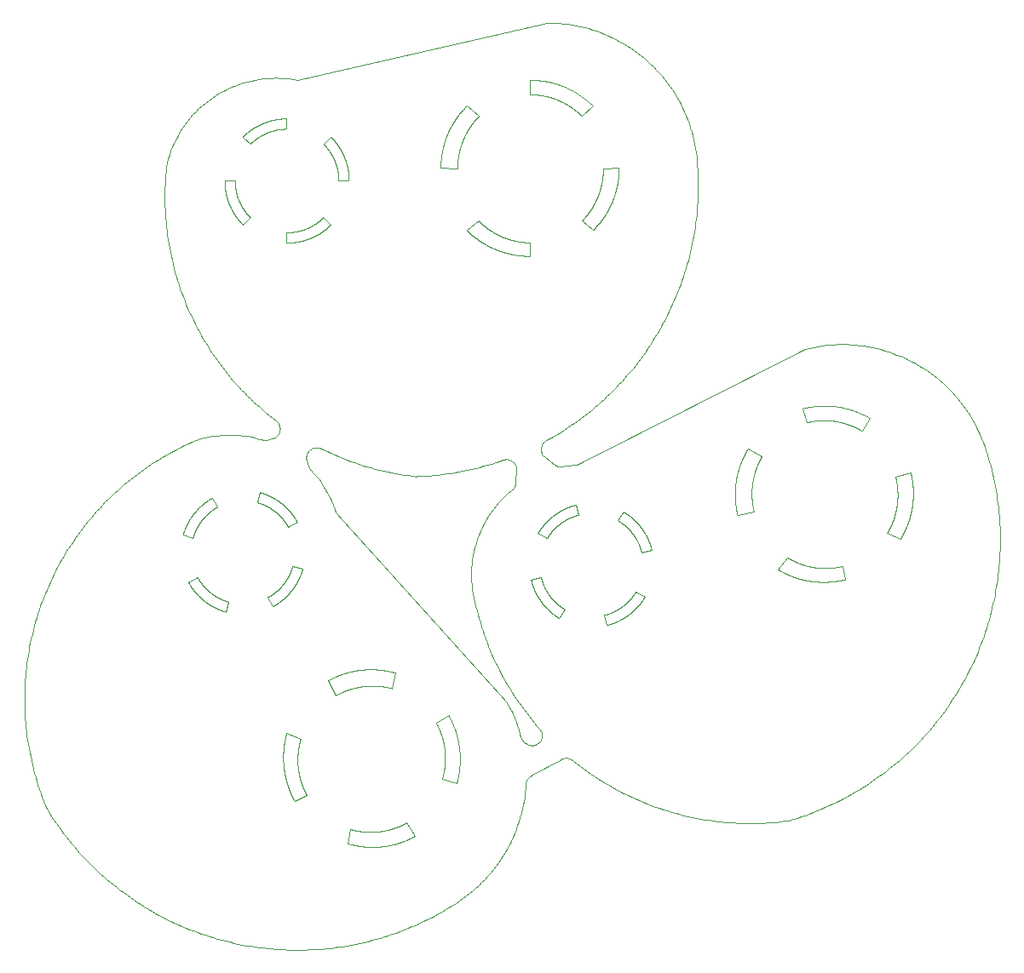
<source format=gko>
%MOIN*%
%OFA0B0*%
%FSLAX44Y44*%
%IPPOS*%
%LPD*%
%ADD10C,0*%
D10*
X00011566Y00006227D02*
X00011566Y00006227D01*
X00011564Y00006232D01*
X00011561Y00006237D01*
X00011558Y00006242D01*
X00011555Y00006247D01*
X00011553Y00006252D01*
X00011550Y00006257D01*
X00011547Y00006261D01*
X00011545Y00006266D01*
X00011542Y00006271D01*
X00011539Y00006276D01*
X00011537Y00006281D01*
X00011534Y00006286D01*
X00011531Y00006291D01*
X00011529Y00006296D01*
X00011521Y00006311D01*
X00011518Y00006316D01*
X00011516Y00006321D01*
X00011513Y00006326D01*
X00011511Y00006331D01*
X00011508Y00006336D01*
X00011506Y00006341D01*
X00011503Y00006346D01*
X00011501Y00006351D01*
X00011498Y00006356D01*
X00011496Y00006361D01*
X00011493Y00006366D01*
X00011491Y00006371D01*
X00011488Y00006376D01*
X00011486Y00006381D01*
X00011483Y00006386D01*
X00011481Y00006391D01*
X00011476Y00006401D01*
X00011473Y00006406D01*
X00011471Y00006411D01*
X00011469Y00006416D01*
X00011466Y00006421D01*
X00011461Y00006431D01*
X00011459Y00006436D01*
X00011457Y00006441D01*
X00011454Y00006446D01*
X00011452Y00006451D01*
X00011450Y00006456D01*
X00011447Y00006461D01*
X00011445Y00006466D01*
X00011443Y00006471D01*
X00011440Y00006476D01*
X00011438Y00006482D01*
X00011436Y00006487D01*
X00011431Y00006497D01*
X00011429Y00006502D01*
X00011422Y00006517D01*
X00011420Y00006522D01*
X00011418Y00006527D01*
X00011409Y00006547D01*
X00011407Y00006552D01*
X00011398Y00006573D01*
X00011396Y00006578D01*
X00011394Y00006583D01*
X00011392Y00006588D01*
X00011390Y00006593D01*
X00011388Y00006598D01*
X00011385Y00006603D01*
X00011383Y00006608D01*
X00011381Y00006613D01*
X00011379Y00006619D01*
X00011375Y00006629D01*
X00011373Y00006634D01*
X00011371Y00006639D01*
X00011369Y00006644D01*
X00011367Y00006649D01*
X00011365Y00006654D01*
X00011363Y00006659D01*
X00011361Y00006664D01*
X00011359Y00006670D01*
X00011357Y00006675D01*
X00011355Y00006680D01*
X00011353Y00006685D01*
X00011349Y00006695D01*
X00011347Y00006700D01*
X00011345Y00006705D01*
X00011344Y00006711D01*
X00011342Y00006716D01*
X00011340Y00006721D01*
X00011338Y00006726D01*
X00011336Y00006731D01*
X00011334Y00006736D01*
X00011332Y00006741D01*
X00011327Y00006757D01*
X00011325Y00006762D01*
X00011323Y00006767D01*
X00011318Y00006783D01*
X00011316Y00006788D01*
X00011314Y00006793D01*
X00011311Y00006803D01*
X00011307Y00006814D01*
X00011305Y00006819D01*
X00011304Y00006824D01*
X00011302Y00006829D01*
X00011300Y00006834D01*
X00011299Y00006839D01*
X00011297Y00006844D01*
X00011295Y00006850D01*
X00011293Y00006855D01*
X00011292Y00006860D01*
X00011290Y00006865D01*
X00011287Y00006876D01*
X00011285Y00006881D01*
X00011284Y00006886D01*
X00011279Y00006901D01*
X00011277Y00006907D01*
X00011274Y00006917D01*
X00011273Y00006922D01*
X00011271Y00006927D01*
X00011269Y00006933D01*
X00011268Y00006938D01*
X00011265Y00006948D01*
X00011263Y00006953D01*
X00011262Y00006959D01*
X00011260Y00006964D01*
X00011259Y00006969D01*
X00011257Y00006974D01*
X00011256Y00006979D01*
X00011254Y00006984D01*
X00011253Y00006990D01*
X00011251Y00006995D01*
X00011249Y00007005D01*
X00011247Y00007011D01*
X00011246Y00007016D01*
X00011243Y00007026D01*
X00011242Y00007031D01*
X00011239Y00007042D01*
X00011237Y00007047D01*
X00011236Y00007052D01*
X00011235Y00007057D01*
X00011233Y00007063D01*
X00011231Y00007073D01*
X00011229Y00007078D01*
X00011228Y00007084D01*
X00011227Y00007089D01*
X00011226Y00007094D01*
X00011224Y00007099D01*
X00011223Y00007104D01*
X00011222Y00007110D01*
X00011220Y00007115D01*
X00011219Y00007120D01*
X00011218Y00007125D01*
X00011217Y00007131D01*
X00011216Y00007136D01*
X00011214Y00007141D01*
X00011213Y00007146D01*
X00011212Y00007151D01*
X00011211Y00007157D01*
X00011210Y00007162D01*
X00011208Y00007167D01*
X00011207Y00007172D01*
X00011206Y00007178D01*
X00011205Y00007183D01*
X00011203Y00007193D01*
X00011201Y00007199D01*
X00011200Y00007204D01*
X00011199Y00007209D01*
X00011198Y00007214D01*
X00011197Y00007220D01*
X00011196Y00007225D01*
X00011195Y00007230D01*
X00011193Y00007240D01*
X00011192Y00007246D01*
X00011191Y00007251D01*
X00011190Y00007256D01*
X00011189Y00007261D01*
X00011188Y00007267D01*
X00011187Y00007272D01*
X00011186Y00007277D01*
X00011185Y00007282D01*
X00011184Y00007288D01*
X00011183Y00007293D01*
X00011182Y00007298D01*
X00011181Y00007303D01*
X00011180Y00007309D01*
X00011179Y00007314D01*
X00011178Y00007319D01*
X00011177Y00007324D01*
X00011176Y00007330D01*
X00011175Y00007335D01*
X00011174Y00007340D01*
X00011173Y00007345D01*
X00011172Y00007351D01*
X00011172Y00007356D01*
X00011171Y00007361D01*
X00011170Y00007367D01*
X00011169Y00007372D01*
X00011168Y00007377D01*
X00011167Y00007382D01*
X00011166Y00007388D01*
X00011166Y00007393D01*
X00011165Y00007398D01*
X00011164Y00007403D01*
X00011163Y00007409D01*
X00011162Y00007414D01*
X00011162Y00007419D01*
X00011161Y00007424D01*
X00011160Y00007430D01*
X00011159Y00007435D01*
X00011159Y00007440D01*
X00011158Y00007445D01*
X00011157Y00007451D01*
X00011156Y00007456D01*
X00011156Y00007461D01*
X00011155Y00007466D01*
X00011154Y00007472D01*
X00011154Y00007477D01*
X00011153Y00007482D01*
X00011152Y00007493D01*
X00011151Y00007498D01*
X00011150Y00007503D01*
X00011150Y00007509D01*
X00011149Y00007514D01*
X00011148Y00007519D01*
X00011148Y00007524D01*
X00011147Y00007530D01*
X00011147Y00007535D01*
X00011146Y00007540D01*
X00011145Y00007545D01*
X00011145Y00007551D01*
X00011144Y00007556D01*
X00011143Y00007567D01*
X00011143Y00007572D01*
X00011142Y00007577D01*
X00011141Y00007582D01*
X00011141Y00007588D01*
X00011140Y00007598D01*
X00011139Y00007603D01*
X00011139Y00007609D01*
X00011138Y00007614D01*
X00011138Y00007619D01*
X00011138Y00007624D01*
X00011137Y00007630D01*
X00011137Y00007635D01*
X00011136Y00007640D01*
X00011136Y00007646D01*
X00011135Y00007656D01*
X00011135Y00007661D01*
X00011134Y00007667D01*
X00011134Y00007672D01*
X00011133Y00007677D01*
X00011133Y00007682D01*
X00011133Y00007688D01*
X00011132Y00007693D01*
X00011132Y00007698D01*
X00011132Y00007704D01*
X00011131Y00007709D01*
X00011131Y00007714D01*
X00011131Y00007719D01*
X00011130Y00007725D01*
X00011130Y00007730D01*
X00011130Y00007735D01*
X00011129Y00007740D01*
X00011129Y00007746D01*
X00011129Y00007751D01*
X00011129Y00007756D01*
X00011128Y00007761D01*
X00011128Y00007767D01*
X00011128Y00007772D01*
X00011128Y00007777D01*
X00011127Y00007783D01*
X00011127Y00007788D01*
X00011127Y00007793D01*
X00011127Y00007798D01*
X00011127Y00007804D01*
X00011126Y00007809D01*
X00011126Y00007814D01*
X00011126Y00007819D01*
X00011126Y00007825D01*
X00011126Y00007830D01*
X00011126Y00007835D01*
X00011125Y00007846D01*
X00011125Y00007851D01*
X00011125Y00007856D01*
X00011125Y00007861D01*
X00011125Y00007867D01*
X00011125Y00007872D01*
X00011125Y00007877D01*
X00011125Y00007883D01*
X00011125Y00007888D01*
X00011124Y00007898D01*
X00011124Y00007904D01*
X00011124Y00007914D01*
X00011124Y00007919D01*
X00011124Y00007925D01*
X00011124Y00007930D01*
X00011124Y00007935D01*
X00011124Y00007940D01*
X00011124Y00007946D01*
X00011124Y00007951D01*
X00011124Y00007956D01*
X00011124Y00007961D01*
X00011124Y00007967D01*
X00011125Y00007972D01*
X00011125Y00007977D01*
X00011125Y00007982D01*
X00011125Y00007993D01*
X00011125Y00007998D01*
X00011125Y00008003D01*
X00011125Y00008009D01*
X00011125Y00008014D01*
X00011125Y00008019D01*
X00011126Y00008024D01*
X00011126Y00008029D01*
X00011126Y00008035D01*
X00011126Y00008040D01*
X00011126Y00008045D01*
X00011126Y00008050D01*
X00011127Y00008056D01*
X00011127Y00008061D01*
X00011127Y00008066D01*
X00011127Y00008071D01*
X00011127Y00008077D01*
X00011128Y00008082D01*
X00011128Y00008087D01*
X00011128Y00008092D01*
X00011128Y00008098D01*
X00011129Y00008103D01*
X00011129Y00008108D01*
X00011129Y00008113D01*
X00011129Y00008118D01*
X00011130Y00008124D01*
X00011130Y00008129D01*
X00011130Y00008134D01*
X00011131Y00008139D01*
X00011131Y00008145D01*
X00011131Y00008150D01*
X00011132Y00008155D01*
X00011132Y00008160D01*
X00011132Y00008166D01*
X00011133Y00008171D01*
X00011133Y00008176D01*
X00011133Y00008181D01*
X00011134Y00008186D01*
X00011134Y00008192D01*
X00011135Y00008202D01*
X00011135Y00008207D01*
X00011136Y00008212D01*
X00011136Y00008218D01*
X00011137Y00008223D01*
X00011137Y00008228D01*
X00011138Y00008233D01*
X00011138Y00008239D01*
X00011139Y00008249D01*
X00011139Y00008254D01*
X00011140Y00008265D01*
X00011141Y00008270D01*
X00011141Y00008275D01*
X00011142Y00008280D01*
X00011142Y00008285D01*
X00011143Y00008291D01*
X00011144Y00008296D01*
X00011144Y00008301D01*
X00011145Y00008311D01*
X00011146Y00008316D01*
X00011146Y00008322D01*
X00011147Y00008327D01*
X00011148Y00008332D01*
X00011148Y00008337D01*
X00011149Y00008348D01*
X00011150Y00008353D01*
X00011151Y00008358D01*
X00011151Y00008363D01*
X00011152Y00008368D01*
X00011153Y00008374D01*
X00011153Y00008379D01*
X00011154Y00008384D01*
X00011155Y00008394D01*
X00011156Y00008399D01*
X00011157Y00008405D01*
X00011157Y00008410D01*
X00011158Y00008415D01*
X00011159Y00008420D01*
X00011160Y00008425D01*
X00011160Y00008430D01*
X00011161Y00008436D01*
X00011162Y00008441D01*
X00011163Y00008446D01*
X00011164Y00008456D01*
X00011165Y00008461D01*
X00011166Y00008466D01*
X00011167Y00008472D01*
X00011167Y00008477D01*
X00011168Y00008482D01*
X00011169Y00008487D01*
X00011170Y00008492D01*
X00011171Y00008497D01*
X00011172Y00008502D01*
X00011173Y00008513D01*
X00011174Y00008518D01*
X00011175Y00008523D01*
X00011176Y00008528D01*
X00011177Y00008533D01*
X00011178Y00008538D01*
X00011179Y00008544D01*
X00011180Y00008549D01*
X00011181Y00008554D01*
X00011182Y00008559D01*
X00011182Y00008564D01*
X00011183Y00008569D01*
X00011184Y00008574D01*
X00011185Y00008579D01*
X00011187Y00008590D01*
X00011188Y00008595D01*
X00011189Y00008600D01*
X00011190Y00008605D01*
X00011191Y00008610D01*
X00011192Y00008615D01*
X00011193Y00008620D01*
X00011194Y00008625D01*
X00011196Y00008636D01*
X00011198Y00008641D01*
X00011199Y00008646D01*
X00011200Y00008651D01*
X00011201Y00008656D01*
X00011203Y00008666D01*
X00011204Y00008671D01*
X00011205Y00008676D01*
X00011206Y00008681D01*
X00011207Y00008686D01*
X00011208Y00008692D01*
X00011210Y00008697D01*
X00011211Y00008702D01*
X00011212Y00008707D01*
X00011213Y00008712D01*
X00011214Y00008717D01*
X00011215Y00008722D01*
X00011217Y00008727D01*
X00011218Y00008732D01*
X00011219Y00008737D01*
X00011220Y00008742D01*
X00011221Y00008747D01*
X00011223Y00008752D01*
X00011224Y00008757D01*
X00011225Y00008763D01*
X00011226Y00008768D01*
X00011228Y00008773D01*
X00011229Y00008778D01*
X00011230Y00008783D01*
X00011231Y00008788D01*
X00011233Y00008793D01*
X00011234Y00008798D01*
X00011235Y00008803D01*
X00011237Y00008808D01*
X00011238Y00008813D01*
X00011239Y00008818D01*
X00011241Y00008823D01*
X00011242Y00008828D01*
X00011245Y00008838D01*
X00011246Y00008843D01*
X00011247Y00008848D01*
X00011250Y00008858D01*
X00011251Y00008863D01*
X00011253Y00008868D01*
X00011254Y00008873D01*
X00011805Y00008642D01*
X00011804Y00008638D01*
X00011803Y00008634D01*
X00011801Y00008630D01*
X00011800Y00008626D01*
X00011799Y00008621D01*
X00011798Y00008617D01*
X00011797Y00008613D01*
X00011795Y00008609D01*
X00011794Y00008605D01*
X00011793Y00008601D01*
X00011792Y00008597D01*
X00011791Y00008592D01*
X00011790Y00008588D01*
X00011789Y00008584D01*
X00011787Y00008580D01*
X00011786Y00008576D01*
X00011785Y00008572D01*
X00011784Y00008567D01*
X00011783Y00008563D01*
X00011781Y00008555D01*
X00011779Y00008547D01*
X00011778Y00008542D01*
X00011775Y00008534D01*
X00011774Y00008530D01*
X00011773Y00008526D01*
X00011772Y00008522D01*
X00011771Y00008517D01*
X00011770Y00008513D01*
X00011769Y00008509D01*
X00011768Y00008505D01*
X00011767Y00008501D01*
X00011766Y00008496D01*
X00011765Y00008492D01*
X00011764Y00008488D01*
X00011763Y00008484D01*
X00011762Y00008480D01*
X00011761Y00008475D01*
X00011760Y00008471D01*
X00011759Y00008467D01*
X00011758Y00008463D01*
X00011757Y00008459D01*
X00011756Y00008454D01*
X00011755Y00008450D01*
X00011755Y00008446D01*
X00011754Y00008442D01*
X00011753Y00008438D01*
X00011752Y00008433D01*
X00011750Y00008425D01*
X00011749Y00008421D01*
X00011748Y00008417D01*
X00011747Y00008412D01*
X00011746Y00008408D01*
X00011746Y00008404D01*
X00011745Y00008400D01*
X00011744Y00008396D01*
X00011743Y00008391D01*
X00011742Y00008387D01*
X00011741Y00008383D01*
X00011740Y00008379D01*
X00011740Y00008374D01*
X00011739Y00008370D01*
X00011736Y00008357D01*
X00011735Y00008349D01*
X00011734Y00008345D01*
X00011733Y00008341D01*
X00011733Y00008336D01*
X00011732Y00008332D01*
X00011731Y00008328D01*
X00011730Y00008324D01*
X00011730Y00008319D01*
X00011729Y00008315D01*
X00011728Y00008311D01*
X00011727Y00008307D01*
X00011727Y00008302D01*
X00011726Y00008298D01*
X00011725Y00008294D01*
X00011725Y00008290D01*
X00011724Y00008285D01*
X00011723Y00008281D01*
X00011722Y00008277D01*
X00011722Y00008273D01*
X00011721Y00008268D01*
X00011720Y00008264D01*
X00011720Y00008260D01*
X00011719Y00008256D01*
X00011718Y00008247D01*
X00011717Y00008243D01*
X00011717Y00008238D01*
X00011716Y00008234D01*
X00011715Y00008230D01*
X00011715Y00008226D01*
X00011714Y00008221D01*
X00011714Y00008217D01*
X00011713Y00008213D01*
X00011712Y00008209D01*
X00011712Y00008204D01*
X00011711Y00008200D01*
X00011711Y00008196D01*
X00011710Y00008191D01*
X00011710Y00008187D01*
X00011709Y00008183D01*
X00011709Y00008179D01*
X00011708Y00008174D01*
X00011708Y00008170D01*
X00011707Y00008166D01*
X00011706Y00008157D01*
X00011706Y00008153D01*
X00011705Y00008149D01*
X00011705Y00008144D01*
X00011704Y00008136D01*
X00011703Y00008132D01*
X00011703Y00008127D01*
X00011702Y00008123D01*
X00011702Y00008119D01*
X00011701Y00008114D01*
X00011701Y00008110D01*
X00011701Y00008106D01*
X00011700Y00008102D01*
X00011700Y00008097D01*
X00011699Y00008093D01*
X00011699Y00008084D01*
X00011698Y00008080D01*
X00011698Y00008076D01*
X00011697Y00008071D01*
X00011697Y00008067D01*
X00011697Y00008063D01*
X00011696Y00008059D01*
X00011696Y00008054D01*
X00011696Y00008050D01*
X00011695Y00008046D01*
X00011695Y00008041D01*
X00011695Y00008037D01*
X00011694Y00008033D01*
X00011694Y00008028D01*
X00011694Y00008024D01*
X00011694Y00008020D01*
X00011693Y00008015D01*
X00011693Y00008011D01*
X00011693Y00008007D01*
X00011692Y00008003D01*
X00011692Y00007998D01*
X00011692Y00007994D01*
X00011692Y00007990D01*
X00011691Y00007985D01*
X00011691Y00007981D01*
X00011691Y00007977D01*
X00011691Y00007972D01*
X00011691Y00007968D01*
X00011690Y00007964D01*
X00011690Y00007959D01*
X00011690Y00007955D01*
X00011690Y00007946D01*
X00011689Y00007942D01*
X00011689Y00007934D01*
X00011689Y00007929D01*
X00011689Y00007925D01*
X00011689Y00007916D01*
X00011688Y00007912D01*
X00011688Y00007908D01*
X00011688Y00007903D01*
X00011688Y00007899D01*
X00011688Y00007895D01*
X00011688Y00007890D01*
X00011688Y00007886D01*
X00011688Y00007882D01*
X00011688Y00007877D01*
X00011688Y00007873D01*
X00011687Y00007864D01*
X00011687Y00007860D01*
X00011687Y00007856D01*
X00011687Y00007851D01*
X00011687Y00007847D01*
X00011687Y00007843D01*
X00011687Y00007838D01*
X00011687Y00007834D01*
X00011687Y00007830D01*
X00011687Y00007825D01*
X00011687Y00007821D01*
X00011687Y00007817D01*
X00011687Y00007813D01*
X00011687Y00007804D01*
X00011688Y00007795D01*
X00011688Y00007791D01*
X00011688Y00007787D01*
X00011688Y00007782D01*
X00011688Y00007778D01*
X00011688Y00007774D01*
X00011688Y00007769D01*
X00011688Y00007765D01*
X00011688Y00007761D01*
X00011688Y00007756D01*
X00011688Y00007752D01*
X00011689Y00007748D01*
X00011689Y00007743D01*
X00011689Y00007739D01*
X00011689Y00007735D01*
X00011689Y00007730D01*
X00011689Y00007726D01*
X00011689Y00007722D01*
X00011690Y00007717D01*
X00011690Y00007709D01*
X00011690Y00007704D01*
X00011690Y00007700D01*
X00011691Y00007696D01*
X00011691Y00007687D01*
X00011691Y00007683D01*
X00011691Y00007678D01*
X00011692Y00007674D01*
X00011692Y00007670D01*
X00011692Y00007665D01*
X00011692Y00007661D01*
X00011693Y00007652D01*
X00011693Y00007648D01*
X00011693Y00007644D01*
X00011694Y00007639D01*
X00011694Y00007635D01*
X00011694Y00007631D01*
X00011695Y00007626D01*
X00011695Y00007622D01*
X00011696Y00007613D01*
X00011696Y00007609D01*
X00011696Y00007605D01*
X00011697Y00007600D01*
X00011697Y00007596D01*
X00011697Y00007592D01*
X00011698Y00007587D01*
X00011698Y00007583D01*
X00011699Y00007579D01*
X00011699Y00007574D01*
X00011699Y00007570D01*
X00011700Y00007561D01*
X00011701Y00007557D01*
X00011701Y00007553D01*
X00011701Y00007548D01*
X00011702Y00007544D01*
X00011702Y00007540D01*
X00011703Y00007535D01*
X00011703Y00007531D01*
X00011704Y00007522D01*
X00011705Y00007518D01*
X00011705Y00007514D01*
X00011706Y00007509D01*
X00011706Y00007505D01*
X00011707Y00007501D01*
X00011707Y00007496D01*
X00011708Y00007492D01*
X00011708Y00007488D01*
X00011709Y00007483D01*
X00011710Y00007475D01*
X00011711Y00007466D01*
X00011712Y00007462D01*
X00011712Y00007457D01*
X00011713Y00007453D01*
X00011713Y00007449D01*
X00011714Y00007444D01*
X00011715Y00007436D01*
X00011716Y00007432D01*
X00011716Y00007427D01*
X00011717Y00007423D01*
X00011718Y00007419D01*
X00011718Y00007414D01*
X00011719Y00007410D01*
X00011720Y00007406D01*
X00011720Y00007401D01*
X00011721Y00007397D01*
X00011722Y00007393D01*
X00011722Y00007388D01*
X00011723Y00007384D01*
X00011724Y00007380D01*
X00011724Y00007375D01*
X00011725Y00007371D01*
X00011726Y00007367D01*
X00011726Y00007362D01*
X00011727Y00007358D01*
X00011728Y00007354D01*
X00011729Y00007345D01*
X00011730Y00007341D01*
X00011731Y00007337D01*
X00011732Y00007332D01*
X00011733Y00007328D01*
X00011733Y00007324D01*
X00011734Y00007319D01*
X00011735Y00007315D01*
X00011736Y00007311D01*
X00011737Y00007306D01*
X00011738Y00007298D01*
X00011739Y00007293D01*
X00011740Y00007289D01*
X00011741Y00007285D01*
X00011742Y00007281D01*
X00011742Y00007276D01*
X00011744Y00007268D01*
X00011746Y00007259D01*
X00011748Y00007250D01*
X00011749Y00007246D01*
X00011750Y00007242D01*
X00011750Y00007238D01*
X00011751Y00007233D01*
X00011752Y00007229D01*
X00011753Y00007225D01*
X00011754Y00007220D01*
X00011755Y00007216D01*
X00011756Y00007212D01*
X00011757Y00007207D01*
X00011758Y00007203D01*
X00011759Y00007199D01*
X00011760Y00007195D01*
X00011761Y00007190D01*
X00011762Y00007186D01*
X00011764Y00007177D01*
X00011765Y00007173D01*
X00011766Y00007169D01*
X00011767Y00007165D01*
X00011768Y00007160D01*
X00011769Y00007156D01*
X00011770Y00007152D01*
X00011771Y00007147D01*
X00011773Y00007143D01*
X00011774Y00007139D01*
X00011775Y00007135D01*
X00011777Y00007126D01*
X00011778Y00007122D01*
X00011779Y00007118D01*
X00011780Y00007113D01*
X00011781Y00007109D01*
X00011782Y00007105D01*
X00011784Y00007100D01*
X00011785Y00007096D01*
X00011788Y00007083D01*
X00011790Y00007079D01*
X00011791Y00007075D01*
X00011796Y00007058D01*
X00011798Y00007049D01*
X00011799Y00007045D01*
X00011802Y00007037D01*
X00011803Y00007032D01*
X00011804Y00007028D01*
X00011805Y00007024D01*
X00011807Y00007019D01*
X00011808Y00007015D01*
X00011809Y00007011D01*
X00011811Y00007007D01*
X00011812Y00007003D01*
X00011813Y00006998D01*
X00011815Y00006994D01*
X00011816Y00006990D01*
X00011819Y00006981D01*
X00011820Y00006977D01*
X00011821Y00006973D01*
X00011823Y00006969D01*
X00011824Y00006964D01*
X00011825Y00006960D01*
X00011828Y00006952D01*
X00011829Y00006947D01*
X00011831Y00006943D01*
X00011832Y00006939D01*
X00011834Y00006935D01*
X00011835Y00006931D01*
X00011837Y00006926D01*
X00011838Y00006922D01*
X00011840Y00006918D01*
X00011843Y00006909D01*
X00011844Y00006905D01*
X00011845Y00006901D01*
X00011847Y00006897D01*
X00011848Y00006892D01*
X00011850Y00006888D01*
X00011851Y00006884D01*
X00011853Y00006880D01*
X00011854Y00006876D01*
X00011856Y00006871D01*
X00011858Y00006867D01*
X00011859Y00006863D01*
X00011862Y00006855D01*
X00011864Y00006850D01*
X00011867Y00006842D01*
X00011868Y00006838D01*
X00011870Y00006834D01*
X00011872Y00006829D01*
X00011873Y00006825D01*
X00011876Y00006817D01*
X00011878Y00006813D01*
X00011880Y00006809D01*
X00011881Y00006804D01*
X00011885Y00006796D01*
X00011886Y00006792D01*
X00011888Y00006788D01*
X00011890Y00006783D01*
X00011891Y00006779D01*
X00011893Y00006775D01*
X00011895Y00006771D01*
X00011896Y00006767D01*
X00011898Y00006763D01*
X00011901Y00006754D01*
X00011903Y00006750D01*
X00011910Y00006733D01*
X00011912Y00006729D01*
X00011923Y00006704D01*
X00011925Y00006700D01*
X00011926Y00006696D01*
X00011928Y00006692D01*
X00011932Y00006684D01*
X00011934Y00006680D01*
X00011936Y00006675D01*
X00011938Y00006671D01*
X00011939Y00006667D01*
X00011941Y00006663D01*
X00011943Y00006659D01*
X00011945Y00006655D01*
X00011947Y00006651D01*
X00011949Y00006647D01*
X00011951Y00006642D01*
X00011953Y00006638D01*
X00011955Y00006634D01*
X00011957Y00006630D01*
X00011959Y00006626D01*
X00011960Y00006622D01*
X00011962Y00006618D01*
X00011964Y00006614D01*
X00011966Y00006609D01*
X00011971Y00006601D01*
X00011973Y00006597D01*
X00011975Y00006593D01*
X00011977Y00006589D01*
X00011979Y00006585D01*
X00011981Y00006581D01*
X00011983Y00006577D01*
X00011985Y00006573D01*
X00011989Y00006564D01*
X00011991Y00006560D01*
X00011995Y00006552D01*
X00011997Y00006548D01*
X00012003Y00006536D01*
X00012006Y00006532D01*
X00012008Y00006528D01*
X00012010Y00006524D01*
X00012012Y00006520D01*
X00012014Y00006516D01*
X00012016Y00006512D01*
X00012018Y00006508D01*
X00012021Y00006503D01*
X00012023Y00006499D01*
X00012025Y00006495D01*
X00012027Y00006491D01*
X00012029Y00006487D01*
X00012032Y00006483D01*
X00012034Y00006479D01*
X00012036Y00006475D01*
X00012038Y00006471D01*
X00012040Y00006467D01*
X00011566Y00006227D01*
X00007410Y00014794D02*
X00007410Y00014794D01*
X00007765Y00014991D01*
X00007768Y00014985D01*
X00007771Y00014980D01*
X00007774Y00014974D01*
X00007778Y00014968D01*
X00007781Y00014962D01*
X00007784Y00014957D01*
X00007787Y00014951D01*
X00007791Y00014946D01*
X00007797Y00014934D01*
X00007801Y00014929D01*
X00007804Y00014923D01*
X00007807Y00014918D01*
X00007811Y00014912D01*
X00007814Y00014907D01*
X00007818Y00014901D01*
X00007821Y00014896D01*
X00007824Y00014890D01*
X00007828Y00014885D01*
X00007831Y00014879D01*
X00007835Y00014874D01*
X00007842Y00014863D01*
X00007845Y00014857D01*
X00007849Y00014852D01*
X00007853Y00014847D01*
X00007856Y00014841D01*
X00007860Y00014836D01*
X00007863Y00014831D01*
X00007867Y00014825D01*
X00007871Y00014820D01*
X00007874Y00014815D01*
X00007878Y00014810D01*
X00007882Y00014804D01*
X00007885Y00014799D01*
X00007889Y00014794D01*
X00007893Y00014789D01*
X00007897Y00014783D01*
X00007900Y00014778D01*
X00007904Y00014773D01*
X00007908Y00014768D01*
X00007912Y00014763D01*
X00007916Y00014758D01*
X00007919Y00014753D01*
X00007923Y00014748D01*
X00007927Y00014742D01*
X00007931Y00014737D01*
X00007935Y00014732D01*
X00007939Y00014727D01*
X00007943Y00014722D01*
X00007947Y00014717D01*
X00007954Y00014707D01*
X00007958Y00014702D01*
X00007962Y00014698D01*
X00007966Y00014693D01*
X00007970Y00014688D01*
X00007974Y00014683D01*
X00007978Y00014678D01*
X00007983Y00014673D01*
X00007987Y00014668D01*
X00007991Y00014663D01*
X00007995Y00014659D01*
X00007999Y00014654D01*
X00008003Y00014649D01*
X00008007Y00014644D01*
X00008011Y00014639D01*
X00008015Y00014635D01*
X00008020Y00014630D01*
X00008024Y00014625D01*
X00008028Y00014621D01*
X00008032Y00014616D01*
X00008036Y00014611D01*
X00008041Y00014607D01*
X00008045Y00014602D01*
X00008049Y00014597D01*
X00008053Y00014593D01*
X00008058Y00014588D01*
X00008062Y00014584D01*
X00008066Y00014579D01*
X00008070Y00014574D01*
X00008075Y00014570D01*
X00008079Y00014565D01*
X00008084Y00014561D01*
X00008088Y00014556D01*
X00008092Y00014552D01*
X00008097Y00014547D01*
X00008101Y00014543D01*
X00008105Y00014539D01*
X00008110Y00014534D01*
X00008114Y00014530D01*
X00008119Y00014525D01*
X00008123Y00014521D01*
X00008128Y00014517D01*
X00008132Y00014512D01*
X00008137Y00014508D01*
X00008141Y00014504D01*
X00008146Y00014499D01*
X00008150Y00014495D01*
X00008155Y00014491D01*
X00008159Y00014487D01*
X00008164Y00014483D01*
X00008168Y00014478D01*
X00008173Y00014474D01*
X00008178Y00014470D01*
X00008182Y00014466D01*
X00008187Y00014462D01*
X00008192Y00014458D01*
X00008196Y00014453D01*
X00008201Y00014449D01*
X00008206Y00014445D01*
X00008210Y00014441D01*
X00008215Y00014437D01*
X00008220Y00014433D01*
X00008224Y00014429D01*
X00008229Y00014425D01*
X00008234Y00014421D01*
X00008239Y00014417D01*
X00008243Y00014413D01*
X00008248Y00014409D01*
X00008253Y00014405D01*
X00008258Y00014401D01*
X00008262Y00014397D01*
X00008267Y00014394D01*
X00008272Y00014390D01*
X00008277Y00014386D01*
X00008282Y00014382D01*
X00008287Y00014378D01*
X00008291Y00014374D01*
X00008296Y00014371D01*
X00008301Y00014367D01*
X00008306Y00014363D01*
X00008311Y00014359D01*
X00008316Y00014356D01*
X00008321Y00014352D01*
X00008326Y00014348D01*
X00008331Y00014345D01*
X00008336Y00014341D01*
X00008341Y00014337D01*
X00008346Y00014334D01*
X00008351Y00014330D01*
X00008356Y00014327D01*
X00008361Y00014323D01*
X00008366Y00014319D01*
X00008371Y00014316D01*
X00008376Y00014312D01*
X00008381Y00014309D01*
X00008386Y00014305D01*
X00008391Y00014302D01*
X00008396Y00014298D01*
X00008401Y00014295D01*
X00008406Y00014291D01*
X00008411Y00014288D01*
X00008416Y00014285D01*
X00008421Y00014281D01*
X00008426Y00014278D01*
X00008432Y00014275D01*
X00008437Y00014271D01*
X00008442Y00014268D01*
X00008447Y00014265D01*
X00008452Y00014261D01*
X00008457Y00014258D01*
X00008463Y00014255D01*
X00008468Y00014252D01*
X00008473Y00014248D01*
X00008478Y00014245D01*
X00008483Y00014242D01*
X00008489Y00014239D01*
X00008494Y00014236D01*
X00008499Y00014233D01*
X00008504Y00014229D01*
X00008510Y00014226D01*
X00008515Y00014223D01*
X00008520Y00014220D01*
X00008526Y00014217D01*
X00008531Y00014214D01*
X00008536Y00014211D01*
X00008542Y00014208D01*
X00008547Y00014205D01*
X00008552Y00014202D01*
X00008558Y00014199D01*
X00008563Y00014196D01*
X00008568Y00014193D01*
X00008574Y00014190D01*
X00008579Y00014187D01*
X00008584Y00014185D01*
X00008590Y00014182D01*
X00008595Y00014179D01*
X00008601Y00014176D01*
X00008606Y00014173D01*
X00008611Y00014170D01*
X00008617Y00014168D01*
X00008622Y00014165D01*
X00008628Y00014162D01*
X00008633Y00014159D01*
X00008639Y00014157D01*
X00008644Y00014154D01*
X00008650Y00014151D01*
X00008655Y00014149D01*
X00008661Y00014146D01*
X00008666Y00014143D01*
X00008672Y00014141D01*
X00008677Y00014138D01*
X00008683Y00014136D01*
X00008688Y00014133D01*
X00008694Y00014131D01*
X00008699Y00014128D01*
X00008705Y00014126D01*
X00008710Y00014123D01*
X00008716Y00014121D01*
X00008721Y00014118D01*
X00008727Y00014116D01*
X00008733Y00014113D01*
X00008738Y00014111D01*
X00008744Y00014108D01*
X00008749Y00014106D01*
X00008755Y00014104D01*
X00008761Y00014101D01*
X00008766Y00014099D01*
X00008772Y00014097D01*
X00008778Y00014095D01*
X00008783Y00014092D01*
X00008789Y00014090D01*
X00008795Y00014088D01*
X00008800Y00014086D01*
X00008806Y00014083D01*
X00008812Y00014081D01*
X00008817Y00014079D01*
X00008823Y00014077D01*
X00008829Y00014075D01*
X00008834Y00014073D01*
X00008840Y00014070D01*
X00008846Y00014068D01*
X00008851Y00014066D01*
X00008857Y00014064D01*
X00008863Y00014062D01*
X00008869Y00014060D01*
X00008874Y00014058D01*
X00008880Y00014056D01*
X00008886Y00014054D01*
X00008892Y00014052D01*
X00008897Y00014050D01*
X00008903Y00014049D01*
X00008909Y00014047D01*
X00008915Y00014045D01*
X00008920Y00014043D01*
X00008926Y00014041D01*
X00008932Y00014039D01*
X00008938Y00014037D01*
X00008944Y00014036D01*
X00008950Y00014034D01*
X00008955Y00014032D01*
X00008961Y00014030D01*
X00008967Y00014029D01*
X00008973Y00014027D01*
X00008979Y00014025D01*
X00008867Y00013635D01*
X00008864Y00013636D01*
X00008860Y00013637D01*
X00008857Y00013639D01*
X00008853Y00013640D01*
X00008850Y00013641D01*
X00008846Y00013642D01*
X00008843Y00013643D01*
X00008839Y00013644D01*
X00008836Y00013645D01*
X00008832Y00013646D01*
X00008829Y00013647D01*
X00008825Y00013648D01*
X00008822Y00013649D01*
X00008818Y00013650D01*
X00008815Y00013651D01*
X00008811Y00013652D01*
X00008808Y00013653D01*
X00008804Y00013654D01*
X00008801Y00013656D01*
X00008797Y00013657D01*
X00008794Y00013658D01*
X00008790Y00013659D01*
X00008787Y00013660D01*
X00008783Y00013661D01*
X00008780Y00013662D01*
X00008776Y00013663D01*
X00008773Y00013665D01*
X00008769Y00013666D01*
X00008766Y00013667D01*
X00008763Y00013668D01*
X00008759Y00013669D01*
X00008756Y00013670D01*
X00008752Y00013671D01*
X00008749Y00013673D01*
X00008745Y00013674D01*
X00008742Y00013675D01*
X00008738Y00013676D01*
X00008735Y00013677D01*
X00008731Y00013679D01*
X00008728Y00013680D01*
X00008725Y00013681D01*
X00008721Y00013682D01*
X00008718Y00013684D01*
X00008714Y00013685D01*
X00008711Y00013686D01*
X00008707Y00013687D01*
X00008704Y00013688D01*
X00008697Y00013691D01*
X00008690Y00013694D01*
X00008687Y00013695D01*
X00008683Y00013696D01*
X00008680Y00013697D01*
X00008677Y00013699D01*
X00008673Y00013700D01*
X00008670Y00013701D01*
X00008666Y00013703D01*
X00008663Y00013704D01*
X00008660Y00013705D01*
X00008656Y00013706D01*
X00008653Y00013708D01*
X00008649Y00013709D01*
X00008646Y00013710D01*
X00008643Y00013712D01*
X00008639Y00013713D01*
X00008636Y00013714D01*
X00008632Y00013716D01*
X00008629Y00013717D01*
X00008626Y00013719D01*
X00008622Y00013720D01*
X00008619Y00013721D01*
X00008615Y00013723D01*
X00008612Y00013724D01*
X00008609Y00013725D01*
X00008605Y00013727D01*
X00008602Y00013728D01*
X00008595Y00013731D01*
X00008592Y00013732D01*
X00008589Y00013734D01*
X00008585Y00013735D01*
X00008582Y00013737D01*
X00008578Y00013738D01*
X00008572Y00013741D01*
X00008568Y00013743D01*
X00008565Y00013744D01*
X00008562Y00013745D01*
X00008558Y00013747D01*
X00008555Y00013748D01*
X00008552Y00013750D01*
X00008548Y00013751D01*
X00008545Y00013753D01*
X00008542Y00013754D01*
X00008535Y00013757D01*
X00008532Y00013759D01*
X00008528Y00013760D01*
X00008525Y00013762D01*
X00008522Y00013763D01*
X00008518Y00013765D01*
X00008515Y00013766D01*
X00008512Y00013768D01*
X00008508Y00013770D01*
X00008505Y00013771D01*
X00008502Y00013773D01*
X00008498Y00013774D01*
X00008495Y00013776D01*
X00008492Y00013777D01*
X00008489Y00013779D01*
X00008485Y00013780D01*
X00008482Y00013782D01*
X00008479Y00013784D01*
X00008475Y00013785D01*
X00008472Y00013787D01*
X00008465Y00013790D01*
X00008462Y00013792D01*
X00008459Y00013793D01*
X00008452Y00013796D01*
X00008449Y00013798D01*
X00008443Y00013801D01*
X00008439Y00013803D01*
X00008436Y00013805D01*
X00008433Y00013806D01*
X00008430Y00013808D01*
X00008426Y00013810D01*
X00008423Y00013811D01*
X00008420Y00013813D01*
X00008416Y00013815D01*
X00008413Y00013816D01*
X00008410Y00013818D01*
X00008404Y00013821D01*
X00008400Y00013823D01*
X00008394Y00013827D01*
X00008391Y00013828D01*
X00008384Y00013832D01*
X00008381Y00013834D01*
X00008378Y00013835D01*
X00008374Y00013837D01*
X00008371Y00013839D01*
X00008368Y00013841D01*
X00008365Y00013842D01*
X00008362Y00013844D01*
X00008352Y00013849D01*
X00008349Y00013851D01*
X00008346Y00013853D01*
X00008342Y00013855D01*
X00008339Y00013857D01*
X00008336Y00013858D01*
X00008333Y00013860D01*
X00008330Y00013862D01*
X00008326Y00013864D01*
X00008323Y00013866D01*
X00008320Y00013867D01*
X00008317Y00013869D01*
X00008314Y00013871D01*
X00008311Y00013873D01*
X00008307Y00013875D01*
X00008304Y00013877D01*
X00008301Y00013879D01*
X00008298Y00013880D01*
X00008295Y00013882D01*
X00008292Y00013884D01*
X00008288Y00013886D01*
X00008285Y00013888D01*
X00008282Y00013890D01*
X00008279Y00013892D01*
X00008276Y00013894D01*
X00008270Y00013897D01*
X00008266Y00013899D01*
X00008263Y00013901D01*
X00008260Y00013903D01*
X00008257Y00013905D01*
X00008254Y00013907D01*
X00008251Y00013909D01*
X00008248Y00013911D01*
X00008245Y00013913D01*
X00008241Y00013915D01*
X00008238Y00013917D01*
X00008235Y00013919D01*
X00008232Y00013921D01*
X00008229Y00013923D01*
X00008226Y00013925D01*
X00008220Y00013929D01*
X00008217Y00013931D01*
X00008213Y00013933D01*
X00008210Y00013935D01*
X00008207Y00013937D01*
X00008204Y00013939D01*
X00008201Y00013941D01*
X00008198Y00013943D01*
X00008195Y00013945D01*
X00008189Y00013949D01*
X00008186Y00013951D01*
X00008183Y00013953D01*
X00008180Y00013955D01*
X00008177Y00013957D01*
X00008174Y00013959D01*
X00008171Y00013961D01*
X00008167Y00013963D01*
X00008164Y00013965D01*
X00008161Y00013967D01*
X00008155Y00013971D01*
X00008152Y00013974D01*
X00008149Y00013976D01*
X00008146Y00013978D01*
X00008140Y00013982D01*
X00008137Y00013984D01*
X00008134Y00013986D01*
X00008131Y00013988D01*
X00008128Y00013991D01*
X00008125Y00013993D01*
X00008122Y00013995D01*
X00008119Y00013997D01*
X00008116Y00013999D01*
X00008113Y00014001D01*
X00008110Y00014003D01*
X00008107Y00014006D01*
X00008104Y00014008D01*
X00008101Y00014010D01*
X00008098Y00014012D01*
X00008095Y00014014D01*
X00008092Y00014016D01*
X00008089Y00014019D01*
X00008086Y00014021D01*
X00008083Y00014023D01*
X00008080Y00014025D01*
X00008077Y00014027D01*
X00008072Y00014032D01*
X00008066Y00014036D01*
X00008063Y00014039D01*
X00008060Y00014041D01*
X00008057Y00014043D01*
X00008054Y00014045D01*
X00008051Y00014048D01*
X00008048Y00014050D01*
X00008045Y00014052D01*
X00008042Y00014054D01*
X00008039Y00014057D01*
X00008036Y00014059D01*
X00008033Y00014061D01*
X00008030Y00014064D01*
X00008028Y00014066D01*
X00008022Y00014070D01*
X00008019Y00014073D01*
X00008016Y00014075D01*
X00008013Y00014077D01*
X00008010Y00014080D01*
X00008007Y00014082D01*
X00008004Y00014084D01*
X00008002Y00014087D01*
X00007999Y00014089D01*
X00007996Y00014091D01*
X00007993Y00014094D01*
X00007990Y00014096D01*
X00007984Y00014101D01*
X00007981Y00014103D01*
X00007979Y00014106D01*
X00007976Y00014108D01*
X00007973Y00014110D01*
X00007970Y00014113D01*
X00007967Y00014115D01*
X00007964Y00014118D01*
X00007959Y00014122D01*
X00007956Y00014125D01*
X00007953Y00014127D01*
X00007947Y00014132D01*
X00007945Y00014134D01*
X00007942Y00014137D01*
X00007939Y00014139D01*
X00007936Y00014142D01*
X00007931Y00014147D01*
X00007928Y00014149D01*
X00007925Y00014152D01*
X00007919Y00014157D01*
X00007917Y00014159D01*
X00007914Y00014162D01*
X00007911Y00014164D01*
X00007908Y00014167D01*
X00007906Y00014169D01*
X00007903Y00014172D01*
X00007900Y00014174D01*
X00007897Y00014177D01*
X00007895Y00014179D01*
X00007892Y00014182D01*
X00007889Y00014184D01*
X00007884Y00014189D01*
X00007881Y00014192D01*
X00007878Y00014194D01*
X00007875Y00014197D01*
X00007873Y00014199D01*
X00007870Y00014202D01*
X00007867Y00014204D01*
X00007865Y00014207D01*
X00007859Y00014212D01*
X00007854Y00014217D01*
X00007851Y00014220D01*
X00007848Y00014223D01*
X00007846Y00014225D01*
X00007843Y00014228D01*
X00007840Y00014230D01*
X00007837Y00014233D01*
X00007835Y00014236D01*
X00007832Y00014238D01*
X00007829Y00014241D01*
X00007827Y00014243D01*
X00007824Y00014246D01*
X00007821Y00014249D01*
X00007819Y00014251D01*
X00007814Y00014257D01*
X00007811Y00014259D01*
X00007803Y00014267D01*
X00007795Y00014275D01*
X00007793Y00014278D01*
X00007790Y00014281D01*
X00007787Y00014284D01*
X00007777Y00014294D01*
X00007774Y00014297D01*
X00007772Y00014300D01*
X00007767Y00014305D01*
X00007764Y00014308D01*
X00007761Y00014311D01*
X00007759Y00014314D01*
X00007756Y00014316D01*
X00007754Y00014319D01*
X00007751Y00014322D01*
X00007749Y00014325D01*
X00007746Y00014327D01*
X00007741Y00014333D01*
X00007738Y00014336D01*
X00007731Y00014344D01*
X00007728Y00014347D01*
X00007726Y00014350D01*
X00007723Y00014352D01*
X00007721Y00014355D01*
X00007718Y00014358D01*
X00007716Y00014361D01*
X00007713Y00014364D01*
X00007711Y00014367D01*
X00007708Y00014370D01*
X00007706Y00014372D01*
X00007703Y00014375D01*
X00007701Y00014378D01*
X00007698Y00014381D01*
X00007696Y00014384D01*
X00007693Y00014387D01*
X00007691Y00014390D01*
X00007688Y00014392D01*
X00007686Y00014395D01*
X00007683Y00014398D01*
X00007681Y00014401D01*
X00007676Y00014407D01*
X00007674Y00014410D01*
X00007671Y00014413D01*
X00007669Y00014416D01*
X00007664Y00014422D01*
X00007662Y00014424D01*
X00007659Y00014427D01*
X00007657Y00014430D01*
X00007655Y00014433D01*
X00007650Y00014439D01*
X00007647Y00014442D01*
X00007643Y00014448D01*
X00007640Y00014451D01*
X00007635Y00014457D01*
X00007633Y00014460D01*
X00007630Y00014463D01*
X00007628Y00014466D01*
X00007626Y00014469D01*
X00007623Y00014472D01*
X00007621Y00014475D01*
X00007619Y00014478D01*
X00007617Y00014481D01*
X00007614Y00014484D01*
X00007612Y00014487D01*
X00007610Y00014490D01*
X00007607Y00014493D01*
X00007603Y00014499D01*
X00007600Y00014502D01*
X00007598Y00014505D01*
X00007596Y00014508D01*
X00007591Y00014514D01*
X00007589Y00014517D01*
X00007584Y00014524D01*
X00007580Y00014530D01*
X00007577Y00014533D01*
X00007568Y00014545D01*
X00007566Y00014548D01*
X00007562Y00014555D01*
X00007557Y00014561D01*
X00007555Y00014564D01*
X00007548Y00014573D01*
X00007546Y00014577D01*
X00007544Y00014580D01*
X00007541Y00014583D01*
X00007539Y00014586D01*
X00007537Y00014589D01*
X00007535Y00014592D01*
X00007533Y00014596D01*
X00007531Y00014599D01*
X00007529Y00014602D01*
X00007526Y00014605D01*
X00007524Y00014608D01*
X00007522Y00014612D01*
X00007520Y00014615D01*
X00007518Y00014618D01*
X00007516Y00014621D01*
X00007513Y00014625D01*
X00007511Y00014628D01*
X00007509Y00014631D01*
X00007507Y00014634D01*
X00007505Y00014637D01*
X00007503Y00014641D01*
X00007500Y00014644D01*
X00007498Y00014647D01*
X00007496Y00014650D01*
X00007494Y00014654D01*
X00007492Y00014657D01*
X00007490Y00014660D01*
X00007488Y00014663D01*
X00007484Y00014670D01*
X00007482Y00014673D01*
X00007480Y00014677D01*
X00007478Y00014680D01*
X00007476Y00014683D01*
X00007474Y00014686D01*
X00007471Y00014690D01*
X00007469Y00014693D01*
X00007465Y00014700D01*
X00007463Y00014703D01*
X00007459Y00014710D01*
X00007457Y00014713D01*
X00007455Y00014716D01*
X00007453Y00014720D01*
X00007449Y00014726D01*
X00007447Y00014730D01*
X00007445Y00014733D01*
X00007443Y00014737D01*
X00007441Y00014740D01*
X00007439Y00014743D01*
X00007437Y00014747D01*
X00007435Y00014750D01*
X00007433Y00014753D01*
X00007431Y00014757D01*
X00007429Y00014760D01*
X00007427Y00014764D01*
X00007426Y00014767D01*
X00007422Y00014774D01*
X00007420Y00014777D01*
X00007418Y00014781D01*
X00007416Y00014784D01*
X00007414Y00014788D01*
X00007412Y00014791D01*
X00007410Y00014794D01*
X00007199Y00016644D02*
X00007199Y00016644D01*
X00007200Y00016648D01*
X00007201Y00016649D01*
X00007201Y00016651D01*
X00007202Y00016653D01*
X00007202Y00016655D01*
X00007203Y00016656D01*
X00007203Y00016658D01*
X00007204Y00016660D01*
X00007205Y00016663D01*
X00007205Y00016665D01*
X00007206Y00016667D01*
X00007206Y00016669D01*
X00007207Y00016670D01*
X00007207Y00016672D01*
X00007208Y00016674D01*
X00007209Y00016676D01*
X00007210Y00016681D01*
X00007211Y00016683D01*
X00007212Y00016688D01*
X00007213Y00016690D01*
X00007214Y00016693D01*
X00007214Y00016695D01*
X00007215Y00016697D01*
X00007215Y00016698D01*
X00007219Y00016709D01*
X00007219Y00016711D01*
X00007220Y00016714D01*
X00007221Y00016716D01*
X00007222Y00016717D01*
X00007223Y00016721D01*
X00007223Y00016723D01*
X00007224Y00016726D01*
X00007225Y00016728D01*
X00007226Y00016731D01*
X00007227Y00016733D01*
X00007227Y00016735D01*
X00007228Y00016737D01*
X00007228Y00016738D01*
X00007229Y00016740D01*
X00007229Y00016742D01*
X00007230Y00016743D01*
X00007231Y00016747D01*
X00007232Y00016749D01*
X00007232Y00016750D01*
X00007233Y00016752D01*
X00007234Y00016754D01*
X00007234Y00016756D01*
X00007235Y00016757D01*
X00007235Y00016759D01*
X00007236Y00016761D01*
X00007236Y00016762D01*
X00007237Y00016764D01*
X00007238Y00016766D01*
X00007238Y00016768D01*
X00007239Y00016769D01*
X00007239Y00016771D01*
X00007240Y00016773D01*
X00007241Y00016775D01*
X00007241Y00016776D01*
X00007242Y00016778D01*
X00007242Y00016780D01*
X00007243Y00016781D01*
X00007244Y00016783D01*
X00007244Y00016785D01*
X00007245Y00016788D01*
X00007246Y00016790D01*
X00007247Y00016792D01*
X00007247Y00016793D01*
X00007249Y00016797D01*
X00007250Y00016800D01*
X00007250Y00016802D01*
X00007253Y00016809D01*
X00007254Y00016811D01*
X00007256Y00016817D01*
X00007257Y00016819D01*
X00007257Y00016821D01*
X00007260Y00016828D01*
X00007260Y00016829D01*
X00007261Y00016831D01*
X00007262Y00016833D01*
X00007262Y00016835D01*
X00007263Y00016836D01*
X00007264Y00016838D01*
X00007264Y00016840D01*
X00007265Y00016841D01*
X00007266Y00016843D01*
X00007266Y00016845D01*
X00007267Y00016847D01*
X00007268Y00016848D01*
X00007268Y00016850D01*
X00007269Y00016852D01*
X00007270Y00016853D01*
X00007270Y00016855D01*
X00007271Y00016857D01*
X00007272Y00016858D01*
X00007272Y00016860D01*
X00007273Y00016862D01*
X00007274Y00016864D01*
X00007274Y00016865D01*
X00007275Y00016867D01*
X00007276Y00016869D01*
X00007276Y00016870D01*
X00007277Y00016872D01*
X00007278Y00016874D01*
X00007278Y00016875D01*
X00007279Y00016877D01*
X00007280Y00016879D01*
X00007280Y00016881D01*
X00007281Y00016882D01*
X00007282Y00016884D01*
X00007282Y00016886D01*
X00007283Y00016887D01*
X00007284Y00016889D01*
X00007284Y00016891D01*
X00007286Y00016894D01*
X00007286Y00016896D01*
X00007287Y00016897D01*
X00007289Y00016901D01*
X00007289Y00016902D01*
X00007290Y00016904D01*
X00007294Y00016914D01*
X00007295Y00016916D01*
X00007296Y00016919D01*
X00007297Y00016921D01*
X00007299Y00016926D01*
X00007301Y00016929D01*
X00007301Y00016931D01*
X00007304Y00016938D01*
X00007305Y00016940D01*
X00007307Y00016945D01*
X00007308Y00016946D01*
X00007310Y00016951D01*
X00007311Y00016953D01*
X00007311Y00016955D01*
X00007312Y00016956D01*
X00007313Y00016958D01*
X00007314Y00016960D01*
X00007314Y00016961D01*
X00007315Y00016963D01*
X00007316Y00016965D01*
X00007317Y00016968D01*
X00007318Y00016970D01*
X00007319Y00016971D01*
X00007320Y00016973D01*
X00007320Y00016975D01*
X00007321Y00016976D01*
X00007322Y00016978D01*
X00007322Y00016980D01*
X00007323Y00016981D01*
X00007324Y00016983D01*
X00007325Y00016985D01*
X00007325Y00016986D01*
X00007326Y00016988D01*
X00007327Y00016990D01*
X00007328Y00016992D01*
X00007328Y00016993D01*
X00007329Y00016995D01*
X00007330Y00016997D01*
X00007331Y00016998D01*
X00007331Y00017000D01*
X00007332Y00017002D01*
X00007334Y00017005D01*
X00007334Y00017007D01*
X00007336Y00017010D01*
X00007337Y00017012D01*
X00007338Y00017013D01*
X00007338Y00017015D01*
X00007339Y00017017D01*
X00007340Y00017019D01*
X00007341Y00017020D01*
X00007341Y00017022D01*
X00007343Y00017025D01*
X00007344Y00017027D01*
X00007344Y00017029D01*
X00007345Y00017030D01*
X00007347Y00017034D01*
X00007347Y00017035D01*
X00007348Y00017037D01*
X00007358Y00017056D01*
X00007359Y00017058D01*
X00007363Y00017066D01*
X00007364Y00017067D01*
X00007367Y00017074D01*
X00007368Y00017076D01*
X00007371Y00017080D01*
X00007372Y00017082D01*
X00007372Y00017084D01*
X00007374Y00017087D01*
X00007375Y00017088D01*
X00007376Y00017090D01*
X00007377Y00017092D01*
X00007378Y00017095D01*
X00007379Y00017096D01*
X00007381Y00017100D01*
X00007382Y00017101D01*
X00007383Y00017103D01*
X00007383Y00017105D01*
X00007384Y00017106D01*
X00007385Y00017108D01*
X00007386Y00017109D01*
X00007387Y00017111D01*
X00007388Y00017113D01*
X00007389Y00017114D01*
X00007389Y00017116D01*
X00007391Y00017119D01*
X00007392Y00017121D01*
X00007393Y00017122D01*
X00007394Y00017124D01*
X00007396Y00017127D01*
X00007396Y00017129D01*
X00007398Y00017132D01*
X00007399Y00017134D01*
X00007402Y00017139D01*
X00007402Y00017140D01*
X00007404Y00017143D01*
X00007405Y00017145D01*
X00007412Y00017158D01*
X00007413Y00017160D01*
X00007419Y00017171D01*
X00007431Y00017192D01*
X00007431Y00017194D01*
X00007433Y00017197D01*
X00007434Y00017199D01*
X00007435Y00017200D01*
X00007438Y00017205D01*
X00007439Y00017206D01*
X00007442Y00017211D01*
X00007443Y00017213D01*
X00007446Y00017217D01*
X00007447Y00017219D01*
X00007448Y00017220D01*
X00007449Y00017222D01*
X00007450Y00017223D01*
X00007450Y00017225D01*
X00007451Y00017226D01*
X00007452Y00017228D01*
X00007453Y00017230D01*
X00007454Y00017231D01*
X00007455Y00017233D01*
X00007456Y00017234D01*
X00007457Y00017236D01*
X00007458Y00017237D01*
X00007459Y00017239D01*
X00007460Y00017240D01*
X00007461Y00017242D01*
X00007462Y00017243D01*
X00007463Y00017245D01*
X00007464Y00017247D01*
X00007465Y00017248D01*
X00007466Y00017250D01*
X00007467Y00017251D01*
X00007468Y00017253D01*
X00007469Y00017254D01*
X00007471Y00017257D01*
X00007472Y00017259D01*
X00007473Y00017261D01*
X00007474Y00017262D01*
X00007477Y00017267D01*
X00007478Y00017268D01*
X00007481Y00017275D01*
X00007482Y00017276D01*
X00007485Y00017281D01*
X00007486Y00017282D01*
X00007489Y00017287D01*
X00007490Y00017289D01*
X00007491Y00017290D01*
X00007494Y00017295D01*
X00007495Y00017296D01*
X00007499Y00017303D01*
X00007500Y00017304D01*
X00007503Y00017309D01*
X00007504Y00017311D01*
X00007505Y00017312D01*
X00007506Y00017314D01*
X00007508Y00017317D01*
X00007509Y00017318D01*
X00007512Y00017323D01*
X00007513Y00017325D01*
X00007514Y00017326D01*
X00007517Y00017331D01*
X00007518Y00017332D01*
X00007519Y00017334D01*
X00007520Y00017336D01*
X00007521Y00017337D01*
X00007522Y00017339D01*
X00007523Y00017340D01*
X00007524Y00017342D01*
X00007525Y00017343D01*
X00007526Y00017345D01*
X00007527Y00017346D01*
X00007529Y00017349D01*
X00007531Y00017351D01*
X00007532Y00017352D01*
X00007533Y00017354D01*
X00007534Y00017355D01*
X00007535Y00017357D01*
X00007536Y00017358D01*
X00007537Y00017360D01*
X00007538Y00017361D01*
X00007539Y00017363D01*
X00007540Y00017364D01*
X00007541Y00017365D01*
X00007542Y00017367D01*
X00007543Y00017368D01*
X00007544Y00017370D01*
X00007545Y00017371D01*
X00007547Y00017373D01*
X00007548Y00017374D01*
X00007549Y00017376D01*
X00007550Y00017377D01*
X00007551Y00017379D01*
X00007552Y00017380D01*
X00007553Y00017382D01*
X00007554Y00017383D01*
X00007555Y00017385D01*
X00007556Y00017386D01*
X00007558Y00017389D01*
X00007559Y00017391D01*
X00007561Y00017392D01*
X00007562Y00017394D01*
X00007563Y00017395D01*
X00007564Y00017397D01*
X00007565Y00017398D01*
X00007566Y00017400D01*
X00007568Y00017403D01*
X00007569Y00017404D01*
X00007570Y00017406D01*
X00007571Y00017407D01*
X00007572Y00017409D01*
X00007574Y00017410D01*
X00007575Y00017412D01*
X00007576Y00017413D01*
X00007578Y00017416D01*
X00007579Y00017418D01*
X00007580Y00017419D01*
X00007581Y00017421D01*
X00007582Y00017422D01*
X00007583Y00017424D01*
X00007584Y00017425D01*
X00007586Y00017427D01*
X00007587Y00017428D01*
X00007588Y00017430D01*
X00007589Y00017431D01*
X00007590Y00017433D01*
X00007591Y00017434D01*
X00007592Y00017436D01*
X00007593Y00017437D01*
X00007594Y00017439D01*
X00007595Y00017440D01*
X00007598Y00017443D01*
X00007599Y00017445D01*
X00007600Y00017446D01*
X00007601Y00017448D01*
X00007602Y00017449D01*
X00007603Y00017451D01*
X00007604Y00017452D01*
X00007605Y00017454D01*
X00007606Y00017455D01*
X00007608Y00017457D01*
X00007609Y00017458D01*
X00007610Y00017460D01*
X00007611Y00017461D01*
X00007612Y00017463D01*
X00007613Y00017464D01*
X00007614Y00017466D01*
X00007615Y00017467D01*
X00007616Y00017469D01*
X00007618Y00017470D01*
X00007619Y00017472D01*
X00007620Y00017473D01*
X00007621Y00017475D01*
X00007622Y00017476D01*
X00007623Y00017477D01*
X00007624Y00017479D01*
X00007626Y00017480D01*
X00007627Y00017482D01*
X00007628Y00017483D01*
X00007629Y00017484D01*
X00007630Y00017486D01*
X00007631Y00017487D01*
X00007633Y00017489D01*
X00007635Y00017492D01*
X00007636Y00017493D01*
X00007638Y00017496D01*
X00007640Y00017497D01*
X00007641Y00017499D01*
X00007642Y00017500D01*
X00007643Y00017501D01*
X00007644Y00017503D01*
X00007646Y00017504D01*
X00007647Y00017506D01*
X00007648Y00017507D01*
X00007649Y00017508D01*
X00007650Y00017510D01*
X00007651Y00017511D01*
X00007653Y00017513D01*
X00007654Y00017514D01*
X00007655Y00017516D01*
X00007656Y00017517D01*
X00007657Y00017518D01*
X00007659Y00017520D01*
X00007660Y00017521D01*
X00007661Y00017523D01*
X00007662Y00017524D01*
X00007663Y00017526D01*
X00007664Y00017527D01*
X00007667Y00017530D01*
X00007668Y00017531D01*
X00007670Y00017534D01*
X00007672Y00017535D01*
X00007673Y00017537D01*
X00007674Y00017538D01*
X00007675Y00017540D01*
X00007676Y00017541D01*
X00007678Y00017543D01*
X00007679Y00017544D01*
X00007680Y00017545D01*
X00007681Y00017547D01*
X00007682Y00017548D01*
X00007684Y00017550D01*
X00007685Y00017551D01*
X00007686Y00017553D01*
X00007688Y00017555D01*
X00007690Y00017557D01*
X00007692Y00017560D01*
X00007693Y00017561D01*
X00007696Y00017564D01*
X00007697Y00017565D01*
X00007699Y00017568D01*
X00007700Y00017570D01*
X00007703Y00017573D01*
X00007704Y00017574D01*
X00007705Y00017575D01*
X00007706Y00017577D01*
X00007708Y00017578D01*
X00007710Y00017581D01*
X00007711Y00017583D01*
X00007714Y00017585D01*
X00007715Y00017587D01*
X00007717Y00017590D01*
X00007719Y00017591D01*
X00007721Y00017594D01*
X00007722Y00017596D01*
X00007723Y00017597D01*
X00007725Y00017598D01*
X00007726Y00017600D01*
X00007730Y00017604D01*
X00007731Y00017605D01*
X00007735Y00017609D01*
X00007736Y00017610D01*
X00007739Y00017613D01*
X00007740Y00017614D01*
X00007741Y00017616D01*
X00007742Y00017617D01*
X00007744Y00017618D01*
X00007745Y00017620D01*
X00007749Y00017624D01*
X00007750Y00017625D01*
X00007751Y00017626D01*
X00007753Y00017628D01*
X00007754Y00017629D01*
X00007755Y00017631D01*
X00007757Y00017632D01*
X00007758Y00017633D01*
X00007759Y00017635D01*
X00007762Y00017637D01*
X00007763Y00017639D01*
X00007764Y00017640D01*
X00007766Y00017641D01*
X00007767Y00017643D01*
X00007768Y00017644D01*
X00007769Y00017645D01*
X00007771Y00017647D01*
X00007773Y00017649D01*
X00007775Y00017651D01*
X00007776Y00017652D01*
X00007777Y00017653D01*
X00007778Y00017655D01*
X00007780Y00017656D01*
X00007782Y00017659D01*
X00007784Y00017660D01*
X00007786Y00017663D01*
X00007788Y00017664D01*
X00007789Y00017666D01*
X00007790Y00017667D01*
X00007793Y00017670D01*
X00007794Y00017671D01*
X00007795Y00017672D01*
X00007797Y00017674D01*
X00007798Y00017675D01*
X00007799Y00017676D01*
X00007800Y00017678D01*
X00007802Y00017679D01*
X00007807Y00017685D01*
X00007808Y00017686D01*
X00007811Y00017689D01*
X00007812Y00017690D01*
X00007814Y00017691D01*
X00007815Y00017693D01*
X00007820Y00017698D01*
X00007821Y00017700D01*
X00007823Y00017701D01*
X00007824Y00017702D01*
X00007833Y00017712D01*
X00007843Y00017721D01*
X00007844Y00017722D01*
X00007850Y00017727D01*
X00007851Y00017728D01*
X00007852Y00017730D01*
X00007854Y00017731D01*
X00007855Y00017732D01*
X00007856Y00017733D01*
X00007861Y00017737D01*
X00007862Y00017738D01*
X00007867Y00017744D01*
X00007869Y00017745D01*
X00007870Y00017746D01*
X00007872Y00017747D01*
X00007879Y00017754D01*
X00007880Y00017755D01*
X00007881Y00017756D01*
X00007883Y00017758D01*
X00007884Y00017759D01*
X00007887Y00017761D01*
X00007888Y00017763D01*
X00007891Y00017765D01*
X00007892Y00017766D01*
X00007894Y00017768D01*
X00007895Y00017769D01*
X00007897Y00017770D01*
X00007899Y00017773D01*
X00007901Y00017774D01*
X00007903Y00017777D01*
X00007905Y00017778D01*
X00007906Y00017779D01*
X00007908Y00017781D01*
X00007909Y00017782D01*
X00007910Y00017783D01*
X00007912Y00017784D01*
X00007913Y00017786D01*
X00007915Y00017787D01*
X00007916Y00017788D01*
X00007917Y00017789D01*
X00007919Y00017791D01*
X00007920Y00017792D01*
X00007922Y00017793D01*
X00007923Y00017795D01*
X00007924Y00017796D01*
X00007926Y00017797D01*
X00007927Y00017798D01*
X00007929Y00017800D01*
X00007930Y00017801D01*
X00007931Y00017802D01*
X00007933Y00017804D01*
X00007934Y00017805D01*
X00007936Y00017806D01*
X00007937Y00017807D01*
X00007938Y00017809D01*
X00007943Y00017813D01*
X00007944Y00017814D01*
X00007947Y00017816D01*
X00007948Y00017817D01*
X00007951Y00017820D01*
X00007953Y00017821D01*
X00007956Y00017823D01*
X00007957Y00017825D01*
X00007960Y00017827D01*
X00007962Y00017828D01*
X00007963Y00017829D01*
X00007964Y00017831D01*
X00007966Y00017832D01*
X00007967Y00017833D01*
X00007969Y00017834D01*
X00007970Y00017835D01*
X00007973Y00017838D01*
X00007975Y00017839D01*
X00007976Y00017840D01*
X00007978Y00017841D01*
X00007979Y00017843D01*
X00007982Y00017845D01*
X00007984Y00017846D01*
X00007987Y00017849D01*
X00007988Y00017850D01*
X00007991Y00017852D01*
X00007992Y00017853D01*
X00007995Y00017856D01*
X00007997Y00017857D01*
X00007998Y00017858D01*
X00008000Y00017859D01*
X00008001Y00017860D01*
X00008003Y00017862D01*
X00008004Y00017863D01*
X00008006Y00017864D01*
X00008009Y00017866D01*
X00008010Y00017868D01*
X00008013Y00017870D01*
X00008015Y00017871D01*
X00008016Y00017872D01*
X00008018Y00017874D01*
X00008019Y00017875D01*
X00008022Y00017877D01*
X00008023Y00017878D01*
X00008026Y00017881D01*
X00008028Y00017882D01*
X00008031Y00017885D01*
X00008032Y00017886D01*
X00008035Y00017888D01*
X00008037Y00017889D01*
X00008038Y00017891D01*
X00008040Y00017892D01*
X00008041Y00017893D01*
X00008044Y00017895D01*
X00008046Y00017897D01*
X00008049Y00017899D01*
X00008050Y00017900D01*
X00008052Y00017901D01*
X00008053Y00017903D01*
X00008055Y00017904D01*
X00008058Y00017906D01*
X00008059Y00017907D01*
X00008061Y00017908D01*
X00008062Y00017910D01*
X00008064Y00017911D01*
X00008065Y00017912D01*
X00008067Y00017913D01*
X00008068Y00017914D01*
X00008070Y00017915D01*
X00008072Y00017916D01*
X00008073Y00017917D01*
X00008075Y00017918D01*
X00008076Y00017920D01*
X00008078Y00017921D01*
X00008079Y00017922D01*
X00008081Y00017923D01*
X00008082Y00017924D01*
X00008084Y00017925D01*
X00008086Y00017926D01*
X00008087Y00017927D01*
X00008089Y00017928D01*
X00008090Y00017930D01*
X00008092Y00017931D01*
X00008095Y00017933D01*
X00008096Y00017934D01*
X00008098Y00017935D01*
X00008100Y00017936D01*
X00008101Y00017937D01*
X00008103Y00017939D01*
X00008104Y00017940D01*
X00008106Y00017941D01*
X00008107Y00017942D01*
X00008109Y00017943D01*
X00008110Y00017944D01*
X00008112Y00017945D01*
X00008114Y00017946D01*
X00008115Y00017947D01*
X00008117Y00017949D01*
X00008118Y00017950D01*
X00008120Y00017951D01*
X00008121Y00017952D01*
X00008123Y00017953D01*
X00008124Y00017954D01*
X00008126Y00017955D01*
X00008128Y00017956D01*
X00008129Y00017958D01*
X00008131Y00017959D01*
X00008132Y00017960D01*
X00008134Y00017961D01*
X00008137Y00017963D01*
X00008139Y00017964D01*
X00008140Y00017965D01*
X00008142Y00017967D01*
X00008143Y00017968D01*
X00008145Y00017969D01*
X00008146Y00017970D01*
X00008148Y00017971D01*
X00008150Y00017972D01*
X00008151Y00017973D01*
X00008153Y00017974D01*
X00008154Y00017976D01*
X00008156Y00017977D01*
X00008157Y00017978D01*
X00008159Y00017979D01*
X00008161Y00017980D01*
X00008162Y00017981D01*
X00008165Y00017983D01*
X00008167Y00017985D01*
X00008168Y00017986D01*
X00008170Y00017987D01*
X00008172Y00017988D01*
X00008173Y00017989D01*
X00008175Y00017990D01*
X00008176Y00017991D01*
X00008180Y00017993D01*
X00008181Y00017994D01*
X00008183Y00017995D01*
X00008184Y00017996D01*
X00008186Y00017997D01*
X00008188Y00017998D01*
X00008189Y00018000D01*
X00008191Y00018001D01*
X00008197Y00018005D01*
X00008199Y00018006D01*
X00008204Y00018009D01*
X00008206Y00018010D01*
X00008207Y00018011D01*
X00008209Y00018012D01*
X00008212Y00018014D01*
X00008214Y00018015D01*
X00008219Y00018018D01*
X00008220Y00018019D01*
X00008227Y00018023D01*
X00008229Y00018024D01*
X00008230Y00018025D01*
X00008232Y00018026D01*
X00008234Y00018027D01*
X00008235Y00018029D01*
X00008238Y00018031D01*
X00008240Y00018032D01*
X00008242Y00018033D01*
X00008243Y00018034D01*
X00008245Y00018035D01*
X00008248Y00018037D01*
X00008250Y00018038D01*
X00008252Y00018039D01*
X00008258Y00018043D01*
X00008260Y00018044D01*
X00008263Y00018046D01*
X00008265Y00018047D01*
X00008267Y00018048D01*
X00008268Y00018049D01*
X00008270Y00018050D01*
X00008272Y00018051D01*
X00008273Y00018052D01*
X00008275Y00018053D01*
X00008277Y00018054D01*
X00008278Y00018055D01*
X00008280Y00018056D01*
X00008282Y00018057D01*
X00008283Y00018058D01*
X00008285Y00018059D01*
X00008287Y00018060D01*
X00008288Y00018061D01*
X00008290Y00018062D01*
X00008292Y00018063D01*
X00008293Y00018064D01*
X00008295Y00018065D01*
X00008298Y00018067D01*
X00008300Y00018068D01*
X00008303Y00018070D01*
X00008305Y00018071D01*
X00008308Y00018073D01*
X00008310Y00018074D01*
X00008312Y00018075D01*
X00008314Y00018076D01*
X00008315Y00018077D01*
X00008317Y00018078D01*
X00008320Y00018080D01*
X00008322Y00018081D01*
X00008324Y00018082D01*
X00008325Y00018083D01*
X00008327Y00018084D01*
X00008329Y00018085D01*
X00008331Y00018086D01*
X00008332Y00018087D01*
X00008334Y00018088D01*
X00008336Y00018089D01*
X00008337Y00018090D01*
X00008339Y00018091D01*
X00008341Y00018092D01*
X00008343Y00018093D01*
X00008344Y00018094D01*
X00008346Y00018095D01*
X00008348Y00018096D01*
X00008349Y00018097D01*
X00008351Y00018097D01*
X00008353Y00018098D01*
X00008355Y00018099D01*
X00008356Y00018100D01*
X00008358Y00018101D01*
X00008554Y00017746D01*
X00008551Y00017745D01*
X00008548Y00017743D01*
X00008546Y00017742D01*
X00008543Y00017740D01*
X00008540Y00017738D01*
X00008537Y00017737D01*
X00008534Y00017735D01*
X00008528Y00017732D01*
X00008526Y00017730D01*
X00008523Y00017729D01*
X00008520Y00017727D01*
X00008517Y00017725D01*
X00008514Y00017724D01*
X00008512Y00017722D01*
X00008509Y00017720D01*
X00008503Y00017717D01*
X00008500Y00017716D01*
X00008498Y00017714D01*
X00008495Y00017712D01*
X00008492Y00017710D01*
X00008489Y00017709D01*
X00008486Y00017707D01*
X00008484Y00017705D01*
X00008475Y00017700D01*
X00008472Y00017699D01*
X00008464Y00017694D01*
X00008461Y00017692D01*
X00008459Y00017690D01*
X00008456Y00017688D01*
X00008453Y00017687D01*
X00008450Y00017685D01*
X00008445Y00017681D01*
X00008442Y00017680D01*
X00008440Y00017678D01*
X00008437Y00017676D01*
X00008434Y00017674D01*
X00008431Y00017673D01*
X00008429Y00017671D01*
X00008426Y00017669D01*
X00008423Y00017667D01*
X00008421Y00017666D01*
X00008418Y00017664D01*
X00008415Y00017662D01*
X00008413Y00017660D01*
X00008410Y00017659D01*
X00008407Y00017657D01*
X00008404Y00017655D01*
X00008402Y00017653D01*
X00008399Y00017651D01*
X00008394Y00017648D01*
X00008391Y00017646D01*
X00008386Y00017642D01*
X00008383Y00017640D01*
X00008381Y00017639D01*
X00008378Y00017637D01*
X00008375Y00017635D01*
X00008370Y00017631D01*
X00008368Y00017629D01*
X00008365Y00017628D01*
X00008362Y00017626D01*
X00008360Y00017624D01*
X00008357Y00017622D01*
X00008354Y00017620D01*
X00008352Y00017618D01*
X00008347Y00017615D01*
X00008344Y00017613D01*
X00008341Y00017611D01*
X00008336Y00017607D01*
X00008334Y00017605D01*
X00008329Y00017601D01*
X00008326Y00017599D01*
X00008324Y00017597D01*
X00008321Y00017596D01*
X00008318Y00017594D01*
X00008316Y00017592D01*
X00008313Y00017590D01*
X00008311Y00017588D01*
X00008308Y00017586D01*
X00008306Y00017584D01*
X00008301Y00017580D01*
X00008298Y00017578D01*
X00008293Y00017574D01*
X00008291Y00017573D01*
X00008288Y00017571D01*
X00008285Y00017569D01*
X00008281Y00017565D01*
X00008278Y00017563D01*
X00008276Y00017561D01*
X00008271Y00017557D01*
X00008256Y00017545D01*
X00008253Y00017543D01*
X00008251Y00017541D01*
X00008241Y00017533D01*
X00008239Y00017531D01*
X00008236Y00017529D01*
X00008234Y00017527D01*
X00008231Y00017525D01*
X00008229Y00017523D01*
X00008227Y00017521D01*
X00008224Y00017518D01*
X00008222Y00017516D01*
X00008219Y00017514D01*
X00008217Y00017512D01*
X00008215Y00017510D01*
X00008212Y00017508D01*
X00008210Y00017506D01*
X00008208Y00017504D01*
X00008205Y00017502D01*
X00008203Y00017500D01*
X00008200Y00017498D01*
X00008198Y00017496D01*
X00008196Y00017494D01*
X00008193Y00017491D01*
X00008191Y00017489D01*
X00008189Y00017487D01*
X00008186Y00017485D01*
X00008181Y00017481D01*
X00008179Y00017479D01*
X00008177Y00017477D01*
X00008174Y00017475D01*
X00008172Y00017473D01*
X00008170Y00017471D01*
X00008167Y00017469D01*
X00008165Y00017466D01*
X00008163Y00017464D01*
X00008161Y00017462D01*
X00008158Y00017460D01*
X00008156Y00017458D01*
X00008154Y00017456D01*
X00008151Y00017453D01*
X00008149Y00017451D01*
X00008147Y00017449D01*
X00008145Y00017447D01*
X00008142Y00017445D01*
X00008140Y00017443D01*
X00008138Y00017440D01*
X00008135Y00017438D01*
X00008133Y00017436D01*
X00008131Y00017434D01*
X00008129Y00017432D01*
X00008126Y00017430D01*
X00008124Y00017428D01*
X00008122Y00017425D01*
X00008120Y00017423D01*
X00008117Y00017421D01*
X00008113Y00017417D01*
X00008111Y00017414D01*
X00008109Y00017412D01*
X00008106Y00017410D01*
X00008104Y00017408D01*
X00008102Y00017406D01*
X00008095Y00017399D01*
X00008093Y00017397D01*
X00008091Y00017394D01*
X00008084Y00017388D01*
X00008082Y00017385D01*
X00008080Y00017383D01*
X00008076Y00017379D01*
X00008074Y00017377D01*
X00008071Y00017374D01*
X00008069Y00017372D01*
X00008067Y00017370D01*
X00008065Y00017368D01*
X00008063Y00017365D01*
X00008061Y00017363D01*
X00008059Y00017361D01*
X00008056Y00017359D01*
X00008054Y00017356D01*
X00008050Y00017352D01*
X00008048Y00017349D01*
X00008046Y00017347D01*
X00008035Y00017335D01*
X00008033Y00017333D01*
X00008031Y00017331D01*
X00008023Y00017322D01*
X00008019Y00017317D01*
X00008017Y00017315D01*
X00008011Y00017308D01*
X00008009Y00017306D01*
X00008007Y00017303D01*
X00008005Y00017301D01*
X00008002Y00017298D01*
X00008000Y00017296D01*
X00007996Y00017291D01*
X00007994Y00017289D01*
X00007992Y00017287D01*
X00007991Y00017284D01*
X00007985Y00017277D01*
X00007983Y00017275D01*
X00007981Y00017272D01*
X00007977Y00017268D01*
X00007971Y00017260D01*
X00007969Y00017258D01*
X00007965Y00017253D01*
X00007963Y00017251D01*
X00007961Y00017248D01*
X00007959Y00017246D01*
X00007957Y00017244D01*
X00007955Y00017241D01*
X00007953Y00017239D01*
X00007951Y00017236D01*
X00007949Y00017234D01*
X00007947Y00017232D01*
X00007946Y00017229D01*
X00007944Y00017227D01*
X00007942Y00017224D01*
X00007940Y00017222D01*
X00007938Y00017219D01*
X00007936Y00017217D01*
X00007934Y00017215D01*
X00007932Y00017212D01*
X00007930Y00017210D01*
X00007927Y00017205D01*
X00007925Y00017202D01*
X00007923Y00017200D01*
X00007921Y00017197D01*
X00007916Y00017190D01*
X00007914Y00017188D01*
X00007912Y00017185D01*
X00007910Y00017183D01*
X00007908Y00017180D01*
X00007906Y00017178D01*
X00007905Y00017175D01*
X00007903Y00017173D01*
X00007901Y00017170D01*
X00007899Y00017168D01*
X00007897Y00017165D01*
X00007895Y00017163D01*
X00007894Y00017160D01*
X00007892Y00017158D01*
X00007890Y00017155D01*
X00007888Y00017153D01*
X00007886Y00017150D01*
X00007885Y00017148D01*
X00007883Y00017145D01*
X00007881Y00017143D01*
X00007879Y00017140D01*
X00007878Y00017138D01*
X00007876Y00017135D01*
X00007872Y00017130D01*
X00007871Y00017128D01*
X00007869Y00017125D01*
X00007867Y00017123D01*
X00007862Y00017115D01*
X00007860Y00017112D01*
X00007858Y00017110D01*
X00007857Y00017107D01*
X00007855Y00017105D01*
X00007853Y00017102D01*
X00007852Y00017100D01*
X00007850Y00017097D01*
X00007848Y00017095D01*
X00007847Y00017092D01*
X00007845Y00017089D01*
X00007843Y00017087D01*
X00007840Y00017082D01*
X00007838Y00017079D01*
X00007833Y00017071D01*
X00007832Y00017069D01*
X00007830Y00017066D01*
X00007828Y00017064D01*
X00007827Y00017061D01*
X00007825Y00017059D01*
X00007823Y00017056D01*
X00007822Y00017053D01*
X00007820Y00017051D01*
X00007818Y00017048D01*
X00007817Y00017046D01*
X00007815Y00017043D01*
X00007814Y00017040D01*
X00007812Y00017038D01*
X00007810Y00017035D01*
X00007809Y00017032D01*
X00007807Y00017030D01*
X00007806Y00017027D01*
X00007804Y00017025D01*
X00007802Y00017022D01*
X00007801Y00017019D01*
X00007799Y00017017D01*
X00007798Y00017014D01*
X00007796Y00017012D01*
X00007795Y00017009D01*
X00007793Y00017006D01*
X00007788Y00016998D01*
X00007784Y00016990D01*
X00007782Y00016988D01*
X00007781Y00016985D01*
X00007779Y00016982D01*
X00007778Y00016980D01*
X00007776Y00016977D01*
X00007775Y00016975D01*
X00007773Y00016972D01*
X00007772Y00016969D01*
X00007770Y00016967D01*
X00007769Y00016964D01*
X00007767Y00016961D01*
X00007766Y00016959D01*
X00007764Y00016956D01*
X00007763Y00016953D01*
X00007761Y00016950D01*
X00007757Y00016942D01*
X00007755Y00016940D01*
X00007754Y00016937D01*
X00007753Y00016934D01*
X00007751Y00016932D01*
X00007750Y00016929D01*
X00007748Y00016926D01*
X00007747Y00016924D01*
X00007745Y00016921D01*
X00007743Y00016916D01*
X00007741Y00016913D01*
X00007740Y00016910D01*
X00007737Y00016905D01*
X00007736Y00016902D01*
X00007734Y00016899D01*
X00007733Y00016897D01*
X00007731Y00016894D01*
X00007730Y00016891D01*
X00007729Y00016888D01*
X00007727Y00016886D01*
X00007726Y00016883D01*
X00007725Y00016880D01*
X00007723Y00016877D01*
X00007722Y00016875D01*
X00007720Y00016872D01*
X00007719Y00016869D01*
X00007715Y00016861D01*
X00007712Y00016856D01*
X00007711Y00016853D01*
X00007710Y00016850D01*
X00007708Y00016847D01*
X00007707Y00016845D01*
X00007706Y00016842D01*
X00007705Y00016839D01*
X00007703Y00016836D01*
X00007702Y00016834D01*
X00007701Y00016831D01*
X00007699Y00016828D01*
X00007697Y00016823D01*
X00007696Y00016820D01*
X00007694Y00016817D01*
X00007692Y00016811D01*
X00007691Y00016809D01*
X00007689Y00016806D01*
X00007688Y00016803D01*
X00007687Y00016800D01*
X00007686Y00016798D01*
X00007684Y00016795D01*
X00007683Y00016792D01*
X00007682Y00016789D01*
X00007681Y00016786D01*
X00007679Y00016784D01*
X00007678Y00016781D01*
X00007677Y00016778D01*
X00007676Y00016775D01*
X00007675Y00016772D01*
X00007673Y00016770D01*
X00007672Y00016767D01*
X00007671Y00016764D01*
X00007670Y00016761D01*
X00007669Y00016758D01*
X00007668Y00016756D01*
X00007666Y00016753D01*
X00007665Y00016750D01*
X00007664Y00016747D01*
X00007663Y00016744D01*
X00007662Y00016742D01*
X00007661Y00016739D01*
X00007659Y00016736D01*
X00007658Y00016733D01*
X00007657Y00016730D01*
X00007656Y00016727D01*
X00007655Y00016725D01*
X00007654Y00016722D01*
X00007653Y00016719D01*
X00007652Y00016716D01*
X00007650Y00016713D01*
X00007649Y00016710D01*
X00007647Y00016705D01*
X00007646Y00016702D01*
X00007645Y00016699D01*
X00007644Y00016696D01*
X00007643Y00016693D01*
X00007642Y00016691D01*
X00007641Y00016688D01*
X00007638Y00016682D01*
X00007637Y00016679D01*
X00007636Y00016676D01*
X00007635Y00016673D01*
X00007634Y00016671D01*
X00007633Y00016668D01*
X00007632Y00016665D01*
X00007631Y00016662D01*
X00007630Y00016659D01*
X00007629Y00016656D01*
X00007628Y00016653D01*
X00007627Y00016651D01*
X00007626Y00016648D01*
X00007625Y00016645D01*
X00007624Y00016642D01*
X00007623Y00016639D01*
X00007622Y00016636D01*
X00007621Y00016633D01*
X00007620Y00016631D01*
X00007619Y00016628D01*
X00007618Y00016625D01*
X00007617Y00016622D01*
X00007615Y00016616D01*
X00007614Y00016613D01*
X00007613Y00016610D01*
X00007611Y00016605D01*
X00007610Y00016602D01*
X00007609Y00016596D01*
X00007608Y00016593D01*
X00007607Y00016590D01*
X00007606Y00016587D01*
X00007605Y00016584D01*
X00007604Y00016581D01*
X00007603Y00016578D01*
X00007602Y00016576D01*
X00007601Y00016573D01*
X00007600Y00016570D01*
X00007599Y00016567D01*
X00007599Y00016564D01*
X00007598Y00016561D01*
X00007597Y00016558D01*
X00007596Y00016555D01*
X00007594Y00016549D01*
X00007593Y00016547D01*
X00007592Y00016544D01*
X00007592Y00016541D01*
X00007591Y00016538D01*
X00007590Y00016535D01*
X00007589Y00016532D01*
X00007199Y00016644D01*
X00013645Y00004560D02*
X00013645Y00004560D01*
X00013760Y00005115D01*
X00013764Y00005114D01*
X00013769Y00005113D01*
X00013773Y00005112D01*
X00013777Y00005110D01*
X00013781Y00005109D01*
X00013785Y00005108D01*
X00013789Y00005107D01*
X00013798Y00005105D01*
X00013802Y00005104D01*
X00013806Y00005103D01*
X00013810Y00005102D01*
X00013814Y00005100D01*
X00013819Y00005099D01*
X00013823Y00005098D01*
X00013827Y00005097D01*
X00013831Y00005096D01*
X00013835Y00005095D01*
X00013839Y00005094D01*
X00013848Y00005092D01*
X00013852Y00005091D01*
X00013856Y00005090D01*
X00013860Y00005089D01*
X00013865Y00005088D01*
X00013869Y00005087D01*
X00013873Y00005086D01*
X00013877Y00005085D01*
X00013881Y00005084D01*
X00013886Y00005083D01*
X00013890Y00005082D01*
X00013894Y00005081D01*
X00013898Y00005080D01*
X00013902Y00005079D01*
X00013907Y00005078D01*
X00013911Y00005077D01*
X00013915Y00005076D01*
X00013919Y00005076D01*
X00013924Y00005075D01*
X00013928Y00005074D01*
X00013936Y00005072D01*
X00013940Y00005071D01*
X00013949Y00005069D01*
X00013953Y00005068D01*
X00013957Y00005067D01*
X00013962Y00005067D01*
X00013966Y00005066D01*
X00013970Y00005065D01*
X00013974Y00005064D01*
X00013978Y00005063D01*
X00013983Y00005062D01*
X00013987Y00005062D01*
X00013991Y00005061D01*
X00014000Y00005059D01*
X00014004Y00005058D01*
X00014012Y00005057D01*
X00014017Y00005056D01*
X00014021Y00005055D01*
X00014025Y00005054D01*
X00014029Y00005054D01*
X00014034Y00005053D01*
X00014038Y00005052D01*
X00014042Y00005051D01*
X00014046Y00005051D01*
X00014051Y00005050D01*
X00014055Y00005049D01*
X00014059Y00005049D01*
X00014064Y00005048D01*
X00014072Y00005046D01*
X00014076Y00005046D01*
X00014081Y00005045D01*
X00014085Y00005044D01*
X00014089Y00005044D01*
X00014093Y00005043D01*
X00014098Y00005042D01*
X00014102Y00005042D01*
X00014106Y00005041D01*
X00014115Y00005040D01*
X00014119Y00005039D01*
X00014123Y00005039D01*
X00014128Y00005038D01*
X00014132Y00005037D01*
X00014136Y00005037D01*
X00014140Y00005036D01*
X00014145Y00005036D01*
X00014149Y00005035D01*
X00014153Y00005034D01*
X00014158Y00005034D01*
X00014162Y00005033D01*
X00014166Y00005033D01*
X00014170Y00005032D01*
X00014175Y00005032D01*
X00014179Y00005031D01*
X00014188Y00005030D01*
X00014192Y00005030D01*
X00014196Y00005029D01*
X00014201Y00005029D01*
X00014205Y00005028D01*
X00014209Y00005028D01*
X00014213Y00005027D01*
X00014218Y00005027D01*
X00014222Y00005026D01*
X00014226Y00005026D01*
X00014235Y00005025D01*
X00014239Y00005024D01*
X00014244Y00005024D01*
X00014248Y00005023D01*
X00014252Y00005023D01*
X00014257Y00005023D01*
X00014261Y00005022D01*
X00014265Y00005022D01*
X00014269Y00005021D01*
X00014274Y00005021D01*
X00014278Y00005020D01*
X00014282Y00005020D01*
X00014287Y00005020D01*
X00014291Y00005019D01*
X00014295Y00005019D01*
X00014300Y00005019D01*
X00014304Y00005018D01*
X00014308Y00005018D01*
X00014321Y00005017D01*
X00014326Y00005017D01*
X00014330Y00005016D01*
X00014334Y00005016D01*
X00014339Y00005016D01*
X00014347Y00005015D01*
X00014352Y00005015D01*
X00014356Y00005015D01*
X00014360Y00005014D01*
X00014365Y00005014D01*
X00014369Y00005014D01*
X00014373Y00005013D01*
X00014378Y00005013D01*
X00014382Y00005013D01*
X00014386Y00005013D01*
X00014391Y00005013D01*
X00014399Y00005012D01*
X00014404Y00005012D01*
X00014408Y00005012D01*
X00014412Y00005012D01*
X00014417Y00005011D01*
X00014421Y00005011D01*
X00014425Y00005011D01*
X00014430Y00005011D01*
X00014434Y00005011D01*
X00014438Y00005011D01*
X00014443Y00005010D01*
X00014447Y00005010D01*
X00014451Y00005010D01*
X00014456Y00005010D01*
X00014460Y00005010D01*
X00014465Y00005010D01*
X00014473Y00005010D01*
X00014478Y00005009D01*
X00014482Y00005009D01*
X00014486Y00005009D01*
X00014491Y00005009D01*
X00014495Y00005009D01*
X00014499Y00005009D01*
X00014504Y00005009D01*
X00014508Y00005009D01*
X00014512Y00005009D01*
X00014517Y00005009D01*
X00014521Y00005009D01*
X00014526Y00005009D01*
X00014530Y00005009D01*
X00014534Y00005009D01*
X00014543Y00005009D01*
X00014547Y00005009D01*
X00014552Y00005009D01*
X00014556Y00005009D01*
X00014560Y00005009D01*
X00014569Y00005009D01*
X00014573Y00005009D01*
X00014578Y00005009D01*
X00014582Y00005009D01*
X00014587Y00005009D01*
X00014591Y00005009D01*
X00014595Y00005009D01*
X00014600Y00005009D01*
X00014604Y00005010D01*
X00014608Y00005010D01*
X00014613Y00005010D01*
X00014617Y00005010D01*
X00014621Y00005010D01*
X00014626Y00005010D01*
X00014630Y00005010D01*
X00014635Y00005010D01*
X00014639Y00005011D01*
X00014643Y00005011D01*
X00014648Y00005011D01*
X00014652Y00005011D01*
X00014656Y00005011D01*
X00014661Y00005011D01*
X00014665Y00005012D01*
X00014674Y00005012D01*
X00014678Y00005012D01*
X00014683Y00005012D01*
X00014691Y00005013D01*
X00014696Y00005013D01*
X00014700Y00005013D01*
X00014705Y00005014D01*
X00014709Y00005014D01*
X00014713Y00005014D01*
X00014718Y00005014D01*
X00014726Y00005015D01*
X00014731Y00005015D01*
X00014735Y00005016D01*
X00014739Y00005016D01*
X00014744Y00005016D01*
X00014753Y00005017D01*
X00014757Y00005017D01*
X00014761Y00005017D01*
X00014766Y00005018D01*
X00014770Y00005018D01*
X00014779Y00005019D01*
X00014783Y00005019D01*
X00014788Y00005020D01*
X00014792Y00005020D01*
X00014796Y00005020D01*
X00014801Y00005021D01*
X00014805Y00005021D01*
X00014809Y00005022D01*
X00014814Y00005022D01*
X00014818Y00005022D01*
X00014823Y00005023D01*
X00014827Y00005023D01*
X00014831Y00005024D01*
X00014836Y00005024D01*
X00014840Y00005025D01*
X00014844Y00005025D01*
X00014849Y00005026D01*
X00014853Y00005026D01*
X00014858Y00005026D01*
X00014862Y00005027D01*
X00014866Y00005027D01*
X00014875Y00005028D01*
X00014879Y00005029D01*
X00014884Y00005029D01*
X00014888Y00005030D01*
X00014893Y00005031D01*
X00014897Y00005031D01*
X00014901Y00005032D01*
X00014906Y00005032D01*
X00014910Y00005033D01*
X00014914Y00005033D01*
X00014919Y00005034D01*
X00014923Y00005034D01*
X00014927Y00005035D01*
X00014932Y00005036D01*
X00014936Y00005036D01*
X00014941Y00005037D01*
X00014949Y00005038D01*
X00014958Y00005039D01*
X00014967Y00005041D01*
X00014971Y00005041D01*
X00014976Y00005042D01*
X00014980Y00005043D01*
X00014984Y00005043D01*
X00014989Y00005044D01*
X00014993Y00005045D01*
X00014997Y00005045D01*
X00015002Y00005046D01*
X00015006Y00005047D01*
X00015010Y00005048D01*
X00015015Y00005048D01*
X00015019Y00005049D01*
X00015024Y00005050D01*
X00015028Y00005050D01*
X00015032Y00005051D01*
X00015037Y00005052D01*
X00015045Y00005053D01*
X00015054Y00005055D01*
X00015058Y00005056D01*
X00015063Y00005057D01*
X00015067Y00005057D01*
X00015072Y00005058D01*
X00015076Y00005059D01*
X00015080Y00005060D01*
X00015085Y00005061D01*
X00015089Y00005062D01*
X00015093Y00005062D01*
X00015098Y00005063D01*
X00015102Y00005064D01*
X00015106Y00005065D01*
X00015111Y00005066D01*
X00015115Y00005067D01*
X00015119Y00005068D01*
X00015124Y00005068D01*
X00015128Y00005069D01*
X00015133Y00005070D01*
X00015137Y00005071D01*
X00015141Y00005072D01*
X00015146Y00005073D01*
X00015150Y00005074D01*
X00015154Y00005075D01*
X00015159Y00005076D01*
X00015163Y00005077D01*
X00015167Y00005078D01*
X00015172Y00005079D01*
X00015176Y00005080D01*
X00015180Y00005081D01*
X00015185Y00005082D01*
X00015189Y00005083D01*
X00015193Y00005084D01*
X00015198Y00005085D01*
X00015206Y00005087D01*
X00015211Y00005088D01*
X00015215Y00005089D01*
X00015224Y00005091D01*
X00015228Y00005092D01*
X00015232Y00005093D01*
X00015237Y00005094D01*
X00015241Y00005095D01*
X00015245Y00005096D01*
X00015250Y00005097D01*
X00015254Y00005098D01*
X00015258Y00005100D01*
X00015263Y00005101D01*
X00015267Y00005102D01*
X00015271Y00005103D01*
X00015276Y00005104D01*
X00015280Y00005105D01*
X00015284Y00005106D01*
X00015289Y00005107D01*
X00015293Y00005109D01*
X00015297Y00005110D01*
X00015302Y00005111D01*
X00015306Y00005112D01*
X00015310Y00005113D01*
X00015315Y00005114D01*
X00015319Y00005116D01*
X00015323Y00005117D01*
X00015336Y00005121D01*
X00015354Y00005126D01*
X00015358Y00005127D01*
X00015362Y00005128D01*
X00015375Y00005132D01*
X00015379Y00005133D01*
X00015384Y00005134D01*
X00015388Y00005136D01*
X00015392Y00005137D01*
X00015397Y00005138D01*
X00015401Y00005140D01*
X00015405Y00005141D01*
X00015410Y00005143D01*
X00015418Y00005145D01*
X00015422Y00005147D01*
X00015427Y00005148D01*
X00015431Y00005149D01*
X00015440Y00005152D01*
X00015444Y00005153D01*
X00015453Y00005156D01*
X00015457Y00005158D01*
X00015461Y00005159D01*
X00015465Y00005161D01*
X00015470Y00005162D01*
X00015474Y00005163D01*
X00015478Y00005165D01*
X00015487Y00005168D01*
X00015491Y00005169D01*
X00015495Y00005171D01*
X00015500Y00005172D01*
X00015504Y00005174D01*
X00015508Y00005175D01*
X00015512Y00005177D01*
X00015517Y00005178D01*
X00015525Y00005181D01*
X00015530Y00005183D01*
X00015534Y00005184D01*
X00015538Y00005186D01*
X00015542Y00005188D01*
X00015547Y00005189D01*
X00015551Y00005191D01*
X00015559Y00005194D01*
X00015564Y00005196D01*
X00015576Y00005200D01*
X00015581Y00005202D01*
X00015585Y00005204D01*
X00015589Y00005205D01*
X00015593Y00005207D01*
X00015598Y00005208D01*
X00015602Y00005210D01*
X00015606Y00005212D01*
X00015610Y00005214D01*
X00015615Y00005215D01*
X00015619Y00005217D01*
X00015623Y00005219D01*
X00015627Y00005220D01*
X00015632Y00005222D01*
X00015636Y00005224D01*
X00015640Y00005226D01*
X00015644Y00005227D01*
X00015649Y00005229D01*
X00015657Y00005232D01*
X00015666Y00005236D01*
X00015670Y00005238D01*
X00015682Y00005243D01*
X00015687Y00005245D01*
X00015703Y00005252D01*
X00015708Y00005254D01*
X00015720Y00005260D01*
X00015724Y00005261D01*
X00015729Y00005263D01*
X00015733Y00005265D01*
X00015741Y00005269D01*
X00015745Y00005271D01*
X00015750Y00005273D01*
X00015754Y00005275D01*
X00015758Y00005277D01*
X00015766Y00005281D01*
X00015771Y00005283D01*
X00015775Y00005284D01*
X00015779Y00005286D01*
X00015783Y00005288D01*
X00015792Y00005292D01*
X00015796Y00005294D01*
X00015800Y00005296D01*
X00015804Y00005298D01*
X00015808Y00005300D01*
X00015816Y00005304D01*
X00015821Y00005306D01*
X00015825Y00005309D01*
X00015829Y00005311D01*
X00015833Y00005313D01*
X00015837Y00005315D01*
X00015846Y00005319D01*
X00015850Y00005321D01*
X00015854Y00005323D01*
X00015858Y00005325D01*
X00015862Y00005327D01*
X00015866Y00005329D01*
X00015870Y00005331D01*
X00015875Y00005333D01*
X00015879Y00005336D01*
X00015883Y00005338D01*
X00015887Y00005340D01*
X00015891Y00005342D01*
X00015895Y00005344D01*
X00015899Y00005346D01*
X00015904Y00005349D01*
X00015908Y00005351D01*
X00015912Y00005353D01*
X00015916Y00005355D01*
X00015920Y00005357D01*
X00015924Y00005360D01*
X00015928Y00005362D01*
X00015932Y00005364D01*
X00015936Y00005366D01*
X00015941Y00005369D01*
X00015945Y00005371D01*
X00015949Y00005373D01*
X00015953Y00005375D01*
X00015957Y00005378D01*
X00016273Y00004849D01*
X00016268Y00004846D01*
X00016263Y00004843D01*
X00016258Y00004840D01*
X00016253Y00004838D01*
X00016248Y00004835D01*
X00016243Y00004832D01*
X00016238Y00004830D01*
X00016234Y00004827D01*
X00016229Y00004825D01*
X00016224Y00004822D01*
X00016219Y00004819D01*
X00016214Y00004817D01*
X00016204Y00004812D01*
X00016199Y00004809D01*
X00016194Y00004806D01*
X00016189Y00004804D01*
X00016180Y00004799D01*
X00016175Y00004796D01*
X00016170Y00004794D01*
X00016165Y00004791D01*
X00016160Y00004789D01*
X00016155Y00004786D01*
X00016150Y00004784D01*
X00016145Y00004781D01*
X00016140Y00004779D01*
X00016135Y00004776D01*
X00016130Y00004774D01*
X00016120Y00004769D01*
X00016115Y00004766D01*
X00016105Y00004762D01*
X00016100Y00004759D01*
X00016095Y00004757D01*
X00016090Y00004754D01*
X00016086Y00004752D01*
X00016081Y00004750D01*
X00016076Y00004747D01*
X00016071Y00004745D01*
X00016066Y00004743D01*
X00016061Y00004740D01*
X00016056Y00004738D01*
X00016051Y00004736D01*
X00016041Y00004731D01*
X00016036Y00004729D01*
X00016031Y00004727D01*
X00016026Y00004724D01*
X00016021Y00004722D01*
X00016016Y00004720D01*
X00016011Y00004718D01*
X00015996Y00004711D01*
X00015991Y00004708D01*
X00015966Y00004698D01*
X00015956Y00004693D01*
X00015951Y00004691D01*
X00015946Y00004689D01*
X00015936Y00004685D01*
X00015931Y00004683D01*
X00015926Y00004681D01*
X00015920Y00004679D01*
X00015915Y00004676D01*
X00015910Y00004674D01*
X00015905Y00004672D01*
X00015900Y00004670D01*
X00015895Y00004668D01*
X00015890Y00004666D01*
X00015885Y00004664D01*
X00015880Y00004662D01*
X00015875Y00004660D01*
X00015870Y00004658D01*
X00015860Y00004654D01*
X00015855Y00004652D01*
X00015850Y00004650D01*
X00015845Y00004648D01*
X00015840Y00004646D01*
X00015834Y00004644D01*
X00015829Y00004643D01*
X00015824Y00004641D01*
X00015819Y00004639D01*
X00015814Y00004637D01*
X00015804Y00004633D01*
X00015799Y00004631D01*
X00015794Y00004629D01*
X00015789Y00004627D01*
X00015784Y00004625D01*
X00015779Y00004624D01*
X00015774Y00004622D01*
X00015768Y00004620D01*
X00015763Y00004618D01*
X00015753Y00004615D01*
X00015748Y00004613D01*
X00015733Y00004607D01*
X00015728Y00004606D01*
X00015723Y00004604D01*
X00015707Y00004599D01*
X00015692Y00004594D01*
X00015687Y00004592D01*
X00015677Y00004588D01*
X00015671Y00004587D01*
X00015666Y00004585D01*
X00015661Y00004583D01*
X00015656Y00004582D01*
X00015651Y00004580D01*
X00015646Y00004578D01*
X00015641Y00004577D01*
X00015636Y00004575D01*
X00015631Y00004574D01*
X00015625Y00004572D01*
X00015620Y00004571D01*
X00015615Y00004569D01*
X00015610Y00004567D01*
X00015605Y00004566D01*
X00015600Y00004564D01*
X00015595Y00004563D01*
X00015589Y00004561D01*
X00015584Y00004560D01*
X00015579Y00004558D01*
X00015574Y00004557D01*
X00015569Y00004555D01*
X00015564Y00004554D01*
X00015559Y00004552D01*
X00015553Y00004551D01*
X00015548Y00004549D01*
X00015543Y00004548D01*
X00015538Y00004546D01*
X00015533Y00004545D01*
X00015528Y00004543D01*
X00015522Y00004542D01*
X00015517Y00004541D01*
X00015512Y00004539D01*
X00015507Y00004538D01*
X00015502Y00004536D01*
X00015497Y00004535D01*
X00015492Y00004534D01*
X00015486Y00004532D01*
X00015481Y00004531D01*
X00015476Y00004530D01*
X00015471Y00004528D01*
X00015466Y00004527D01*
X00015461Y00004526D01*
X00015455Y00004524D01*
X00015450Y00004523D01*
X00015445Y00004522D01*
X00015440Y00004520D01*
X00015435Y00004519D01*
X00015429Y00004518D01*
X00015424Y00004517D01*
X00015419Y00004515D01*
X00015414Y00004514D01*
X00015409Y00004513D01*
X00015404Y00004512D01*
X00015393Y00004509D01*
X00015388Y00004508D01*
X00015383Y00004507D01*
X00015378Y00004506D01*
X00015372Y00004504D01*
X00015367Y00004503D01*
X00015362Y00004502D01*
X00015357Y00004501D01*
X00015352Y00004500D01*
X00015347Y00004499D01*
X00015341Y00004497D01*
X00015336Y00004496D01*
X00015331Y00004495D01*
X00015321Y00004493D01*
X00015315Y00004492D01*
X00015310Y00004491D01*
X00015305Y00004490D01*
X00015300Y00004489D01*
X00015295Y00004488D01*
X00015289Y00004487D01*
X00015284Y00004486D01*
X00015279Y00004484D01*
X00015274Y00004483D01*
X00015269Y00004482D01*
X00015263Y00004481D01*
X00015258Y00004480D01*
X00015253Y00004479D01*
X00015248Y00004478D01*
X00015243Y00004477D01*
X00015237Y00004477D01*
X00015232Y00004476D01*
X00015227Y00004475D01*
X00015222Y00004474D01*
X00015217Y00004473D01*
X00015211Y00004472D01*
X00015206Y00004471D01*
X00015201Y00004470D01*
X00015196Y00004469D01*
X00015190Y00004468D01*
X00015185Y00004467D01*
X00015180Y00004466D01*
X00015175Y00004466D01*
X00015170Y00004465D01*
X00015164Y00004464D01*
X00015159Y00004463D01*
X00015154Y00004462D01*
X00015149Y00004461D01*
X00015144Y00004461D01*
X00015138Y00004460D01*
X00015133Y00004459D01*
X00015128Y00004458D01*
X00015123Y00004457D01*
X00015117Y00004457D01*
X00015112Y00004456D01*
X00015107Y00004455D01*
X00015102Y00004454D01*
X00015097Y00004454D01*
X00015091Y00004453D01*
X00015086Y00004452D01*
X00015081Y00004451D01*
X00015076Y00004451D01*
X00015070Y00004450D01*
X00015065Y00004449D01*
X00015060Y00004449D01*
X00015055Y00004448D01*
X00015050Y00004447D01*
X00015044Y00004447D01*
X00015039Y00004446D01*
X00015034Y00004445D01*
X00015029Y00004445D01*
X00015018Y00004443D01*
X00015013Y00004443D01*
X00015003Y00004442D01*
X00014997Y00004441D01*
X00014992Y00004440D01*
X00014987Y00004440D01*
X00014982Y00004439D01*
X00014976Y00004439D01*
X00014971Y00004438D01*
X00014966Y00004438D01*
X00014961Y00004437D01*
X00014955Y00004437D01*
X00014950Y00004436D01*
X00014945Y00004436D01*
X00014940Y00004435D01*
X00014935Y00004435D01*
X00014929Y00004434D01*
X00014924Y00004434D01*
X00014919Y00004433D01*
X00014914Y00004433D01*
X00014908Y00004432D01*
X00014903Y00004432D01*
X00014898Y00004431D01*
X00014893Y00004431D01*
X00014887Y00004431D01*
X00014882Y00004430D01*
X00014872Y00004429D01*
X00014867Y00004429D01*
X00014861Y00004429D01*
X00014856Y00004428D01*
X00014851Y00004428D01*
X00014846Y00004427D01*
X00014840Y00004427D01*
X00014835Y00004427D01*
X00014830Y00004426D01*
X00014825Y00004426D01*
X00014819Y00004426D01*
X00014814Y00004426D01*
X00014809Y00004425D01*
X00014804Y00004425D01*
X00014798Y00004425D01*
X00014793Y00004424D01*
X00014783Y00004424D01*
X00014778Y00004424D01*
X00014772Y00004423D01*
X00014767Y00004423D01*
X00014762Y00004423D01*
X00014757Y00004423D01*
X00014751Y00004423D01*
X00014741Y00004422D01*
X00014736Y00004422D01*
X00014730Y00004422D01*
X00014725Y00004422D01*
X00014720Y00004421D01*
X00014715Y00004421D01*
X00014710Y00004421D01*
X00014704Y00004421D01*
X00014699Y00004421D01*
X00014689Y00004421D01*
X00014683Y00004421D01*
X00014678Y00004420D01*
X00014673Y00004420D01*
X00014668Y00004420D01*
X00014662Y00004420D01*
X00014657Y00004420D01*
X00014652Y00004420D01*
X00014647Y00004420D01*
X00014642Y00004420D01*
X00014636Y00004420D01*
X00014631Y00004420D01*
X00014626Y00004420D01*
X00014621Y00004420D01*
X00014615Y00004420D01*
X00014610Y00004420D01*
X00014605Y00004420D01*
X00014600Y00004420D01*
X00014595Y00004420D01*
X00014589Y00004420D01*
X00014579Y00004420D01*
X00014574Y00004420D01*
X00014568Y00004420D01*
X00014563Y00004420D01*
X00014558Y00004420D01*
X00014553Y00004421D01*
X00014548Y00004421D01*
X00014542Y00004421D01*
X00014537Y00004421D01*
X00014527Y00004421D01*
X00014521Y00004421D01*
X00014516Y00004421D01*
X00014511Y00004422D01*
X00014506Y00004422D01*
X00014501Y00004422D01*
X00014495Y00004422D01*
X00014490Y00004422D01*
X00014485Y00004423D01*
X00014480Y00004423D01*
X00014475Y00004423D01*
X00014469Y00004423D01*
X00014464Y00004423D01*
X00014459Y00004424D01*
X00014454Y00004424D01*
X00014448Y00004424D01*
X00014443Y00004424D01*
X00014438Y00004425D01*
X00014433Y00004425D01*
X00014428Y00004425D01*
X00014422Y00004426D01*
X00014417Y00004426D01*
X00014412Y00004426D01*
X00014407Y00004426D01*
X00014402Y00004427D01*
X00014396Y00004427D01*
X00014386Y00004428D01*
X00014381Y00004428D01*
X00014376Y00004428D01*
X00014370Y00004429D01*
X00014365Y00004429D01*
X00014360Y00004430D01*
X00014355Y00004430D01*
X00014350Y00004430D01*
X00014344Y00004431D01*
X00014339Y00004431D01*
X00014334Y00004432D01*
X00014329Y00004432D01*
X00014324Y00004433D01*
X00014319Y00004433D01*
X00014313Y00004433D01*
X00014308Y00004434D01*
X00014303Y00004434D01*
X00014298Y00004435D01*
X00014293Y00004435D01*
X00014287Y00004436D01*
X00014282Y00004436D01*
X00014277Y00004437D01*
X00014272Y00004437D01*
X00014267Y00004438D01*
X00014262Y00004438D01*
X00014256Y00004439D01*
X00014251Y00004440D01*
X00014241Y00004441D01*
X00014236Y00004441D01*
X00014230Y00004442D01*
X00014225Y00004442D01*
X00014220Y00004443D01*
X00014215Y00004444D01*
X00014210Y00004444D01*
X00014205Y00004445D01*
X00014199Y00004446D01*
X00014194Y00004446D01*
X00014184Y00004447D01*
X00014179Y00004448D01*
X00014174Y00004449D01*
X00014168Y00004449D01*
X00014163Y00004450D01*
X00014158Y00004451D01*
X00014153Y00004452D01*
X00014148Y00004452D01*
X00014143Y00004453D01*
X00014138Y00004454D01*
X00014132Y00004454D01*
X00014127Y00004455D01*
X00014122Y00004456D01*
X00014117Y00004457D01*
X00014112Y00004457D01*
X00014107Y00004458D01*
X00014102Y00004459D01*
X00014096Y00004460D01*
X00014091Y00004460D01*
X00014086Y00004461D01*
X00014081Y00004462D01*
X00014076Y00004463D01*
X00014071Y00004464D01*
X00014066Y00004465D01*
X00014060Y00004465D01*
X00014055Y00004466D01*
X00014050Y00004467D01*
X00014045Y00004468D01*
X00014040Y00004469D01*
X00014030Y00004471D01*
X00014025Y00004471D01*
X00014019Y00004472D01*
X00014014Y00004473D01*
X00014009Y00004474D01*
X00014004Y00004475D01*
X00013999Y00004476D01*
X00013994Y00004477D01*
X00013989Y00004478D01*
X00013984Y00004479D01*
X00013973Y00004481D01*
X00013968Y00004482D01*
X00013963Y00004483D01*
X00013958Y00004484D01*
X00013953Y00004485D01*
X00013948Y00004486D01*
X00013943Y00004487D01*
X00013938Y00004488D01*
X00013933Y00004489D01*
X00013928Y00004490D01*
X00013922Y00004491D01*
X00013917Y00004492D01*
X00013912Y00004493D01*
X00013907Y00004494D01*
X00013902Y00004495D01*
X00013897Y00004496D01*
X00013892Y00004497D01*
X00013887Y00004498D01*
X00013882Y00004500D01*
X00013877Y00004501D01*
X00013872Y00004502D01*
X00013867Y00004503D01*
X00013861Y00004504D01*
X00013856Y00004505D01*
X00013851Y00004506D01*
X00013846Y00004507D01*
X00013841Y00004509D01*
X00013836Y00004510D01*
X00013831Y00004511D01*
X00013826Y00004512D01*
X00013821Y00004513D01*
X00013816Y00004515D01*
X00013811Y00004516D01*
X00013806Y00004517D01*
X00013801Y00004518D01*
X00013796Y00004519D01*
X00013791Y00004521D01*
X00013786Y00004522D01*
X00013781Y00004523D01*
X00013776Y00004524D01*
X00013770Y00004526D01*
X00013765Y00004527D01*
X00013760Y00004528D01*
X00013755Y00004530D01*
X00013750Y00004531D01*
X00013745Y00004532D01*
X00013740Y00004533D01*
X00013730Y00004536D01*
X00013725Y00004537D01*
X00013720Y00004539D01*
X00013710Y00004542D01*
X00013705Y00004543D01*
X00013700Y00004544D01*
X00013695Y00004546D01*
X00013690Y00004547D01*
X00013685Y00004548D01*
X00013680Y00004550D01*
X00013675Y00004551D01*
X00013670Y00004553D01*
X00013660Y00004556D01*
X00013655Y00004557D01*
X00013650Y00004558D01*
X00013645Y00004560D01*
X00010520Y00014200D02*
X00010520Y00014200D01*
X00010524Y00014202D01*
X00010526Y00014203D01*
X00010527Y00014204D01*
X00010529Y00014205D01*
X00010530Y00014206D01*
X00010531Y00014206D01*
X00010533Y00014207D01*
X00010536Y00014209D01*
X00010537Y00014210D01*
X00010539Y00014211D01*
X00010540Y00014211D01*
X00010546Y00014215D01*
X00010547Y00014215D01*
X00010548Y00014216D01*
X00010550Y00014217D01*
X00010551Y00014218D01*
X00010553Y00014219D01*
X00010554Y00014219D01*
X00010556Y00014220D01*
X00010557Y00014221D01*
X00010560Y00014223D01*
X00010561Y00014224D01*
X00010563Y00014224D01*
X00010567Y00014227D01*
X00010570Y00014229D01*
X00010571Y00014229D01*
X00010572Y00014230D01*
X00010574Y00014231D01*
X00010577Y00014233D01*
X00010578Y00014234D01*
X00010581Y00014235D01*
X00010582Y00014236D01*
X00010584Y00014237D01*
X00010585Y00014238D01*
X00010586Y00014239D01*
X00010588Y00014239D01*
X00010589Y00014240D01*
X00010591Y00014241D01*
X00010592Y00014242D01*
X00010593Y00014243D01*
X00010595Y00014244D01*
X00010596Y00014244D01*
X00010598Y00014245D01*
X00010600Y00014247D01*
X00010602Y00014248D01*
X00010603Y00014249D01*
X00010604Y00014250D01*
X00010606Y00014250D01*
X00010610Y00014253D01*
X00010613Y00014255D01*
X00010618Y00014258D01*
X00010622Y00014261D01*
X00010624Y00014262D01*
X00010625Y00014262D01*
X00010626Y00014263D01*
X00010631Y00014266D01*
X00010632Y00014267D01*
X00010633Y00014268D01*
X00010635Y00014269D01*
X00010636Y00014269D01*
X00010637Y00014270D01*
X00010639Y00014271D01*
X00010644Y00014275D01*
X00010645Y00014276D01*
X00010650Y00014278D01*
X00010651Y00014279D01*
X00010652Y00014280D01*
X00010656Y00014283D01*
X00010658Y00014283D01*
X00010659Y00014284D01*
X00010662Y00014286D01*
X00010663Y00014287D01*
X00010664Y00014288D01*
X00010668Y00014290D01*
X00010670Y00014291D01*
X00010671Y00014292D01*
X00010673Y00014293D01*
X00010674Y00014294D01*
X00010675Y00014295D01*
X00010677Y00014296D01*
X00010679Y00014297D01*
X00010681Y00014298D01*
X00010682Y00014299D01*
X00010683Y00014300D01*
X00010686Y00014302D01*
X00010687Y00014303D01*
X00010689Y00014304D01*
X00010690Y00014304D01*
X00010693Y00014306D01*
X00010694Y00014307D01*
X00010695Y00014308D01*
X00010697Y00014309D01*
X00010699Y00014311D01*
X00010701Y00014311D01*
X00010702Y00014312D01*
X00010703Y00014313D01*
X00010705Y00014314D01*
X00010706Y00014315D01*
X00010707Y00014316D01*
X00010709Y00014317D01*
X00010710Y00014318D01*
X00010711Y00014319D01*
X00010712Y00014320D01*
X00010714Y00014321D01*
X00010715Y00014322D01*
X00010716Y00014323D01*
X00010718Y00014324D01*
X00010719Y00014325D01*
X00010720Y00014326D01*
X00010721Y00014327D01*
X00010723Y00014328D01*
X00010724Y00014329D01*
X00010725Y00014330D01*
X00010727Y00014331D01*
X00010728Y00014332D01*
X00010729Y00014333D01*
X00010730Y00014334D01*
X00010732Y00014335D01*
X00010733Y00014335D01*
X00010734Y00014336D01*
X00010736Y00014337D01*
X00010737Y00014338D01*
X00010738Y00014339D01*
X00010739Y00014340D01*
X00010741Y00014341D01*
X00010742Y00014342D01*
X00010743Y00014343D01*
X00010745Y00014344D01*
X00010746Y00014345D01*
X00010747Y00014346D01*
X00010748Y00014347D01*
X00010750Y00014348D01*
X00010751Y00014349D01*
X00010752Y00014350D01*
X00010753Y00014351D01*
X00010755Y00014352D01*
X00010756Y00014353D01*
X00010757Y00014354D01*
X00010759Y00014355D01*
X00010760Y00014356D01*
X00010761Y00014357D01*
X00010762Y00014358D01*
X00010764Y00014359D01*
X00010765Y00014360D01*
X00010766Y00014360D01*
X00010767Y00014361D01*
X00010770Y00014363D01*
X00010771Y00014364D01*
X00010773Y00014365D01*
X00010774Y00014366D01*
X00010775Y00014367D01*
X00010776Y00014368D01*
X00010779Y00014370D01*
X00010780Y00014371D01*
X00010781Y00014372D01*
X00010783Y00014373D01*
X00010784Y00014374D01*
X00010785Y00014375D01*
X00010786Y00014376D01*
X00010788Y00014377D01*
X00010790Y00014379D01*
X00010792Y00014380D01*
X00010793Y00014381D01*
X00010794Y00014382D01*
X00010795Y00014382D01*
X00010797Y00014383D01*
X00010798Y00014384D01*
X00010799Y00014385D01*
X00010802Y00014387D01*
X00010803Y00014388D01*
X00010804Y00014389D01*
X00010805Y00014390D01*
X00010807Y00014391D01*
X00010808Y00014392D01*
X00010809Y00014393D01*
X00010810Y00014394D01*
X00010813Y00014396D01*
X00010814Y00014397D01*
X00010816Y00014398D01*
X00010817Y00014399D01*
X00010818Y00014400D01*
X00010819Y00014401D01*
X00010821Y00014402D01*
X00010822Y00014403D01*
X00010823Y00014404D01*
X00010827Y00014407D01*
X00010828Y00014408D01*
X00010829Y00014409D01*
X00010830Y00014410D01*
X00010833Y00014412D01*
X00010834Y00014413D01*
X00010836Y00014415D01*
X00010837Y00014416D01*
X00010839Y00014417D01*
X00010840Y00014418D01*
X00010841Y00014419D01*
X00010843Y00014421D01*
X00010845Y00014422D01*
X00010847Y00014425D01*
X00010848Y00014426D01*
X00010849Y00014427D01*
X00010851Y00014428D01*
X00010852Y00014429D01*
X00010854Y00014431D01*
X00010855Y00014432D01*
X00010856Y00014433D01*
X00010858Y00014434D01*
X00010859Y00014435D01*
X00010860Y00014436D01*
X00010861Y00014437D01*
X00010862Y00014438D01*
X00010864Y00014439D01*
X00010866Y00014441D01*
X00010867Y00014442D01*
X00010868Y00014443D01*
X00010870Y00014444D01*
X00010871Y00014445D01*
X00010872Y00014446D01*
X00010873Y00014447D01*
X00010876Y00014450D01*
X00010877Y00014451D01*
X00010879Y00014453D01*
X00010880Y00014454D01*
X00010883Y00014456D01*
X00010884Y00014457D01*
X00010885Y00014458D01*
X00010886Y00014459D01*
X00010887Y00014460D01*
X00010889Y00014461D01*
X00010890Y00014462D01*
X00010891Y00014463D01*
X00010892Y00014464D01*
X00010893Y00014465D01*
X00010894Y00014466D01*
X00010896Y00014467D01*
X00010897Y00014468D01*
X00010898Y00014469D01*
X00010899Y00014470D01*
X00010900Y00014471D01*
X00010902Y00014472D01*
X00010903Y00014473D01*
X00010904Y00014474D01*
X00010905Y00014475D01*
X00010906Y00014476D01*
X00010907Y00014478D01*
X00010909Y00014479D01*
X00010910Y00014480D01*
X00010911Y00014481D01*
X00010912Y00014482D01*
X00010914Y00014484D01*
X00010916Y00014485D01*
X00010918Y00014487D01*
X00010919Y00014488D01*
X00010921Y00014490D01*
X00010923Y00014491D01*
X00010924Y00014492D01*
X00010925Y00014493D01*
X00010926Y00014494D01*
X00010927Y00014495D01*
X00010928Y00014496D01*
X00010930Y00014497D01*
X00010931Y00014498D01*
X00010932Y00014499D01*
X00010934Y00014501D01*
X00010935Y00014503D01*
X00010938Y00014505D01*
X00010939Y00014506D01*
X00010944Y00014512D01*
X00010945Y00014513D01*
X00010950Y00014517D01*
X00010951Y00014518D01*
X00010954Y00014522D01*
X00010955Y00014523D01*
X00010956Y00014524D01*
X00010957Y00014525D01*
X00010962Y00014529D01*
X00010963Y00014531D01*
X00010964Y00014532D01*
X00010965Y00014533D01*
X00010966Y00014534D01*
X00010974Y00014542D01*
X00010975Y00014543D01*
X00010984Y00014552D01*
X00010985Y00014553D01*
X00010992Y00014560D01*
X00010994Y00014562D01*
X00010995Y00014563D01*
X00010996Y00014564D01*
X00011000Y00014568D01*
X00011001Y00014570D01*
X00011004Y00014572D01*
X00011005Y00014573D01*
X00011007Y00014575D01*
X00011008Y00014576D01*
X00011012Y00014581D01*
X00011013Y00014582D01*
X00011014Y00014583D01*
X00011015Y00014584D01*
X00011017Y00014585D01*
X00011018Y00014586D01*
X00011020Y00014588D01*
X00011021Y00014590D01*
X00011023Y00014592D01*
X00011024Y00014593D01*
X00011026Y00014595D01*
X00011027Y00014596D01*
X00011029Y00014598D01*
X00011031Y00014600D01*
X00011032Y00014601D01*
X00011033Y00014602D01*
X00011034Y00014603D01*
X00011035Y00014604D01*
X00011036Y00014605D01*
X00011038Y00014607D01*
X00011039Y00014608D01*
X00011040Y00014609D01*
X00011041Y00014611D01*
X00011042Y00014612D01*
X00011044Y00014614D01*
X00011045Y00014615D01*
X00011046Y00014617D01*
X00011047Y00014618D01*
X00011048Y00014619D01*
X00011049Y00014620D01*
X00011050Y00014621D01*
X00011051Y00014623D01*
X00011052Y00014624D01*
X00011053Y00014625D01*
X00011054Y00014626D01*
X00011055Y00014627D01*
X00011056Y00014629D01*
X00011057Y00014630D01*
X00011059Y00014632D01*
X00011060Y00014633D01*
X00011061Y00014635D01*
X00011062Y00014636D01*
X00011064Y00014638D01*
X00011065Y00014639D01*
X00011066Y00014641D01*
X00011069Y00014643D01*
X00011070Y00014644D01*
X00011073Y00014648D01*
X00011074Y00014649D01*
X00011075Y00014650D01*
X00011076Y00014651D01*
X00011077Y00014652D01*
X00011080Y00014656D01*
X00011081Y00014657D01*
X00011083Y00014660D01*
X00011084Y00014661D01*
X00011092Y00014670D01*
X00011093Y00014671D01*
X00011100Y00014681D01*
X00011101Y00014682D01*
X00011102Y00014683D01*
X00011103Y00014685D01*
X00011104Y00014686D01*
X00011105Y00014687D01*
X00011107Y00014689D01*
X00011108Y00014690D01*
X00011109Y00014692D01*
X00011118Y00014702D01*
X00011119Y00014703D01*
X00011122Y00014707D01*
X00011123Y00014708D01*
X00011124Y00014709D01*
X00011125Y00014710D01*
X00011126Y00014712D01*
X00011127Y00014713D01*
X00011128Y00014714D01*
X00011131Y00014718D01*
X00011132Y00014719D01*
X00011135Y00014722D01*
X00011136Y00014723D01*
X00011137Y00014725D01*
X00011139Y00014727D01*
X00011140Y00014728D01*
X00011142Y00014730D01*
X00011143Y00014732D01*
X00011144Y00014733D01*
X00011144Y00014734D01*
X00011145Y00014735D01*
X00011146Y00014737D01*
X00011147Y00014738D01*
X00011149Y00014740D01*
X00011150Y00014742D01*
X00011151Y00014743D01*
X00011152Y00014744D01*
X00011153Y00014745D01*
X00011154Y00014747D01*
X00011155Y00014748D01*
X00011155Y00014749D01*
X00011156Y00014751D01*
X00011157Y00014752D01*
X00011158Y00014753D01*
X00011160Y00014756D01*
X00011161Y00014757D01*
X00011162Y00014758D01*
X00011163Y00014759D01*
X00011164Y00014761D01*
X00011164Y00014762D01*
X00011165Y00014763D01*
X00011166Y00014764D01*
X00011168Y00014767D01*
X00011169Y00014768D01*
X00011170Y00014770D01*
X00011171Y00014771D01*
X00011172Y00014772D01*
X00011173Y00014773D01*
X00011174Y00014775D01*
X00011174Y00014776D01*
X00011175Y00014777D01*
X00011176Y00014778D01*
X00011177Y00014780D01*
X00011178Y00014781D01*
X00011179Y00014782D01*
X00011180Y00014783D01*
X00011181Y00014785D01*
X00011182Y00014786D01*
X00011182Y00014787D01*
X00011184Y00014790D01*
X00011185Y00014791D01*
X00011187Y00014793D01*
X00011188Y00014795D01*
X00011189Y00014796D01*
X00011190Y00014797D01*
X00011191Y00014798D01*
X00011192Y00014801D01*
X00011193Y00014802D01*
X00011195Y00014805D01*
X00011196Y00014806D01*
X00011197Y00014807D01*
X00011198Y00014809D01*
X00011199Y00014810D01*
X00011200Y00014812D01*
X00011201Y00014814D01*
X00011203Y00014816D01*
X00011204Y00014817D01*
X00011206Y00014820D01*
X00011206Y00014821D01*
X00011208Y00014824D01*
X00011209Y00014825D01*
X00011211Y00014827D01*
X00011212Y00014829D01*
X00011213Y00014830D01*
X00011213Y00014831D01*
X00011214Y00014832D01*
X00011216Y00014835D01*
X00011217Y00014836D01*
X00011218Y00014837D01*
X00011219Y00014838D01*
X00011220Y00014840D01*
X00011221Y00014842D01*
X00011222Y00014843D01*
X00011223Y00014845D01*
X00011224Y00014846D01*
X00011225Y00014847D01*
X00011227Y00014850D01*
X00011227Y00014851D01*
X00011228Y00014852D01*
X00011229Y00014853D01*
X00011230Y00014855D01*
X00011231Y00014856D01*
X00011232Y00014857D01*
X00011233Y00014858D01*
X00011233Y00014860D01*
X00011234Y00014861D01*
X00011235Y00014862D01*
X00011237Y00014865D01*
X00011238Y00014866D01*
X00011240Y00014868D01*
X00011240Y00014870D01*
X00011241Y00014871D01*
X00011242Y00014872D01*
X00011243Y00014874D01*
X00011244Y00014875D01*
X00011244Y00014876D01*
X00011245Y00014878D01*
X00011246Y00014879D01*
X00011247Y00014880D01*
X00011248Y00014882D01*
X00011248Y00014883D01*
X00011249Y00014884D01*
X00011250Y00014886D01*
X00011251Y00014887D01*
X00011252Y00014888D01*
X00011252Y00014890D01*
X00011253Y00014891D01*
X00011254Y00014892D01*
X00011255Y00014894D01*
X00011256Y00014895D01*
X00011256Y00014896D01*
X00011257Y00014898D01*
X00011258Y00014899D01*
X00011259Y00014900D01*
X00011260Y00014902D01*
X00011260Y00014903D01*
X00011261Y00014904D01*
X00011262Y00014906D01*
X00011263Y00014907D01*
X00011263Y00014908D01*
X00011264Y00014910D01*
X00011265Y00014911D01*
X00011266Y00014912D01*
X00011267Y00014914D01*
X00011267Y00014915D01*
X00011268Y00014916D01*
X00011269Y00014918D01*
X00011270Y00014919D01*
X00011271Y00014920D01*
X00011271Y00014922D01*
X00011272Y00014923D01*
X00011273Y00014924D01*
X00011274Y00014925D01*
X00011274Y00014927D01*
X00011275Y00014928D01*
X00011277Y00014931D01*
X00011278Y00014932D01*
X00011278Y00014933D01*
X00011279Y00014935D01*
X00011280Y00014936D01*
X00011281Y00014937D01*
X00011281Y00014939D01*
X00011282Y00014940D01*
X00011283Y00014941D01*
X00011284Y00014943D01*
X00011285Y00014945D01*
X00011286Y00014947D01*
X00011287Y00014948D01*
X00011288Y00014949D01*
X00011288Y00014951D01*
X00011289Y00014952D01*
X00011290Y00014953D01*
X00011291Y00014955D01*
X00011292Y00014957D01*
X00011293Y00014958D01*
X00011294Y00014960D01*
X00011295Y00014961D01*
X00011295Y00014962D01*
X00011296Y00014964D01*
X00011297Y00014965D01*
X00011298Y00014966D01*
X00011299Y00014969D01*
X00011300Y00014970D01*
X00011301Y00014972D01*
X00011302Y00014973D01*
X00011302Y00014974D01*
X00011303Y00014976D01*
X00011304Y00014977D01*
X00011305Y00014978D01*
X00011305Y00014979D01*
X00011306Y00014981D01*
X00011307Y00014982D01*
X00011308Y00014983D01*
X00011308Y00014985D01*
X00011309Y00014986D01*
X00011310Y00014987D01*
X00011311Y00014989D01*
X00011311Y00014990D01*
X00011312Y00014991D01*
X00011313Y00014993D01*
X00011314Y00014994D01*
X00011314Y00014995D01*
X00011315Y00014997D01*
X00011316Y00014998D01*
X00011317Y00014999D01*
X00011317Y00015000D01*
X00011318Y00015002D01*
X00011319Y00015003D01*
X00011320Y00015004D01*
X00011320Y00015006D01*
X00011321Y00015007D01*
X00011322Y00015008D01*
X00011323Y00015010D01*
X00011323Y00015011D01*
X00011324Y00015012D01*
X00011325Y00015013D01*
X00011326Y00015015D01*
X00011326Y00015016D01*
X00011327Y00015017D01*
X00011328Y00015019D01*
X00011329Y00015020D01*
X00011329Y00015021D01*
X00011330Y00015023D01*
X00011331Y00015024D01*
X00011332Y00015027D01*
X00011333Y00015028D01*
X00011334Y00015030D01*
X00011334Y00015031D01*
X00011335Y00015032D01*
X00011336Y00015034D01*
X00011336Y00015035D01*
X00011337Y00015037D01*
X00011338Y00015039D01*
X00011339Y00015041D01*
X00011340Y00015042D01*
X00011342Y00015046D01*
X00011342Y00015048D01*
X00011344Y00015052D01*
X00011345Y00015053D01*
X00011346Y00015056D01*
X00011347Y00015057D01*
X00011348Y00015059D01*
X00011348Y00015060D01*
X00011351Y00015066D01*
X00011352Y00015067D01*
X00011352Y00015069D01*
X00011353Y00015070D01*
X00011354Y00015071D01*
X00011354Y00015073D01*
X00011357Y00015078D01*
X00011358Y00015080D01*
X00011358Y00015081D01*
X00011360Y00015084D01*
X00011360Y00015085D01*
X00011363Y00015091D01*
X00011364Y00015092D01*
X00011364Y00015093D01*
X00011366Y00015096D01*
X00011366Y00015098D01*
X00011368Y00015102D01*
X00011369Y00015103D01*
X00011370Y00015104D01*
X00011370Y00015106D01*
X00011372Y00015109D01*
X00011372Y00015110D01*
X00011374Y00015114D01*
X00011375Y00015115D01*
X00011377Y00015120D01*
X00011377Y00015121D01*
X00011378Y00015122D01*
X00011379Y00015125D01*
X00011380Y00015126D01*
X00011381Y00015128D01*
X00011381Y00015129D01*
X00011382Y00015131D01*
X00011383Y00015132D01*
X00011383Y00015133D01*
X00011384Y00015135D01*
X00011384Y00015136D01*
X00011385Y00015137D01*
X00011386Y00015139D01*
X00011386Y00015140D01*
X00011387Y00015142D01*
X00011388Y00015143D01*
X00011388Y00015144D01*
X00011389Y00015146D01*
X00011390Y00015147D01*
X00011390Y00015148D01*
X00011391Y00015150D01*
X00011391Y00015151D01*
X00011392Y00015152D01*
X00011393Y00015154D01*
X00011394Y00015157D01*
X00011395Y00015158D01*
X00011395Y00015159D01*
X00011396Y00015161D01*
X00011397Y00015163D01*
X00011398Y00015165D01*
X00011399Y00015167D01*
X00011400Y00015169D01*
X00011400Y00015170D01*
X00011401Y00015172D01*
X00011402Y00015173D01*
X00011402Y00015174D01*
X00011403Y00015176D01*
X00011403Y00015177D01*
X00011405Y00015180D01*
X00011405Y00015181D01*
X00011406Y00015182D01*
X00011406Y00015184D01*
X00011408Y00015187D01*
X00011408Y00015188D01*
X00011409Y00015189D01*
X00011410Y00015191D01*
X00011417Y00015209D01*
X00011419Y00015215D01*
X00011419Y00015217D01*
X00011422Y00015224D01*
X00011423Y00015225D01*
X00011425Y00015233D01*
X00011426Y00015234D01*
X00011427Y00015235D01*
X00011428Y00015238D01*
X00011428Y00015240D01*
X00011429Y00015243D01*
X00011430Y00015244D01*
X00011431Y00015247D01*
X00011431Y00015248D01*
X00011432Y00015251D01*
X00011433Y00015253D01*
X00011434Y00015254D01*
X00011434Y00015256D01*
X00011435Y00015257D01*
X00011435Y00015258D01*
X00011436Y00015260D01*
X00011436Y00015261D01*
X00011437Y00015263D01*
X00011437Y00015264D01*
X00011438Y00015266D01*
X00011438Y00015267D01*
X00011439Y00015269D01*
X00011439Y00015270D01*
X00011440Y00015271D01*
X00011440Y00015273D01*
X00011441Y00015274D01*
X00011441Y00015276D01*
X00011442Y00015277D01*
X00011443Y00015280D01*
X00011443Y00015281D01*
X00011445Y00015284D01*
X00011445Y00015286D01*
X00011447Y00015290D01*
X00011447Y00015291D01*
X00011448Y00015294D01*
X00011449Y00015296D01*
X00011449Y00015297D01*
X00011451Y00015301D01*
X00011451Y00015303D01*
X00011455Y00015313D01*
X00011455Y00015314D01*
X00011457Y00015319D01*
X00011462Y00015334D01*
X00011463Y00015336D01*
X00011463Y00015337D01*
X00011464Y00015338D01*
X00011465Y00015343D01*
X00011466Y00015344D01*
X00011467Y00015348D01*
X00011468Y00015350D01*
X00011470Y00015355D01*
X00011470Y00015357D01*
X00011471Y00015361D01*
X00011472Y00015362D01*
X00011474Y00015368D01*
X00011474Y00015369D01*
X00011476Y00015374D01*
X00011476Y00015375D01*
X00011477Y00015377D01*
X00011477Y00015378D01*
X00011478Y00015380D01*
X00011478Y00015381D01*
X00011479Y00015383D01*
X00011479Y00015384D01*
X00011479Y00015386D01*
X00011480Y00015387D01*
X00011480Y00015389D01*
X00011481Y00015392D01*
X00011482Y00015393D01*
X00011482Y00015395D01*
X00011482Y00015396D01*
X00011483Y00015398D01*
X00011483Y00015399D01*
X00011484Y00015401D01*
X00011484Y00015402D01*
X00011485Y00015405D01*
X00011486Y00015407D01*
X00011486Y00015408D01*
X00011486Y00015410D01*
X00011487Y00015411D01*
X00011487Y00015413D01*
X00011488Y00015414D01*
X00011876Y00015303D01*
X00011875Y00015299D01*
X00011874Y00015296D01*
X00011873Y00015292D01*
X00011872Y00015289D01*
X00011871Y00015285D01*
X00011870Y00015282D01*
X00011868Y00015275D01*
X00011867Y00015271D01*
X00011865Y00015265D01*
X00011864Y00015261D01*
X00011863Y00015258D01*
X00011862Y00015254D01*
X00011861Y00015251D01*
X00011860Y00015247D01*
X00011859Y00015244D01*
X00011858Y00015240D01*
X00011856Y00015237D01*
X00011855Y00015233D01*
X00011854Y00015230D01*
X00011853Y00015226D01*
X00011852Y00015223D01*
X00011851Y00015219D01*
X00011850Y00015216D01*
X00011849Y00015212D01*
X00011847Y00015209D01*
X00011846Y00015205D01*
X00011845Y00015202D01*
X00011844Y00015198D01*
X00011842Y00015192D01*
X00011840Y00015188D01*
X00011839Y00015185D01*
X00011838Y00015181D01*
X00011837Y00015178D01*
X00011836Y00015174D01*
X00011834Y00015171D01*
X00011833Y00015167D01*
X00011831Y00015161D01*
X00011830Y00015157D01*
X00011828Y00015154D01*
X00011827Y00015150D01*
X00011825Y00015143D01*
X00011823Y00015140D01*
X00011822Y00015136D01*
X00011821Y00015133D01*
X00011820Y00015130D01*
X00011818Y00015126D01*
X00011817Y00015123D01*
X00011816Y00015119D01*
X00011815Y00015116D01*
X00011813Y00015113D01*
X00011812Y00015109D01*
X00011811Y00015106D01*
X00011809Y00015102D01*
X00011808Y00015099D01*
X00011807Y00015095D01*
X00011805Y00015092D01*
X00011803Y00015085D01*
X00011801Y00015082D01*
X00011800Y00015078D01*
X00011799Y00015075D01*
X00011797Y00015072D01*
X00011795Y00015065D01*
X00011793Y00015062D01*
X00011792Y00015058D01*
X00011791Y00015055D01*
X00011789Y00015051D01*
X00011788Y00015048D01*
X00011786Y00015045D01*
X00011785Y00015041D01*
X00011784Y00015038D01*
X00011782Y00015034D01*
X00011781Y00015031D01*
X00011779Y00015028D01*
X00011778Y00015024D01*
X00011775Y00015018D01*
X00011772Y00015011D01*
X00011771Y00015008D01*
X00011769Y00015004D01*
X00011768Y00015001D01*
X00011766Y00014998D01*
X00011765Y00014994D01*
X00011763Y00014991D01*
X00011762Y00014987D01*
X00011761Y00014984D01*
X00011759Y00014981D01*
X00011758Y00014977D01*
X00011756Y00014974D01*
X00011753Y00014967D01*
X00011752Y00014964D01*
X00011750Y00014961D01*
X00011748Y00014957D01*
X00011747Y00014954D01*
X00011745Y00014951D01*
X00011744Y00014948D01*
X00011742Y00014944D01*
X00011741Y00014941D01*
X00011739Y00014938D01*
X00011738Y00014934D01*
X00011736Y00014931D01*
X00011735Y00014928D01*
X00011731Y00014921D01*
X00011730Y00014918D01*
X00011728Y00014914D01*
X00011727Y00014911D01*
X00011725Y00014908D01*
X00011723Y00014905D01*
X00011722Y00014901D01*
X00011720Y00014898D01*
X00011719Y00014895D01*
X00011717Y00014891D01*
X00011715Y00014888D01*
X00011714Y00014885D01*
X00011712Y00014882D01*
X00011710Y00014878D01*
X00011709Y00014875D01*
X00011707Y00014872D01*
X00011705Y00014869D01*
X00011704Y00014865D01*
X00011702Y00014862D01*
X00011700Y00014859D01*
X00011699Y00014856D01*
X00011697Y00014852D01*
X00011694Y00014846D01*
X00011692Y00014843D01*
X00011690Y00014839D01*
X00011689Y00014836D01*
X00011685Y00014830D01*
X00011683Y00014826D01*
X00011682Y00014823D01*
X00011680Y00014820D01*
X00011678Y00014817D01*
X00011677Y00014813D01*
X00011673Y00014807D01*
X00011671Y00014804D01*
X00011670Y00014801D01*
X00011668Y00014797D01*
X00011666Y00014794D01*
X00011664Y00014791D01*
X00011662Y00014788D01*
X00011661Y00014785D01*
X00011659Y00014781D01*
X00011657Y00014778D01*
X00011655Y00014775D01*
X00011653Y00014772D01*
X00011652Y00014769D01*
X00011650Y00014765D01*
X00011648Y00014762D01*
X00011646Y00014759D01*
X00011644Y00014756D01*
X00011642Y00014753D01*
X00011641Y00014749D01*
X00011639Y00014746D01*
X00011637Y00014743D01*
X00011635Y00014740D01*
X00011633Y00014737D01*
X00011631Y00014734D01*
X00011629Y00014730D01*
X00011628Y00014727D01*
X00011626Y00014724D01*
X00011624Y00014721D01*
X00011622Y00014718D01*
X00011620Y00014715D01*
X00011614Y00014705D01*
X00011612Y00014702D01*
X00011611Y00014699D01*
X00011609Y00014696D01*
X00011607Y00014693D01*
X00011605Y00014690D01*
X00011603Y00014687D01*
X00011601Y00014683D01*
X00011599Y00014680D01*
X00011597Y00014677D01*
X00011595Y00014674D01*
X00011593Y00014671D01*
X00011591Y00014668D01*
X00011587Y00014662D01*
X00011585Y00014659D01*
X00011583Y00014655D01*
X00011581Y00014652D01*
X00011579Y00014649D01*
X00011577Y00014646D01*
X00011575Y00014643D01*
X00011573Y00014640D01*
X00011571Y00014637D01*
X00011569Y00014634D01*
X00011567Y00014631D01*
X00011563Y00014625D01*
X00011561Y00014622D01*
X00011559Y00014619D01*
X00011557Y00014615D01*
X00011555Y00014612D01*
X00011553Y00014609D01*
X00011551Y00014606D01*
X00011549Y00014603D01*
X00011546Y00014600D01*
X00011544Y00014597D01*
X00011542Y00014594D01*
X00011540Y00014591D01*
X00011538Y00014588D01*
X00011536Y00014585D01*
X00011530Y00014576D01*
X00011528Y00014573D01*
X00011525Y00014570D01*
X00011523Y00014567D01*
X00011521Y00014564D01*
X00011519Y00014561D01*
X00011517Y00014558D01*
X00011515Y00014555D01*
X00011513Y00014552D01*
X00011510Y00014549D01*
X00011508Y00014546D01*
X00011506Y00014543D01*
X00011504Y00014540D01*
X00011500Y00014534D01*
X00011497Y00014531D01*
X00011495Y00014528D01*
X00011493Y00014525D01*
X00011491Y00014522D01*
X00011486Y00014516D01*
X00011484Y00014513D01*
X00011482Y00014510D01*
X00011480Y00014507D01*
X00011478Y00014504D01*
X00011475Y00014501D01*
X00011473Y00014498D01*
X00011471Y00014495D01*
X00011469Y00014493D01*
X00011466Y00014490D01*
X00011464Y00014487D01*
X00011462Y00014484D01*
X00011459Y00014481D01*
X00011457Y00014478D01*
X00011453Y00014472D01*
X00011450Y00014469D01*
X00011448Y00014466D01*
X00011446Y00014463D01*
X00011443Y00014460D01*
X00011441Y00014457D01*
X00011439Y00014455D01*
X00011437Y00014452D01*
X00011434Y00014449D01*
X00011432Y00014446D01*
X00011430Y00014443D01*
X00011427Y00014440D01*
X00011425Y00014437D01*
X00011420Y00014432D01*
X00011418Y00014429D01*
X00011416Y00014426D01*
X00011413Y00014423D01*
X00011411Y00014420D01*
X00011408Y00014417D01*
X00011406Y00014414D01*
X00011401Y00014409D01*
X00011399Y00014406D01*
X00011396Y00014403D01*
X00011394Y00014400D01*
X00011392Y00014397D01*
X00011389Y00014394D01*
X00011387Y00014392D01*
X00011384Y00014389D01*
X00011382Y00014386D01*
X00011380Y00014383D01*
X00011377Y00014380D01*
X00011375Y00014378D01*
X00011370Y00014372D01*
X00011365Y00014366D01*
X00011362Y00014364D01*
X00011360Y00014361D01*
X00011358Y00014358D01*
X00011355Y00014355D01*
X00011353Y00014352D01*
X00011350Y00014350D01*
X00011348Y00014347D01*
X00011345Y00014344D01*
X00011343Y00014341D01*
X00011340Y00014339D01*
X00011338Y00014336D01*
X00011335Y00014333D01*
X00011333Y00014330D01*
X00011330Y00014328D01*
X00011327Y00014325D01*
X00011325Y00014322D01*
X00011322Y00014319D01*
X00011320Y00014317D01*
X00011317Y00014314D01*
X00011315Y00014311D01*
X00011312Y00014308D01*
X00011310Y00014306D01*
X00011305Y00014300D01*
X00011299Y00014295D01*
X00011297Y00014292D01*
X00011294Y00014289D01*
X00011292Y00014287D01*
X00011289Y00014284D01*
X00011286Y00014281D01*
X00011284Y00014279D01*
X00011281Y00014276D01*
X00011279Y00014273D01*
X00011276Y00014270D01*
X00011273Y00014268D01*
X00011271Y00014265D01*
X00011268Y00014262D01*
X00011266Y00014260D01*
X00011263Y00014257D01*
X00011258Y00014252D01*
X00011255Y00014249D01*
X00011247Y00014241D01*
X00011233Y00014228D01*
X00011217Y00014212D01*
X00011215Y00014210D01*
X00011209Y00014205D01*
X00011206Y00014202D01*
X00011204Y00014200D01*
X00011201Y00014197D01*
X00011198Y00014195D01*
X00011195Y00014192D01*
X00011192Y00014189D01*
X00011190Y00014187D01*
X00011187Y00014184D01*
X00011181Y00014179D01*
X00011179Y00014177D01*
X00011176Y00014174D01*
X00011167Y00014166D01*
X00011165Y00014164D01*
X00011162Y00014161D01*
X00011159Y00014159D01*
X00011156Y00014156D01*
X00011151Y00014151D01*
X00011148Y00014149D01*
X00011145Y00014146D01*
X00011142Y00014144D01*
X00011139Y00014141D01*
X00011136Y00014139D01*
X00011133Y00014136D01*
X00011131Y00014134D01*
X00011125Y00014129D01*
X00011122Y00014127D01*
X00011119Y00014124D01*
X00011116Y00014122D01*
X00011113Y00014119D01*
X00011110Y00014117D01*
X00011108Y00014114D01*
X00011105Y00014112D01*
X00011102Y00014109D01*
X00011099Y00014107D01*
X00011096Y00014104D01*
X00011093Y00014102D01*
X00011090Y00014100D01*
X00011087Y00014097D01*
X00011084Y00014095D01*
X00011081Y00014092D01*
X00011078Y00014090D01*
X00011072Y00014085D01*
X00011069Y00014083D01*
X00011063Y00014078D01*
X00011060Y00014076D01*
X00011055Y00014071D01*
X00011052Y00014068D01*
X00011049Y00014066D01*
X00011046Y00014064D01*
X00011043Y00014061D01*
X00011040Y00014059D01*
X00011037Y00014057D01*
X00011034Y00014054D01*
X00011031Y00014052D01*
X00011028Y00014050D01*
X00011024Y00014047D01*
X00011021Y00014045D01*
X00011018Y00014043D01*
X00011015Y00014040D01*
X00011012Y00014038D01*
X00011009Y00014036D01*
X00011006Y00014033D01*
X00011003Y00014031D01*
X00011000Y00014029D01*
X00010997Y00014027D01*
X00010988Y00014020D01*
X00010985Y00014017D01*
X00010982Y00014015D01*
X00010979Y00014013D01*
X00010966Y00014004D01*
X00010963Y00014002D01*
X00010960Y00013999D01*
X00010954Y00013995D01*
X00010951Y00013993D01*
X00010941Y00013986D01*
X00010938Y00013984D01*
X00010935Y00013981D01*
X00010932Y00013979D01*
X00010929Y00013977D01*
X00010925Y00013975D01*
X00010922Y00013973D01*
X00010919Y00013971D01*
X00010913Y00013966D01*
X00010909Y00013964D01*
X00010906Y00013962D01*
X00010903Y00013960D01*
X00010900Y00013958D01*
X00010897Y00013955D01*
X00010893Y00013953D01*
X00010890Y00013951D01*
X00010887Y00013949D01*
X00010884Y00013947D01*
X00010881Y00013945D01*
X00010877Y00013942D01*
X00010874Y00013940D01*
X00010871Y00013938D01*
X00010868Y00013936D01*
X00010864Y00013934D01*
X00010861Y00013932D01*
X00010858Y00013930D01*
X00010854Y00013928D01*
X00010848Y00013924D01*
X00010845Y00013922D01*
X00010841Y00013919D01*
X00010838Y00013917D01*
X00010835Y00013915D01*
X00010832Y00013913D01*
X00010828Y00013911D01*
X00010825Y00013909D01*
X00010818Y00013905D01*
X00010815Y00013903D01*
X00010812Y00013901D01*
X00010808Y00013899D01*
X00010805Y00013897D01*
X00010802Y00013895D01*
X00010798Y00013893D01*
X00010795Y00013891D01*
X00010792Y00013889D01*
X00010788Y00013887D01*
X00010785Y00013885D01*
X00010782Y00013883D01*
X00010778Y00013881D01*
X00010775Y00013879D01*
X00010771Y00013877D01*
X00010768Y00013875D01*
X00010765Y00013873D01*
X00010761Y00013871D01*
X00010758Y00013869D01*
X00010755Y00013867D01*
X00010751Y00013865D01*
X00010748Y00013863D01*
X00010744Y00013861D01*
X00010741Y00013859D01*
X00010737Y00013857D01*
X00010734Y00013855D01*
X00010731Y00013853D01*
X00010727Y00013851D01*
X00010724Y00013850D01*
X00010720Y00013848D01*
X00010717Y00013846D01*
X00010520Y00014200D01*
X00010100Y00017916D02*
X00010100Y00017916D01*
X00010208Y00018313D01*
X00010210Y00018312D01*
X00010215Y00018311D01*
X00010217Y00018310D01*
X00010219Y00018310D01*
X00010220Y00018309D01*
X00010222Y00018309D01*
X00010224Y00018308D01*
X00010227Y00018307D01*
X00010229Y00018307D01*
X00010231Y00018306D01*
X00010233Y00018305D01*
X00010234Y00018305D01*
X00010236Y00018304D01*
X00010238Y00018304D01*
X00010240Y00018303D01*
X00010243Y00018302D01*
X00010245Y00018302D01*
X00010248Y00018301D01*
X00010250Y00018300D01*
X00010255Y00018299D01*
X00010257Y00018298D01*
X00010259Y00018298D01*
X00010269Y00018294D01*
X00010271Y00018294D01*
X00010273Y00018293D01*
X00010278Y00018292D01*
X00010280Y00018291D01*
X00010282Y00018290D01*
X00010283Y00018290D01*
X00010285Y00018289D01*
X00010288Y00018288D01*
X00010290Y00018288D01*
X00010292Y00018287D01*
X00010294Y00018286D01*
X00010295Y00018286D01*
X00010299Y00018285D01*
X00010301Y00018284D01*
X00010302Y00018284D01*
X00010304Y00018283D01*
X00010306Y00018282D01*
X00010308Y00018282D01*
X00010309Y00018281D01*
X00010311Y00018281D01*
X00010313Y00018280D01*
X00010314Y00018280D01*
X00010316Y00018279D01*
X00010318Y00018278D01*
X00010320Y00018278D01*
X00010321Y00018277D01*
X00010323Y00018277D01*
X00010325Y00018276D01*
X00010327Y00018275D01*
X00010328Y00018275D01*
X00010330Y00018274D01*
X00010332Y00018274D01*
X00010333Y00018273D01*
X00010335Y00018273D01*
X00010337Y00018272D01*
X00010339Y00018271D01*
X00010340Y00018271D01*
X00010342Y00018270D01*
X00010344Y00018270D01*
X00010346Y00018269D01*
X00010349Y00018268D01*
X00010351Y00018267D01*
X00010352Y00018266D01*
X00010354Y00018266D01*
X00010356Y00018265D01*
X00010358Y00018265D01*
X00010359Y00018264D01*
X00010361Y00018263D01*
X00010366Y00018262D01*
X00010368Y00018261D01*
X00010375Y00018258D01*
X00010376Y00018258D01*
X00010378Y00018257D01*
X00010382Y00018256D01*
X00010388Y00018253D01*
X00010390Y00018253D01*
X00010394Y00018251D01*
X00010395Y00018251D01*
X00010397Y00018250D01*
X00010402Y00018248D01*
X00010404Y00018248D01*
X00010407Y00018246D01*
X00010409Y00018246D01*
X00010411Y00018245D01*
X00010412Y00018244D01*
X00010414Y00018244D01*
X00010416Y00018243D01*
X00010417Y00018242D01*
X00010419Y00018242D01*
X00010421Y00018241D01*
X00010423Y00018240D01*
X00010424Y00018240D01*
X00010426Y00018239D01*
X00010428Y00018238D01*
X00010429Y00018238D01*
X00010431Y00018237D01*
X00010433Y00018236D01*
X00010434Y00018236D01*
X00010436Y00018235D01*
X00010438Y00018234D01*
X00010440Y00018234D01*
X00010441Y00018233D01*
X00010445Y00018232D01*
X00010446Y00018231D01*
X00010448Y00018230D01*
X00010450Y00018230D01*
X00010451Y00018229D01*
X00010453Y00018228D01*
X00010456Y00018227D01*
X00010458Y00018226D01*
X00010463Y00018224D01*
X00010465Y00018223D01*
X00010468Y00018222D01*
X00010470Y00018221D01*
X00010480Y00018217D01*
X00010482Y00018216D01*
X00010483Y00018216D01*
X00010485Y00018215D01*
X00010490Y00018213D01*
X00010492Y00018212D01*
X00010494Y00018211D01*
X00010495Y00018211D01*
X00010497Y00018210D01*
X00010504Y00018207D01*
X00010509Y00018205D01*
X00010510Y00018204D01*
X00010515Y00018202D01*
X00010517Y00018201D01*
X00010520Y00018200D01*
X00010522Y00018199D01*
X00010524Y00018198D01*
X00010525Y00018198D01*
X00010527Y00018197D01*
X00010530Y00018195D01*
X00010532Y00018195D01*
X00010534Y00018194D01*
X00010536Y00018193D01*
X00010537Y00018192D01*
X00010539Y00018192D01*
X00010541Y00018191D01*
X00010542Y00018190D01*
X00010544Y00018189D01*
X00010546Y00018189D01*
X00010547Y00018188D01*
X00010549Y00018187D01*
X00010551Y00018186D01*
X00010554Y00018185D01*
X00010556Y00018184D01*
X00010557Y00018183D01*
X00010559Y00018183D01*
X00010561Y00018182D01*
X00010562Y00018181D01*
X00010564Y00018180D01*
X00010568Y00018179D01*
X00010569Y00018178D01*
X00010571Y00018177D01*
X00010573Y00018177D01*
X00010574Y00018176D01*
X00010576Y00018175D01*
X00010578Y00018174D01*
X00010579Y00018174D01*
X00010584Y00018171D01*
X00010586Y00018171D01*
X00010588Y00018170D01*
X00010590Y00018169D01*
X00010591Y00018168D01*
X00010593Y00018168D01*
X00010598Y00018165D01*
X00010600Y00018164D01*
X00010621Y00018154D01*
X00010622Y00018153D01*
X00010630Y00018149D01*
X00010632Y00018148D01*
X00010640Y00018144D01*
X00010641Y00018143D01*
X00010643Y00018142D01*
X00010645Y00018141D01*
X00010646Y00018140D01*
X00010649Y00018139D01*
X00010651Y00018138D01*
X00010654Y00018136D01*
X00010656Y00018135D01*
X00010659Y00018134D01*
X00010661Y00018133D01*
X00010664Y00018131D01*
X00010667Y00018129D01*
X00010669Y00018128D01*
X00010670Y00018128D01*
X00010672Y00018127D01*
X00010674Y00018126D01*
X00010675Y00018125D01*
X00010677Y00018124D01*
X00010679Y00018123D01*
X00010680Y00018122D01*
X00010682Y00018122D01*
X00010683Y00018121D01*
X00010685Y00018120D01*
X00010687Y00018119D01*
X00010688Y00018118D01*
X00010693Y00018116D01*
X00010695Y00018115D01*
X00010698Y00018113D01*
X00010700Y00018112D01*
X00010704Y00018109D01*
X00010706Y00018109D01*
X00010709Y00018107D01*
X00010711Y00018106D01*
X00010724Y00018099D01*
X00010726Y00018098D01*
X00010735Y00018093D01*
X00010753Y00018083D01*
X00010755Y00018082D01*
X00010757Y00018081D01*
X00010758Y00018080D01*
X00010760Y00018080D01*
X00010761Y00018079D01*
X00010763Y00018078D01*
X00010764Y00018077D01*
X00010766Y00018076D01*
X00010768Y00018075D01*
X00010769Y00018074D01*
X00010771Y00018073D01*
X00010772Y00018072D01*
X00010774Y00018071D01*
X00010775Y00018070D01*
X00010778Y00018068D01*
X00010780Y00018067D01*
X00010781Y00018066D01*
X00010783Y00018065D01*
X00010785Y00018064D01*
X00010786Y00018063D01*
X00010788Y00018062D01*
X00010791Y00018060D01*
X00010792Y00018060D01*
X00010794Y00018059D01*
X00010795Y00018058D01*
X00010797Y00018057D01*
X00010798Y00018056D01*
X00010800Y00018055D01*
X00010802Y00018054D01*
X00010803Y00018053D01*
X00010805Y00018052D01*
X00010806Y00018051D01*
X00010808Y00018050D01*
X00010809Y00018049D01*
X00010811Y00018048D01*
X00010812Y00018047D01*
X00010814Y00018046D01*
X00010816Y00018045D01*
X00010817Y00018044D01*
X00010819Y00018043D01*
X00010820Y00018042D01*
X00010822Y00018041D01*
X00010823Y00018040D01*
X00010825Y00018039D01*
X00010826Y00018038D01*
X00010828Y00018037D01*
X00010830Y00018036D01*
X00010831Y00018035D01*
X00010834Y00018033D01*
X00010836Y00018032D01*
X00010837Y00018031D01*
X00010839Y00018030D01*
X00010840Y00018029D01*
X00010842Y00018028D01*
X00010844Y00018028D01*
X00010845Y00018027D01*
X00010847Y00018026D01*
X00010848Y00018025D01*
X00010850Y00018024D01*
X00010854Y00018021D01*
X00010856Y00018020D01*
X00010862Y00018016D01*
X00010864Y00018015D01*
X00010869Y00018012D01*
X00010870Y00018011D01*
X00010872Y00018010D01*
X00010873Y00018009D01*
X00010876Y00018007D01*
X00010878Y00018006D01*
X00010883Y00018003D01*
X00010884Y00018002D01*
X00010891Y00017998D01*
X00010892Y00017997D01*
X00010894Y00017996D01*
X00010895Y00017995D01*
X00010897Y00017994D01*
X00010898Y00017993D01*
X00010902Y00017991D01*
X00010903Y00017990D01*
X00010905Y00017989D01*
X00010906Y00017988D01*
X00010908Y00017987D01*
X00010909Y00017986D01*
X00010911Y00017985D01*
X00010912Y00017983D01*
X00010914Y00017982D01*
X00010915Y00017981D01*
X00010916Y00017980D01*
X00010918Y00017979D01*
X00010919Y00017978D01*
X00010921Y00017977D01*
X00010922Y00017976D01*
X00010924Y00017975D01*
X00010925Y00017974D01*
X00010927Y00017973D01*
X00010928Y00017972D01*
X00010930Y00017971D01*
X00010931Y00017970D01*
X00010933Y00017969D01*
X00010934Y00017967D01*
X00010936Y00017966D01*
X00010937Y00017965D01*
X00010939Y00017964D01*
X00010940Y00017963D01*
X00010942Y00017962D01*
X00010943Y00017961D01*
X00010945Y00017960D01*
X00010946Y00017959D01*
X00010948Y00017958D01*
X00010949Y00017957D01*
X00010951Y00017956D01*
X00010952Y00017955D01*
X00010954Y00017953D01*
X00010955Y00017952D01*
X00010958Y00017950D01*
X00010960Y00017949D01*
X00010961Y00017948D01*
X00010963Y00017947D01*
X00010964Y00017946D01*
X00010965Y00017945D01*
X00010967Y00017944D01*
X00010968Y00017943D01*
X00010970Y00017942D01*
X00010971Y00017940D01*
X00010973Y00017939D01*
X00010974Y00017938D01*
X00010976Y00017937D01*
X00010977Y00017936D01*
X00010979Y00017935D01*
X00010980Y00017934D01*
X00010982Y00017933D01*
X00010985Y00017931D01*
X00010986Y00017930D01*
X00010988Y00017928D01*
X00010989Y00017927D01*
X00010991Y00017926D01*
X00010992Y00017925D01*
X00010994Y00017924D01*
X00010995Y00017923D01*
X00010998Y00017921D01*
X00011000Y00017920D01*
X00011001Y00017919D01*
X00011003Y00017917D01*
X00011004Y00017916D01*
X00011006Y00017915D01*
X00011007Y00017914D01*
X00011009Y00017913D01*
X00011012Y00017911D01*
X00011013Y00017910D01*
X00011015Y00017909D01*
X00011016Y00017908D01*
X00011018Y00017906D01*
X00011019Y00017905D01*
X00011021Y00017904D01*
X00011022Y00017903D01*
X00011025Y00017901D01*
X00011027Y00017900D01*
X00011028Y00017899D01*
X00011030Y00017898D01*
X00011031Y00017896D01*
X00011033Y00017895D01*
X00011034Y00017894D01*
X00011036Y00017893D01*
X00011037Y00017892D01*
X00011039Y00017891D01*
X00011040Y00017890D01*
X00011042Y00017889D01*
X00011043Y00017887D01*
X00011045Y00017886D01*
X00011046Y00017885D01*
X00011048Y00017884D01*
X00011049Y00017883D01*
X00011050Y00017882D01*
X00011052Y00017880D01*
X00011053Y00017879D01*
X00011055Y00017878D01*
X00011056Y00017877D01*
X00011057Y00017876D01*
X00011059Y00017875D01*
X00011060Y00017873D01*
X00011063Y00017871D01*
X00011064Y00017870D01*
X00011066Y00017869D01*
X00011067Y00017867D01*
X00011069Y00017866D01*
X00011070Y00017865D01*
X00011072Y00017864D01*
X00011073Y00017863D01*
X00011074Y00017862D01*
X00011076Y00017860D01*
X00011077Y00017859D01*
X00011079Y00017858D01*
X00011080Y00017857D01*
X00011081Y00017856D01*
X00011083Y00017854D01*
X00011084Y00017853D01*
X00011086Y00017852D01*
X00011087Y00017851D01*
X00011089Y00017850D01*
X00011090Y00017849D01*
X00011091Y00017847D01*
X00011093Y00017846D01*
X00011094Y00017845D01*
X00011097Y00017843D01*
X00011099Y00017841D01*
X00011101Y00017839D01*
X00011103Y00017838D01*
X00011106Y00017835D01*
X00011107Y00017834D01*
X00011108Y00017833D01*
X00011110Y00017832D01*
X00011111Y00017831D01*
X00011113Y00017829D01*
X00011114Y00017828D01*
X00011116Y00017827D01*
X00011118Y00017825D01*
X00011120Y00017823D01*
X00011123Y00017821D01*
X00011124Y00017820D01*
X00011127Y00017817D01*
X00011128Y00017816D01*
X00011131Y00017814D01*
X00011133Y00017813D01*
X00011136Y00017810D01*
X00011137Y00017809D01*
X00011138Y00017808D01*
X00011140Y00017807D01*
X00011141Y00017805D01*
X00011144Y00017803D01*
X00011146Y00017802D01*
X00011149Y00017799D01*
X00011150Y00017798D01*
X00011153Y00017796D01*
X00011154Y00017794D01*
X00011157Y00017792D01*
X00011159Y00017791D01*
X00011161Y00017788D01*
X00011163Y00017787D01*
X00011164Y00017786D01*
X00011168Y00017782D01*
X00011170Y00017781D01*
X00011171Y00017780D01*
X00011172Y00017778D01*
X00011174Y00017777D01*
X00011175Y00017776D01*
X00011178Y00017773D01*
X00011179Y00017772D01*
X00011183Y00017768D01*
X00011184Y00017767D01*
X00011187Y00017764D01*
X00011188Y00017763D01*
X00011190Y00017762D01*
X00011191Y00017760D01*
X00011192Y00017759D01*
X00011194Y00017758D01*
X00011195Y00017757D01*
X00011196Y00017755D01*
X00011198Y00017754D01*
X00011200Y00017751D01*
X00011202Y00017750D01*
X00011203Y00017749D01*
X00011205Y00017748D01*
X00011206Y00017746D01*
X00011207Y00017745D01*
X00011209Y00017744D01*
X00011210Y00017742D01*
X00011213Y00017740D01*
X00011215Y00017737D01*
X00011217Y00017736D01*
X00011219Y00017733D01*
X00011221Y00017732D01*
X00011222Y00017731D01*
X00011223Y00017729D01*
X00011226Y00017727D01*
X00011228Y00017726D01*
X00011229Y00017724D01*
X00011230Y00017723D01*
X00011232Y00017722D01*
X00011233Y00017720D01*
X00011234Y00017719D01*
X00011237Y00017717D01*
X00011238Y00017715D01*
X00011240Y00017714D01*
X00011241Y00017713D01*
X00011244Y00017710D01*
X00011245Y00017709D01*
X00011246Y00017707D01*
X00011248Y00017706D01*
X00011253Y00017701D01*
X00011255Y00017700D01*
X00011256Y00017698D01*
X00011257Y00017697D01*
X00011260Y00017694D01*
X00011261Y00017693D01*
X00011264Y00017690D01*
X00011268Y00017686D01*
X00011270Y00017685D01*
X00011276Y00017679D01*
X00011283Y00017672D01*
X00011284Y00017670D01*
X00011292Y00017662D01*
X00011294Y00017659D01*
X00011295Y00017658D01*
X00011298Y00017655D01*
X00011299Y00017654D01*
X00011306Y00017647D01*
X00011307Y00017646D01*
X00011308Y00017644D01*
X00011315Y00017637D01*
X00011316Y00017636D01*
X00011317Y00017635D01*
X00011318Y00017633D01*
X00011320Y00017632D01*
X00011321Y00017630D01*
X00011323Y00017628D01*
X00011325Y00017626D01*
X00011327Y00017624D01*
X00011329Y00017622D01*
X00011330Y00017621D01*
X00011331Y00017619D01*
X00011332Y00017618D01*
X00011335Y00017615D01*
X00011336Y00017614D01*
X00011339Y00017611D01*
X00011340Y00017610D01*
X00011341Y00017608D01*
X00011343Y00017607D01*
X00011344Y00017605D01*
X00011345Y00017604D01*
X00011346Y00017603D01*
X00011348Y00017601D01*
X00011349Y00017600D01*
X00011350Y00017598D01*
X00011352Y00017597D01*
X00011353Y00017596D01*
X00011354Y00017594D01*
X00011355Y00017593D01*
X00011357Y00017592D01*
X00011358Y00017590D01*
X00011359Y00017589D01*
X00011361Y00017587D01*
X00011362Y00017586D01*
X00011363Y00017585D01*
X00011364Y00017583D01*
X00011366Y00017582D01*
X00011367Y00017580D01*
X00011368Y00017579D01*
X00011370Y00017578D01*
X00011371Y00017576D01*
X00011372Y00017575D01*
X00011373Y00017573D01*
X00011375Y00017572D01*
X00011376Y00017570D01*
X00011377Y00017569D01*
X00011379Y00017568D01*
X00011381Y00017565D01*
X00011382Y00017563D01*
X00011385Y00017560D01*
X00011386Y00017559D01*
X00011387Y00017557D01*
X00011388Y00017556D01*
X00011389Y00017555D01*
X00011390Y00017553D01*
X00011392Y00017552D01*
X00011393Y00017550D01*
X00011394Y00017549D01*
X00011395Y00017547D01*
X00011396Y00017546D01*
X00011399Y00017543D01*
X00011400Y00017541D01*
X00011401Y00017540D01*
X00011402Y00017538D01*
X00011404Y00017537D01*
X00011406Y00017534D01*
X00011407Y00017533D01*
X00011408Y00017531D01*
X00011410Y00017530D01*
X00011411Y00017528D01*
X00011413Y00017525D01*
X00011414Y00017524D01*
X00011417Y00017521D01*
X00011418Y00017519D01*
X00011419Y00017518D01*
X00011420Y00017516D01*
X00011422Y00017515D01*
X00011424Y00017512D01*
X00011425Y00017510D01*
X00011428Y00017507D01*
X00011429Y00017506D01*
X00011431Y00017503D01*
X00011432Y00017502D01*
X00011435Y00017499D01*
X00011436Y00017497D01*
X00011438Y00017494D01*
X00011440Y00017493D01*
X00011441Y00017491D01*
X00011442Y00017490D01*
X00011443Y00017488D01*
X00011446Y00017485D01*
X00011447Y00017484D01*
X00011449Y00017481D01*
X00011450Y00017479D01*
X00011452Y00017478D01*
X00011453Y00017476D01*
X00011454Y00017475D01*
X00011455Y00017473D01*
X00011456Y00017472D01*
X00011458Y00017470D01*
X00011459Y00017469D01*
X00011460Y00017467D01*
X00011461Y00017466D01*
X00011464Y00017463D01*
X00011465Y00017461D01*
X00011466Y00017460D01*
X00011467Y00017458D01*
X00011468Y00017457D01*
X00011470Y00017455D01*
X00011471Y00017454D01*
X00011473Y00017451D01*
X00011474Y00017449D01*
X00011475Y00017448D01*
X00011476Y00017446D01*
X00011478Y00017445D01*
X00011479Y00017443D01*
X00011480Y00017442D01*
X00011481Y00017440D01*
X00011482Y00017439D01*
X00011483Y00017437D01*
X00011484Y00017435D01*
X00011485Y00017434D01*
X00011486Y00017432D01*
X00011488Y00017431D01*
X00011489Y00017429D01*
X00011490Y00017428D01*
X00011491Y00017426D01*
X00011493Y00017423D01*
X00011494Y00017421D01*
X00011495Y00017420D01*
X00011497Y00017418D01*
X00011498Y00017417D01*
X00011499Y00017415D01*
X00011500Y00017414D01*
X00011501Y00017412D01*
X00011502Y00017411D01*
X00011503Y00017409D01*
X00011504Y00017407D01*
X00011505Y00017406D01*
X00011507Y00017404D01*
X00011508Y00017403D01*
X00011509Y00017401D01*
X00011510Y00017400D01*
X00011511Y00017398D01*
X00011512Y00017397D01*
X00011513Y00017395D01*
X00011514Y00017393D01*
X00011516Y00017392D01*
X00011517Y00017390D01*
X00011518Y00017389D01*
X00011519Y00017387D01*
X00011520Y00017386D01*
X00011521Y00017384D01*
X00011522Y00017382D01*
X00011523Y00017381D01*
X00011525Y00017379D01*
X00011526Y00017378D01*
X00011527Y00017376D01*
X00011528Y00017375D01*
X00011529Y00017373D01*
X00011530Y00017371D01*
X00011531Y00017370D01*
X00011532Y00017368D01*
X00011533Y00017367D01*
X00011535Y00017365D01*
X00011536Y00017364D01*
X00011537Y00017362D01*
X00011538Y00017361D01*
X00011539Y00017359D01*
X00011540Y00017357D01*
X00011541Y00017356D01*
X00011544Y00017353D01*
X00011545Y00017351D01*
X00011546Y00017349D01*
X00011547Y00017348D01*
X00011548Y00017346D01*
X00011549Y00017345D01*
X00011550Y00017343D01*
X00011551Y00017342D01*
X00011554Y00017338D01*
X00011555Y00017337D01*
X00011556Y00017335D01*
X00011557Y00017334D01*
X00011559Y00017330D01*
X00011560Y00017329D01*
X00011561Y00017327D01*
X00011562Y00017326D01*
X00011565Y00017321D01*
X00011566Y00017319D01*
X00011569Y00017314D01*
X00011570Y00017312D01*
X00011571Y00017311D01*
X00011575Y00017306D01*
X00011576Y00017304D01*
X00011580Y00017298D01*
X00011581Y00017296D01*
X00011584Y00017291D01*
X00011585Y00017290D01*
X00011586Y00017288D01*
X00011589Y00017283D01*
X00011590Y00017281D01*
X00011592Y00017278D01*
X00011593Y00017276D01*
X00011594Y00017275D01*
X00011595Y00017273D01*
X00011596Y00017271D01*
X00011599Y00017267D01*
X00011600Y00017265D01*
X00011602Y00017263D01*
X00011603Y00017262D01*
X00011604Y00017260D01*
X00011605Y00017258D01*
X00011606Y00017257D01*
X00011607Y00017255D01*
X00011608Y00017253D01*
X00011609Y00017252D01*
X00011610Y00017250D01*
X00011611Y00017248D01*
X00011612Y00017247D01*
X00011615Y00017242D01*
X00011617Y00017238D01*
X00011618Y00017237D01*
X00011619Y00017235D01*
X00011620Y00017233D01*
X00011622Y00017230D01*
X00011623Y00017228D01*
X00011624Y00017227D01*
X00011625Y00017225D01*
X00011626Y00017223D01*
X00011627Y00017222D01*
X00011628Y00017220D01*
X00011629Y00017218D01*
X00011630Y00017217D01*
X00011632Y00017213D01*
X00011633Y00017212D01*
X00011635Y00017208D01*
X00011636Y00017206D01*
X00011637Y00017205D01*
X00011638Y00017203D01*
X00011639Y00017201D01*
X00011640Y00017200D01*
X00011643Y00017195D01*
X00011644Y00017193D01*
X00011645Y00017191D01*
X00011646Y00017190D01*
X00011647Y00017188D01*
X00011648Y00017186D01*
X00011649Y00017184D01*
X00011650Y00017183D01*
X00011651Y00017181D01*
X00011652Y00017179D01*
X00011653Y00017178D01*
X00011654Y00017176D01*
X00011654Y00017174D01*
X00011655Y00017172D01*
X00011656Y00017171D01*
X00011657Y00017169D01*
X00011658Y00017167D01*
X00011659Y00017166D01*
X00011660Y00017164D01*
X00011661Y00017162D01*
X00011662Y00017160D01*
X00011663Y00017159D01*
X00011664Y00017157D01*
X00011665Y00017155D01*
X00011666Y00017154D01*
X00011311Y00016957D01*
X00011311Y00016958D01*
X00011311Y00016958D01*
X00011310Y00016960D01*
X00011309Y00016961D01*
X00011309Y00016962D01*
X00011308Y00016962D01*
X00011308Y00016964D01*
X00011307Y00016964D01*
X00011307Y00016965D01*
X00011306Y00016966D01*
X00011306Y00016967D01*
X00011306Y00016967D01*
X00011305Y00016968D01*
X00011305Y00016969D01*
X00011305Y00016969D01*
X00011304Y00016970D01*
X00011304Y00016971D01*
X00011303Y00016971D01*
X00011303Y00016972D01*
X00011303Y00016973D01*
X00011302Y00016973D01*
X00011302Y00016974D01*
X00011302Y00016975D01*
X00011301Y00016976D01*
X00011300Y00016977D01*
X00011300Y00016977D01*
X00011300Y00016978D01*
X00011299Y00016979D01*
X00011299Y00016979D01*
X00011298Y00016980D01*
X00011298Y00016981D01*
X00011297Y00016982D01*
X00011297Y00016983D01*
X00011296Y00016983D01*
X00011296Y00016984D01*
X00011296Y00016985D01*
X00011295Y00016985D01*
X00011295Y00016986D01*
X00011295Y00016987D01*
X00011294Y00016987D01*
X00011294Y00016988D01*
X00011293Y00016989D01*
X00011293Y00016989D01*
X00011293Y00016990D01*
X00011292Y00016991D01*
X00011292Y00016991D01*
X00011291Y00016992D01*
X00011291Y00016993D01*
X00011291Y00016994D01*
X00011290Y00016994D01*
X00011290Y00016995D01*
X00011289Y00016996D01*
X00011289Y00016996D01*
X00011289Y00016997D01*
X00011288Y00016998D01*
X00011288Y00016998D01*
X00011287Y00016999D01*
X00011287Y00017000D01*
X00011287Y00017000D01*
X00011286Y00017001D01*
X00011286Y00017002D01*
X00011286Y00017002D01*
X00011285Y00017003D01*
X00011285Y00017004D01*
X00011284Y00017004D01*
X00011284Y00017005D01*
X00011283Y00017006D01*
X00011283Y00017007D01*
X00011282Y00017008D01*
X00011282Y00017008D01*
X00011282Y00017009D01*
X00011281Y00017010D01*
X00011281Y00017010D01*
X00011280Y00017011D01*
X00011280Y00017012D01*
X00011280Y00017012D01*
X00011279Y00017013D01*
X00011279Y00017014D01*
X00011278Y00017014D01*
X00011278Y00017015D01*
X00011278Y00017016D01*
X00011277Y00017016D01*
X00011277Y00017017D01*
X00011276Y00017018D01*
X00011276Y00017018D01*
X00011276Y00017019D01*
X00011275Y00017020D01*
X00011275Y00017020D01*
X00011274Y00017021D01*
X00011274Y00017022D01*
X00011274Y00017022D01*
X00011273Y00017023D01*
X00011272Y00017024D01*
X00011272Y00017025D01*
X00011271Y00017026D01*
X00011271Y00017026D01*
X00011271Y00017027D01*
X00011270Y00017028D01*
X00011270Y00017028D01*
X00011269Y00017029D01*
X00011269Y00017030D01*
X00011269Y00017030D01*
X00011268Y00017031D01*
X00011268Y00017032D01*
X00011267Y00017032D01*
X00011267Y00017033D01*
X00011267Y00017034D01*
X00011266Y00017034D01*
X00011266Y00017035D01*
X00011265Y00017036D01*
X00011265Y00017037D01*
X00011264Y00017038D01*
X00011264Y00017038D01*
X00011263Y00017039D01*
X00011263Y00017039D01*
X00011262Y00017040D01*
X00011262Y00017041D01*
X00011261Y00017042D01*
X00011261Y00017043D01*
X00011260Y00017043D01*
X00011260Y00017044D01*
X00011260Y00017045D01*
X00011259Y00017045D01*
X00011259Y00017046D01*
X00011258Y00017047D01*
X00011258Y00017048D01*
X00011257Y00017049D01*
X00011257Y00017049D01*
X00011256Y00017050D01*
X00011256Y00017051D01*
X00011255Y00017051D01*
X00011255Y00017052D01*
X00011255Y00017053D01*
X00011254Y00017053D01*
X00011254Y00017054D01*
X00011253Y00017055D01*
X00011253Y00017055D01*
X00011253Y00017056D01*
X00011252Y00017057D01*
X00011252Y00017057D01*
X00011251Y00017058D01*
X00011251Y00017059D01*
X00011250Y00017060D01*
X00011250Y00017061D01*
X00011249Y00017061D01*
X00011249Y00017062D01*
X00011248Y00017063D01*
X00011248Y00017063D01*
X00011247Y00017064D01*
X00011247Y00017065D01*
X00011246Y00017066D01*
X00011246Y00017066D01*
X00011245Y00017067D01*
X00011245Y00017068D01*
X00011245Y00017068D01*
X00011244Y00017069D01*
X00011244Y00017070D01*
X00011243Y00017070D01*
X00011242Y00017072D01*
X00011242Y00017072D01*
X00011242Y00017073D01*
X00011241Y00017074D01*
X00011241Y00017074D01*
X00011240Y00017075D01*
X00011240Y00017076D01*
X00011239Y00017076D01*
X00011239Y00017077D01*
X00011239Y00017078D01*
X00011238Y00017078D01*
X00011238Y00017079D01*
X00011237Y00017080D01*
X00011237Y00017080D01*
X00011236Y00017081D01*
X00011236Y00017081D01*
X00011236Y00017082D01*
X00011235Y00017083D01*
X00011235Y00017083D01*
X00011234Y00017084D01*
X00011234Y00017085D01*
X00011233Y00017085D01*
X00011233Y00017086D01*
X00011233Y00017087D01*
X00011232Y00017087D01*
X00011232Y00017088D01*
X00011231Y00017089D01*
X00011230Y00017090D01*
X00011230Y00017091D01*
X00011230Y00017091D01*
X00011229Y00017092D01*
X00011229Y00017093D01*
X00011228Y00017093D01*
X00011228Y00017094D01*
X00011227Y00017094D01*
X00011227Y00017095D01*
X00011226Y00017096D01*
X00011226Y00017096D01*
X00011226Y00017097D01*
X00011225Y00017098D01*
X00011225Y00017098D01*
X00011224Y00017099D01*
X00011224Y00017100D01*
X00011223Y00017100D01*
X00011223Y00017101D01*
X00011223Y00017102D01*
X00011222Y00017102D01*
X00011222Y00017103D01*
X00011221Y00017104D01*
X00011221Y00017104D01*
X00011220Y00017105D01*
X00011220Y00017105D01*
X00011219Y00017107D01*
X00011219Y00017107D01*
X00011218Y00017108D01*
X00011218Y00017109D01*
X00011217Y00017109D01*
X00011217Y00017110D01*
X00011216Y00017111D01*
X00011216Y00017111D01*
X00011216Y00017112D01*
X00011215Y00017113D01*
X00011215Y00017113D01*
X00011214Y00017114D01*
X00011214Y00017115D01*
X00011213Y00017115D01*
X00011213Y00017116D01*
X00011212Y00017116D01*
X00011212Y00017117D01*
X00011212Y00017118D01*
X00011211Y00017118D01*
X00011211Y00017119D01*
X00011210Y00017120D01*
X00011210Y00017120D01*
X00011209Y00017121D01*
X00011209Y00017122D01*
X00011208Y00017122D01*
X00011208Y00017123D01*
X00011208Y00017124D01*
X00011207Y00017124D01*
X00011207Y00017125D01*
X00011206Y00017125D01*
X00011206Y00017126D01*
X00011205Y00017127D01*
X00011205Y00017127D01*
X00011204Y00017128D01*
X00011204Y00017129D01*
X00011203Y00017130D01*
X00011203Y00017131D01*
X00011202Y00017131D01*
X00011202Y00017132D01*
X00011201Y00017132D01*
X00011201Y00017133D01*
X00011200Y00017134D01*
X00011200Y00017134D01*
X00011199Y00017135D01*
X00011199Y00017136D01*
X00011199Y00017136D01*
X00011198Y00017137D01*
X00011198Y00017138D01*
X00011197Y00017138D01*
X00011197Y00017139D01*
X00011196Y00017139D01*
X00011196Y00017140D01*
X00011195Y00017141D01*
X00011194Y00017142D01*
X00011194Y00017143D01*
X00011194Y00017143D01*
X00011193Y00017144D01*
X00011193Y00017145D01*
X00011192Y00017145D01*
X00011192Y00017146D01*
X00011191Y00017147D01*
X00011190Y00017148D01*
X00011190Y00017148D01*
X00011189Y00017149D01*
X00011189Y00017150D01*
X00011189Y00017150D01*
X00011188Y00017151D01*
X00011188Y00017152D01*
X00011187Y00017153D01*
X00011186Y00017153D01*
X00011186Y00017154D01*
X00011185Y00017155D01*
X00011185Y00017155D01*
X00011184Y00017156D01*
X00011184Y00017157D01*
X00011183Y00017157D01*
X00011183Y00017158D01*
X00011183Y00017159D01*
X00011182Y00017159D01*
X00011182Y00017160D01*
X00011181Y00017160D01*
X00011181Y00017161D01*
X00011180Y00017162D01*
X00011180Y00017162D01*
X00011179Y00017163D01*
X00011179Y00017164D01*
X00011178Y00017164D01*
X00011178Y00017165D01*
X00011177Y00017166D01*
X00011177Y00017166D01*
X00011176Y00017167D01*
X00011176Y00017167D01*
X00011176Y00017168D01*
X00011175Y00017169D01*
X00011174Y00017170D01*
X00011174Y00017171D01*
X00011173Y00017171D01*
X00011173Y00017172D01*
X00011172Y00017172D01*
X00011172Y00017173D01*
X00011171Y00017174D01*
X00011171Y00017174D01*
X00011170Y00017175D01*
X00011170Y00017176D01*
X00011169Y00017176D01*
X00011169Y00017177D01*
X00011169Y00017177D01*
X00011168Y00017178D01*
X00011168Y00017179D01*
X00011167Y00017179D01*
X00011167Y00017180D01*
X00011166Y00017181D01*
X00011165Y00017182D01*
X00011165Y00017183D01*
X00011164Y00017183D01*
X00011164Y00017184D01*
X00011163Y00017184D01*
X00011163Y00017185D01*
X00011162Y00017186D01*
X00011161Y00017187D01*
X00011161Y00017188D01*
X00011161Y00017188D01*
X00011160Y00017189D01*
X00011160Y00017189D01*
X00011159Y00017190D01*
X00011159Y00017191D01*
X00011158Y00017191D01*
X00011158Y00017192D01*
X00011157Y00017193D01*
X00011157Y00017193D01*
X00011156Y00017194D01*
X00011156Y00017194D01*
X00011155Y00017195D01*
X00011155Y00017196D01*
X00011154Y00017196D01*
X00011154Y00017197D01*
X00011153Y00017198D01*
X00011153Y00017198D01*
X00011152Y00017199D01*
X00011152Y00017199D01*
X00011152Y00017200D01*
X00011151Y00017201D01*
X00011151Y00017201D01*
X00011150Y00017202D01*
X00011150Y00017203D01*
X00011149Y00017203D01*
X00011149Y00017204D01*
X00011148Y00017204D01*
X00011148Y00017205D01*
X00011147Y00017206D01*
X00011147Y00017206D01*
X00011146Y00017207D01*
X00011146Y00017208D01*
X00011145Y00017208D01*
X00011145Y00017209D01*
X00011144Y00017209D01*
X00011144Y00017210D01*
X00011143Y00017211D01*
X00011143Y00017211D01*
X00011142Y00017212D01*
X00011142Y00017213D01*
X00011142Y00017213D01*
X00011141Y00017214D01*
X00011141Y00017214D01*
X00011140Y00017215D01*
X00011140Y00017216D01*
X00011139Y00017216D01*
X00011139Y00017217D01*
X00011138Y00017218D01*
X00011138Y00017218D01*
X00011137Y00017219D01*
X00011137Y00017219D01*
X00011136Y00017220D01*
X00011136Y00017221D01*
X00011135Y00017221D01*
X00011135Y00017222D01*
X00011134Y00017223D01*
X00011134Y00017223D01*
X00011133Y00017224D01*
X00011133Y00017224D01*
X00011133Y00017225D01*
X00011132Y00017226D01*
X00011132Y00017226D01*
X00011131Y00017227D01*
X00011131Y00017228D01*
X00011130Y00017228D01*
X00011130Y00017229D01*
X00011129Y00017230D01*
X00011129Y00017230D01*
X00011128Y00017231D01*
X00011128Y00017231D01*
X00011127Y00017232D01*
X00011127Y00017233D01*
X00011126Y00017233D01*
X00011126Y00017234D01*
X00011125Y00017235D01*
X00011125Y00017235D01*
X00011124Y00017236D01*
X00011124Y00017236D01*
X00011124Y00017237D01*
X00011123Y00017238D01*
X00011123Y00017238D01*
X00011122Y00017239D01*
X00011122Y00017240D01*
X00011121Y00017240D01*
X00011121Y00017241D01*
X00011120Y00017241D01*
X00011120Y00017242D01*
X00011119Y00017243D01*
X00011119Y00017243D01*
X00011118Y00017244D01*
X00011118Y00017245D01*
X00011117Y00017245D01*
X00011117Y00017246D01*
X00011116Y00017246D01*
X00011116Y00017247D01*
X00011115Y00017248D01*
X00011115Y00017248D01*
X00011115Y00017249D01*
X00011114Y00017250D01*
X00011114Y00017250D01*
X00011113Y00017251D01*
X00011113Y00017251D01*
X00011112Y00017252D01*
X00011112Y00017253D01*
X00011111Y00017253D01*
X00011111Y00017254D01*
X00011110Y00017255D01*
X00011110Y00017255D01*
X00011109Y00017256D01*
X00011109Y00017256D01*
X00011108Y00017257D01*
X00011108Y00017258D01*
X00011107Y00017258D01*
X00011107Y00017259D01*
X00011106Y00017260D01*
X00011106Y00017260D01*
X00011106Y00017261D01*
X00011105Y00017261D01*
X00011105Y00017262D01*
X00011104Y00017263D01*
X00011104Y00017263D01*
X00011103Y00017264D01*
X00011103Y00017265D01*
X00011102Y00017265D01*
X00011102Y00017266D01*
X00011101Y00017266D01*
X00011101Y00017267D01*
X00011100Y00017268D01*
X00011100Y00017268D01*
X00011099Y00017269D01*
X00011099Y00017270D01*
X00011098Y00017270D01*
X00011098Y00017271D01*
X00011097Y00017271D01*
X00011097Y00017272D01*
X00011096Y00017273D01*
X00011096Y00017273D01*
X00011096Y00017274D01*
X00011095Y00017275D01*
X00011095Y00017275D01*
X00011094Y00017276D01*
X00011094Y00017276D01*
X00011093Y00017277D01*
X00011093Y00017278D01*
X00011092Y00017278D01*
X00011092Y00017279D01*
X00011091Y00017280D01*
X00011091Y00017280D01*
X00011090Y00017281D01*
X00011090Y00017281D01*
X00011089Y00017282D01*
X00011089Y00017283D01*
X00011088Y00017283D01*
X00011088Y00017284D01*
X00011087Y00017285D01*
X00011087Y00017285D01*
X00011087Y00017286D01*
X00011086Y00017287D01*
X00011086Y00017287D01*
X00011085Y00017288D01*
X00011085Y00017288D01*
X00011084Y00017289D01*
X00011084Y00017290D01*
X00011083Y00017290D01*
X00011083Y00017291D01*
X00011082Y00017292D01*
X00011082Y00017292D01*
X00011081Y00017293D01*
X00011081Y00017293D01*
X00011080Y00017294D01*
X00011080Y00017295D01*
X00011079Y00017295D01*
X00011079Y00017296D01*
X00011078Y00017297D01*
X00011078Y00017297D01*
X00011078Y00017298D01*
X00011077Y00017298D01*
X00011077Y00017299D01*
X00011076Y00017300D01*
X00011076Y00017300D01*
X00011075Y00017301D01*
X00011075Y00017302D01*
X00011074Y00017302D01*
X00011074Y00017303D01*
X00011073Y00017303D01*
X00011073Y00017304D01*
X00011072Y00017305D01*
X00011072Y00017305D01*
X00011071Y00017306D01*
X00011071Y00017306D01*
X00011070Y00017307D01*
X00011069Y00017308D01*
X00011069Y00017308D01*
X00011068Y00017309D01*
X00011068Y00017309D01*
X00011067Y00017310D01*
X00011067Y00017310D01*
X00011066Y00017311D01*
X00011065Y00017312D01*
X00011065Y00017312D01*
X00011064Y00017313D01*
X00011064Y00017313D01*
X00011063Y00017314D01*
X00011063Y00017314D01*
X00011062Y00017315D01*
X00011061Y00017316D01*
X00011061Y00017316D01*
X00011060Y00017317D01*
X00011060Y00017317D01*
X00011059Y00017318D01*
X00011059Y00017318D01*
X00011058Y00017319D01*
X00011057Y00017320D01*
X00011057Y00017320D01*
X00011056Y00017321D01*
X00011056Y00017321D01*
X00011055Y00017322D01*
X00011055Y00017322D01*
X00011054Y00017323D01*
X00011053Y00017324D01*
X00011053Y00017324D01*
X00011052Y00017325D01*
X00011052Y00017325D01*
X00011051Y00017326D01*
X00011051Y00017326D01*
X00011050Y00017327D01*
X00011049Y00017328D01*
X00011049Y00017328D01*
X00011048Y00017329D01*
X00011048Y00017329D01*
X00011047Y00017330D01*
X00011047Y00017330D01*
X00011046Y00017331D01*
X00011045Y00017332D01*
X00011045Y00017332D01*
X00011044Y00017333D01*
X00011044Y00017333D01*
X00011043Y00017334D01*
X00011043Y00017334D01*
X00011042Y00017335D01*
X00011041Y00017336D01*
X00011041Y00017336D01*
X00011040Y00017337D01*
X00011040Y00017337D01*
X00011039Y00017338D01*
X00011039Y00017338D01*
X00011038Y00017339D01*
X00011037Y00017340D01*
X00011037Y00017340D01*
X00011036Y00017341D01*
X00011036Y00017341D01*
X00011035Y00017342D01*
X00011035Y00017342D01*
X00011034Y00017343D01*
X00011033Y00017344D01*
X00011033Y00017344D01*
X00011032Y00017345D01*
X00011032Y00017345D01*
X00011031Y00017346D01*
X00011031Y00017346D01*
X00011030Y00017347D01*
X00011029Y00017348D01*
X00011029Y00017348D01*
X00011028Y00017349D01*
X00011028Y00017349D01*
X00011027Y00017350D01*
X00011027Y00017350D01*
X00011026Y00017351D01*
X00011025Y00017352D01*
X00011025Y00017352D01*
X00011024Y00017353D01*
X00011024Y00017353D01*
X00011023Y00017354D01*
X00011023Y00017354D01*
X00011022Y00017355D01*
X00011021Y00017356D01*
X00011021Y00017356D01*
X00011020Y00017357D01*
X00011020Y00017357D01*
X00011019Y00017358D01*
X00011019Y00017358D01*
X00011018Y00017359D01*
X00011017Y00017360D01*
X00011017Y00017360D01*
X00011016Y00017361D01*
X00011016Y00017361D01*
X00011015Y00017362D01*
X00011015Y00017362D01*
X00011014Y00017363D01*
X00011013Y00017364D01*
X00011013Y00017364D01*
X00011012Y00017365D01*
X00011012Y00017365D01*
X00011011Y00017366D01*
X00011011Y00017367D01*
X00011010Y00017367D01*
X00011009Y00017368D01*
X00011009Y00017368D01*
X00011008Y00017369D01*
X00011008Y00017369D01*
X00011007Y00017370D01*
X00011007Y00017371D01*
X00011006Y00017371D01*
X00011005Y00017372D01*
X00011005Y00017372D01*
X00011004Y00017373D01*
X00011004Y00017373D01*
X00011003Y00017374D01*
X00011003Y00017375D01*
X00011002Y00017375D01*
X00011001Y00017376D01*
X00011001Y00017376D01*
X00011000Y00017377D01*
X00011000Y00017377D01*
X00010999Y00017378D01*
X00010999Y00017379D01*
X00010998Y00017379D01*
X00010997Y00017380D01*
X00010997Y00017380D01*
X00010996Y00017381D01*
X00010996Y00017381D01*
X00010995Y00017382D01*
X00010995Y00017383D01*
X00010994Y00017383D01*
X00010993Y00017384D01*
X00010993Y00017384D01*
X00010992Y00017385D01*
X00010992Y00017385D01*
X00010991Y00017386D01*
X00010991Y00017387D01*
X00010990Y00017387D01*
X00010989Y00017388D01*
X00010989Y00017388D01*
X00010988Y00017389D01*
X00010988Y00017389D01*
X00010987Y00017390D01*
X00010987Y00017391D01*
X00010986Y00017391D01*
X00010985Y00017392D01*
X00010985Y00017392D01*
X00010984Y00017393D01*
X00010984Y00017393D01*
X00010983Y00017394D01*
X00010983Y00017395D01*
X00010982Y00017395D01*
X00010981Y00017396D01*
X00010981Y00017396D01*
X00010980Y00017397D01*
X00010980Y00017397D01*
X00010979Y00017398D01*
X00010979Y00017399D01*
X00010978Y00017399D01*
X00010977Y00017400D01*
X00010977Y00017400D01*
X00010976Y00017401D01*
X00010976Y00017401D01*
X00010975Y00017402D01*
X00010975Y00017403D01*
X00010974Y00017403D01*
X00010973Y00017404D01*
X00010973Y00017404D01*
X00010972Y00017405D01*
X00010972Y00017405D01*
X00010971Y00017406D01*
X00010971Y00017407D01*
X00010970Y00017407D01*
X00010969Y00017408D01*
X00010969Y00017408D01*
X00010968Y00017409D01*
X00010968Y00017409D01*
X00010967Y00017410D01*
X00010967Y00017411D01*
X00010966Y00017411D01*
X00010965Y00017412D01*
X00010965Y00017412D01*
X00010964Y00017413D01*
X00010964Y00017413D01*
X00010963Y00017414D01*
X00010963Y00017415D01*
X00010962Y00017415D01*
X00010961Y00017416D01*
X00010961Y00017416D01*
X00010960Y00017417D01*
X00010960Y00017417D01*
X00010959Y00017418D01*
X00010959Y00017419D01*
X00010958Y00017419D01*
X00010957Y00017420D01*
X00010957Y00017420D01*
X00010956Y00017421D01*
X00010956Y00017421D01*
X00010955Y00017422D01*
X00010955Y00017423D01*
X00010954Y00017423D01*
X00010953Y00017424D01*
X00010953Y00017424D01*
X00010952Y00017425D01*
X00010952Y00017425D01*
X00010951Y00017426D01*
X00010951Y00017427D01*
X00010950Y00017427D01*
X00010949Y00017428D01*
X00010949Y00017428D01*
X00010948Y00017429D01*
X00010948Y00017429D01*
X00010947Y00017430D01*
X00010947Y00017431D01*
X00010946Y00017431D01*
X00010945Y00017432D01*
X00010945Y00017432D01*
X00010944Y00017433D01*
X00010944Y00017433D01*
X00010943Y00017434D01*
X00010943Y00017435D01*
X00010942Y00017435D01*
X00010941Y00017436D01*
X00010941Y00017436D01*
X00010940Y00017437D01*
X00010940Y00017437D01*
X00010939Y00017438D01*
X00010939Y00017439D01*
X00010938Y00017439D01*
X00010937Y00017440D01*
X00010937Y00017440D01*
X00010936Y00017441D01*
X00010936Y00017442D01*
X00010935Y00017442D01*
X00010935Y00017443D01*
X00010934Y00017443D01*
X00010933Y00017444D01*
X00010933Y00017444D01*
X00010932Y00017445D01*
X00010932Y00017446D01*
X00010931Y00017446D01*
X00010931Y00017447D01*
X00010930Y00017447D01*
X00010929Y00017448D01*
X00010929Y00017448D01*
X00010928Y00017449D01*
X00010928Y00017450D01*
X00010927Y00017450D01*
X00010927Y00017451D01*
X00010926Y00017451D01*
X00010925Y00017452D01*
X00010925Y00017452D01*
X00010924Y00017453D01*
X00010924Y00017454D01*
X00010923Y00017454D01*
X00010923Y00017455D01*
X00010922Y00017455D01*
X00010921Y00017456D01*
X00010921Y00017456D01*
X00010920Y00017457D01*
X00010920Y00017458D01*
X00010919Y00017458D01*
X00010919Y00017459D01*
X00010918Y00017459D01*
X00010917Y00017460D01*
X00010917Y00017460D01*
X00010916Y00017461D01*
X00010916Y00017462D01*
X00010915Y00017462D01*
X00010915Y00017463D01*
X00010914Y00017463D01*
X00010913Y00017464D01*
X00010913Y00017464D01*
X00010912Y00017465D01*
X00010912Y00017466D01*
X00010911Y00017466D01*
X00010911Y00017467D01*
X00010910Y00017467D01*
X00010909Y00017468D01*
X00010909Y00017468D01*
X00010908Y00017469D01*
X00010908Y00017470D01*
X00010907Y00017470D01*
X00010907Y00017471D01*
X00010906Y00017471D01*
X00010905Y00017472D01*
X00010905Y00017472D01*
X00010904Y00017473D01*
X00010904Y00017474D01*
X00010903Y00017474D01*
X00010903Y00017475D01*
X00010902Y00017475D01*
X00010901Y00017476D01*
X00010901Y00017476D01*
X00010900Y00017477D01*
X00010900Y00017478D01*
X00010899Y00017478D01*
X00010899Y00017479D01*
X00010898Y00017479D01*
X00010897Y00017480D01*
X00010897Y00017480D01*
X00010896Y00017481D01*
X00010896Y00017482D01*
X00010895Y00017482D01*
X00010895Y00017483D01*
X00010894Y00017483D01*
X00010893Y00017484D01*
X00010893Y00017484D01*
X00010892Y00017485D01*
X00010892Y00017486D01*
X00010891Y00017486D01*
X00010891Y00017487D01*
X00010890Y00017487D01*
X00010889Y00017488D01*
X00010889Y00017488D01*
X00010888Y00017489D01*
X00010888Y00017490D01*
X00010887Y00017490D01*
X00010887Y00017491D01*
X00010886Y00017491D01*
X00010885Y00017492D01*
X00010885Y00017492D01*
X00010884Y00017493D01*
X00010884Y00017494D01*
X00010883Y00017494D01*
X00010883Y00017495D01*
X00010882Y00017495D01*
X00010881Y00017496D01*
X00010881Y00017496D01*
X00010880Y00017497D01*
X00010880Y00017498D01*
X00010879Y00017498D01*
X00010879Y00017499D01*
X00010878Y00017499D01*
X00010877Y00017500D01*
X00010877Y00017500D01*
X00010876Y00017501D01*
X00010876Y00017502D01*
X00010875Y00017502D01*
X00010875Y00017503D01*
X00010874Y00017503D01*
X00010873Y00017504D01*
X00010873Y00017504D01*
X00010872Y00017505D01*
X00010872Y00017506D01*
X00010871Y00017506D01*
X00010871Y00017507D01*
X00010870Y00017507D01*
X00010869Y00017508D01*
X00010869Y00017508D01*
X00010868Y00017509D01*
X00010868Y00017510D01*
X00010867Y00017510D01*
X00010867Y00017511D01*
X00010866Y00017511D01*
X00010865Y00017512D01*
X00010865Y00017512D01*
X00010864Y00017513D01*
X00010864Y00017514D01*
X00010863Y00017514D01*
X00010863Y00017515D01*
X00010862Y00017515D01*
X00010861Y00017516D01*
X00010861Y00017517D01*
X00010860Y00017517D01*
X00010860Y00017518D01*
X00010859Y00017518D01*
X00010859Y00017519D01*
X00010858Y00017519D01*
X00010857Y00017520D01*
X00010857Y00017521D01*
X00010856Y00017521D01*
X00010856Y00017522D01*
X00010855Y00017522D01*
X00010855Y00017523D01*
X00010854Y00017523D01*
X00010853Y00017524D01*
X00010853Y00017525D01*
X00010852Y00017525D01*
X00010852Y00017526D01*
X00010851Y00017526D01*
X00010851Y00017527D01*
X00010850Y00017527D01*
X00010849Y00017528D01*
X00010849Y00017529D01*
X00010848Y00017529D01*
X00010848Y00017530D01*
X00010847Y00017530D01*
X00010847Y00017531D01*
X00010846Y00017531D01*
X00010845Y00017532D01*
X00010845Y00017532D01*
X00010844Y00017533D01*
X00010844Y00017534D01*
X00010843Y00017534D01*
X00010843Y00017535D01*
X00010842Y00017535D01*
X00010841Y00017535D01*
X00010841Y00017536D01*
X00010840Y00017536D01*
X00010839Y00017537D01*
X00010838Y00017538D01*
X00010837Y00017539D01*
X00010836Y00017539D01*
X00010835Y00017540D01*
X00010834Y00017540D01*
X00010833Y00017541D01*
X00010833Y00017541D01*
X00010831Y00017542D01*
X00010831Y00017543D01*
X00010829Y00017544D01*
X00010829Y00017544D01*
X00010828Y00017545D01*
X00010827Y00017545D01*
X00010826Y00017546D01*
X00010825Y00017547D01*
X00010824Y00017547D01*
X00010823Y00017548D01*
X00010822Y00017549D01*
X00010821Y00017549D01*
X00010820Y00017550D01*
X00010820Y00017550D01*
X00010818Y00017551D01*
X00010818Y00017552D01*
X00010817Y00017552D01*
X00010816Y00017553D01*
X00010815Y00017554D01*
X00010814Y00017554D01*
X00010813Y00017555D01*
X00010812Y00017555D01*
X00010811Y00017556D01*
X00010810Y00017557D01*
X00010809Y00017557D01*
X00010809Y00017558D01*
X00010807Y00017559D01*
X00010807Y00017559D01*
X00010806Y00017560D01*
X00010805Y00017560D01*
X00010804Y00017561D01*
X00010803Y00017562D01*
X00010802Y00017563D01*
X00010801Y00017563D01*
X00010800Y00017564D01*
X00010799Y00017564D01*
X00010798Y00017565D01*
X00010798Y00017565D01*
X00010796Y00017566D01*
X00010796Y00017567D01*
X00010794Y00017568D01*
X00010794Y00017568D01*
X00010793Y00017569D01*
X00010792Y00017569D01*
X00010791Y00017570D01*
X00010790Y00017571D01*
X00010789Y00017571D01*
X00010788Y00017572D01*
X00010787Y00017573D01*
X00010786Y00017573D01*
X00010785Y00017574D01*
X00010785Y00017574D01*
X00010783Y00017575D01*
X00010783Y00017576D01*
X00010782Y00017576D01*
X00010781Y00017577D01*
X00010780Y00017578D01*
X00010779Y00017578D01*
X00010778Y00017579D01*
X00010777Y00017579D01*
X00010776Y00017580D01*
X00010775Y00017581D01*
X00010774Y00017582D01*
X00010774Y00017582D01*
X00010772Y00017583D01*
X00010772Y00017583D01*
X00010770Y00017584D01*
X00010770Y00017584D01*
X00010769Y00017585D01*
X00010768Y00017586D01*
X00010767Y00017587D01*
X00010766Y00017587D01*
X00010765Y00017588D01*
X00010764Y00017588D01*
X00010763Y00017589D01*
X00010762Y00017590D01*
X00010761Y00017590D01*
X00010761Y00017591D01*
X00010759Y00017592D01*
X00010759Y00017592D01*
X00010758Y00017593D01*
X00010757Y00017593D01*
X00010756Y00017594D01*
X00010755Y00017595D01*
X00010754Y00017595D01*
X00010753Y00017596D01*
X00010752Y00017597D01*
X00010751Y00017597D01*
X00010750Y00017598D01*
X00010750Y00017598D01*
X00010748Y00017599D01*
X00010748Y00017600D01*
X00010746Y00017600D01*
X00010746Y00017601D01*
X00010745Y00017602D01*
X00010744Y00017602D01*
X00010743Y00017603D01*
X00010742Y00017603D01*
X00010741Y00017604D01*
X00010740Y00017605D01*
X00010739Y00017606D01*
X00010739Y00017606D01*
X00010737Y00017607D01*
X00010737Y00017607D01*
X00010735Y00017608D01*
X00010735Y00017608D01*
X00010734Y00017609D01*
X00010733Y00017610D01*
X00010732Y00017611D01*
X00010731Y00017611D01*
X00010730Y00017612D01*
X00010729Y00017612D01*
X00010728Y00017613D01*
X00010727Y00017614D01*
X00010726Y00017614D01*
X00010726Y00017615D01*
X00010724Y00017616D01*
X00010724Y00017616D01*
X00010723Y00017617D01*
X00010722Y00017617D01*
X00010721Y00017618D01*
X00010720Y00017619D01*
X00010719Y00017619D01*
X00010718Y00017620D01*
X00010717Y00017621D01*
X00010716Y00017621D01*
X00010715Y00017622D01*
X00010715Y00017622D01*
X00010713Y00017623D01*
X00010713Y00017624D01*
X00010711Y00017624D01*
X00010711Y00017625D01*
X00010710Y00017626D01*
X00010709Y00017626D01*
X00010708Y00017627D01*
X00010707Y00017627D01*
X00010706Y00017628D01*
X00010705Y00017629D01*
X00010704Y00017630D01*
X00010703Y00017630D01*
X00010702Y00017631D01*
X00010702Y00017631D01*
X00010700Y00017632D01*
X00010700Y00017633D01*
X00010699Y00017633D01*
X00010698Y00017634D01*
X00010697Y00017635D01*
X00010696Y00017635D01*
X00010695Y00017636D01*
X00010694Y00017636D01*
X00010693Y00017637D01*
X00010692Y00017638D01*
X00010691Y00017638D01*
X00010691Y00017639D01*
X00010689Y00017640D01*
X00010689Y00017640D01*
X00010687Y00017641D01*
X00010687Y00017641D01*
X00010686Y00017642D01*
X00010685Y00017643D01*
X00010684Y00017643D01*
X00010683Y00017644D01*
X00010682Y00017645D01*
X00010681Y00017645D01*
X00010680Y00017646D01*
X00010679Y00017646D01*
X00010678Y00017647D01*
X00010678Y00017648D01*
X00010676Y00017649D01*
X00010676Y00017649D01*
X00010675Y00017650D01*
X00010674Y00017650D01*
X00010673Y00017651D01*
X00010672Y00017651D01*
X00010671Y00017652D01*
X00010670Y00017653D01*
X00010669Y00017654D01*
X00010668Y00017654D01*
X00010667Y00017655D01*
X00010667Y00017655D01*
X00010665Y00017656D01*
X00010665Y00017657D01*
X00010664Y00017657D01*
X00010663Y00017658D01*
X00010662Y00017659D01*
X00010661Y00017659D01*
X00010660Y00017660D01*
X00010659Y00017660D01*
X00010658Y00017661D01*
X00010657Y00017662D01*
X00010656Y00017662D01*
X00010656Y00017663D01*
X00010654Y00017664D01*
X00010654Y00017664D01*
X00010652Y00017665D01*
X00010652Y00017665D01*
X00010651Y00017666D01*
X00010650Y00017667D01*
X00010649Y00017667D01*
X00010648Y00017668D01*
X00010647Y00017669D01*
X00010646Y00017669D01*
X00010645Y00017670D01*
X00010644Y00017670D01*
X00010643Y00017671D01*
X00010643Y00017672D01*
X00010641Y00017673D01*
X00010641Y00017673D01*
X00010640Y00017674D01*
X00010639Y00017674D01*
X00010638Y00017675D01*
X00010637Y00017675D01*
X00010636Y00017676D01*
X00010635Y00017677D01*
X00010634Y00017678D01*
X00010633Y00017678D01*
X00010632Y00017679D01*
X00010632Y00017679D01*
X00010630Y00017680D01*
X00010630Y00017681D01*
X00010628Y00017681D01*
X00010628Y00017682D01*
X00010627Y00017683D01*
X00010626Y00017683D01*
X00010625Y00017684D01*
X00010624Y00017684D01*
X00010623Y00017685D01*
X00010622Y00017686D01*
X00010621Y00017686D01*
X00010620Y00017687D01*
X00010619Y00017688D01*
X00010619Y00017688D01*
X00010617Y00017689D01*
X00010617Y00017689D01*
X00010616Y00017690D01*
X00010615Y00017691D01*
X00010614Y00017692D01*
X00010613Y00017692D01*
X00010612Y00017693D01*
X00010611Y00017693D01*
X00010610Y00017694D01*
X00010609Y00017694D01*
X00010608Y00017695D01*
X00010608Y00017696D01*
X00010606Y00017697D01*
X00010606Y00017697D01*
X00010604Y00017698D01*
X00010604Y00017698D01*
X00010603Y00017699D01*
X00010602Y00017700D01*
X00010601Y00017700D01*
X00010600Y00017701D01*
X00010599Y00017702D01*
X00010598Y00017702D01*
X00010597Y00017703D01*
X00010597Y00017703D01*
X00010595Y00017704D01*
X00010595Y00017705D01*
X00010593Y00017705D01*
X00010593Y00017706D01*
X00010592Y00017707D01*
X00010591Y00017707D01*
X00010590Y00017708D01*
X00010589Y00017708D01*
X00010588Y00017709D01*
X00010587Y00017710D01*
X00010586Y00017710D01*
X00010585Y00017711D01*
X00010584Y00017712D01*
X00010584Y00017712D01*
X00010582Y00017713D01*
X00010582Y00017713D01*
X00010581Y00017714D01*
X00010580Y00017715D01*
X00010579Y00017716D01*
X00010578Y00017716D01*
X00010577Y00017716D01*
X00010577Y00017717D01*
X00010576Y00017717D01*
X00010575Y00017718D01*
X00010575Y00017718D01*
X00010574Y00017718D01*
X00010573Y00017719D01*
X00010572Y00017719D01*
X00010570Y00017720D01*
X00010570Y00017720D01*
X00010569Y00017721D01*
X00010568Y00017721D01*
X00010568Y00017722D01*
X00010566Y00017722D01*
X00010565Y00017723D01*
X00010564Y00017723D01*
X00010563Y00017724D01*
X00010563Y00017724D01*
X00010562Y00017725D01*
X00010561Y00017725D01*
X00010560Y00017726D01*
X00010559Y00017726D01*
X00010558Y00017727D01*
X00010557Y00017727D01*
X00010556Y00017727D01*
X00010555Y00017728D01*
X00010555Y00017728D01*
X00010553Y00017729D01*
X00010553Y00017729D01*
X00010551Y00017730D01*
X00010550Y00017730D01*
X00010550Y00017731D01*
X00010549Y00017731D01*
X00010548Y00017732D01*
X00010547Y00017732D01*
X00010546Y00017733D01*
X00010545Y00017733D01*
X00010544Y00017734D01*
X00010543Y00017734D01*
X00010543Y00017734D01*
X00010542Y00017735D01*
X00010541Y00017736D01*
X00010540Y00017736D01*
X00010538Y00017737D01*
X00010538Y00017737D01*
X00010537Y00017737D01*
X00010536Y00017738D01*
X00010536Y00017738D01*
X00010534Y00017739D01*
X00010533Y00017739D01*
X00010532Y00017740D01*
X00010531Y00017740D01*
X00010531Y00017741D01*
X00010530Y00017741D01*
X00010529Y00017741D01*
X00010528Y00017742D01*
X00010527Y00017743D01*
X00010526Y00017743D01*
X00010525Y00017744D01*
X00010524Y00017744D01*
X00010523Y00017744D01*
X00010523Y00017745D01*
X00010521Y00017745D01*
X00010521Y00017746D01*
X00010519Y00017747D01*
X00010518Y00017747D01*
X00010518Y00017747D01*
X00010517Y00017748D01*
X00010516Y00017748D01*
X00010515Y00017749D01*
X00010514Y00017749D01*
X00010513Y00017750D01*
X00010512Y00017750D01*
X00010511Y00017751D01*
X00010511Y00017751D01*
X00010510Y00017751D01*
X00010508Y00017752D01*
X00010508Y00017752D01*
X00010506Y00017753D01*
X00010506Y00017754D01*
X00010505Y00017754D01*
X00010504Y00017754D01*
X00010503Y00017755D01*
X00010502Y00017755D01*
X00010501Y00017756D01*
X00010500Y00017756D01*
X00010499Y00017757D01*
X00010499Y00017757D01*
X00010498Y00017758D01*
X00010497Y00017758D01*
X00010496Y00017759D01*
X00010495Y00017759D01*
X00010494Y00017760D01*
X00010493Y00017760D01*
X00010492Y00017761D01*
X00010491Y00017761D01*
X00010491Y00017761D01*
X00010489Y00017762D01*
X00010489Y00017762D01*
X00010487Y00017763D01*
X00010486Y00017763D01*
X00010486Y00017764D01*
X00010485Y00017764D01*
X00010484Y00017765D01*
X00010483Y00017765D01*
X00010482Y00017766D01*
X00010481Y00017766D01*
X00010480Y00017767D01*
X00010479Y00017767D01*
X00010479Y00017768D01*
X00010478Y00017768D01*
X00010476Y00017769D01*
X00010476Y00017769D01*
X00010474Y00017770D01*
X00010474Y00017770D01*
X00010473Y00017770D01*
X00010472Y00017771D01*
X00010471Y00017771D01*
X00010470Y00017772D01*
X00010469Y00017772D01*
X00010468Y00017773D01*
X00010467Y00017773D01*
X00010466Y00017774D01*
X00010466Y00017774D01*
X00010465Y00017775D01*
X00010464Y00017775D01*
X00010463Y00017776D01*
X00010461Y00017776D01*
X00010461Y00017777D01*
X00010460Y00017777D01*
X00010459Y00017777D01*
X00010459Y00017778D01*
X00010457Y00017779D01*
X00010457Y00017779D01*
X00010455Y00017780D01*
X00010454Y00017780D01*
X00010454Y00017780D01*
X00010453Y00017781D01*
X00010452Y00017781D01*
X00010451Y00017782D01*
X00010450Y00017782D01*
X00010449Y00017783D01*
X00010448Y00017783D01*
X00010447Y00017784D01*
X00010447Y00017784D01*
X00010446Y00017784D01*
X00010444Y00017785D01*
X00010444Y00017786D01*
X00010442Y00017786D01*
X00010442Y00017787D01*
X00010441Y00017787D01*
X00010440Y00017787D01*
X00010439Y00017788D01*
X00010438Y00017788D01*
X00010437Y00017789D01*
X00010436Y00017790D01*
X00010435Y00017790D01*
X00010434Y00017790D01*
X00010434Y00017791D01*
X00010433Y00017791D01*
X00010432Y00017792D01*
X00010431Y00017792D01*
X00010429Y00017793D01*
X00010429Y00017793D01*
X00010428Y00017794D01*
X00010427Y00017794D01*
X00010427Y00017794D01*
X00010425Y00017795D01*
X00010424Y00017795D01*
X00010423Y00017796D01*
X00010422Y00017797D01*
X00010422Y00017797D01*
X00010421Y00017797D01*
X00010420Y00017798D01*
X00010419Y00017798D01*
X00010418Y00017799D01*
X00010417Y00017800D01*
X00010416Y00017800D01*
X00010415Y00017800D01*
X00010415Y00017801D01*
X00010414Y00017801D01*
X00010412Y00017802D01*
X00010412Y00017802D01*
X00010410Y00017803D01*
X00010410Y00017803D01*
X00010409Y00017804D01*
X00010408Y00017804D01*
X00010407Y00017804D01*
X00010406Y00017805D01*
X00010405Y00017805D01*
X00010404Y00017806D01*
X00010403Y00017806D01*
X00010402Y00017807D01*
X00010402Y00017807D01*
X00010401Y00017808D01*
X00010400Y00017808D01*
X00010399Y00017809D01*
X00010397Y00017809D01*
X00010397Y00017810D01*
X00010396Y00017810D01*
X00010395Y00017811D01*
X00010395Y00017811D01*
X00010393Y00017812D01*
X00010392Y00017812D01*
X00010391Y00017813D01*
X00010390Y00017813D01*
X00010390Y00017813D01*
X00010389Y00017814D01*
X00010388Y00017814D01*
X00010387Y00017815D01*
X00010386Y00017815D01*
X00010385Y00017816D01*
X00010384Y00017816D01*
X00010383Y00017817D01*
X00010382Y00017817D01*
X00010382Y00017818D01*
X00010380Y00017818D01*
X00010380Y00017819D01*
X00010379Y00017819D01*
X00010378Y00017819D01*
X00010378Y00017820D01*
X00010377Y00017820D01*
X00010376Y00017820D01*
X00010376Y00017821D01*
X00010375Y00017821D01*
X00010374Y00017821D01*
X00010373Y00017821D01*
X00010371Y00017823D01*
X00010370Y00017823D01*
X00010368Y00017824D01*
X00010368Y00017824D01*
X00010365Y00017825D01*
X00010364Y00017825D01*
X00010362Y00017826D01*
X00010362Y00017826D01*
X00010359Y00017827D01*
X00010358Y00017828D01*
X00010356Y00017828D01*
X00010356Y00017829D01*
X00010353Y00017830D01*
X00010352Y00017830D01*
X00010350Y00017831D01*
X00010350Y00017831D01*
X00010347Y00017832D01*
X00010347Y00017833D01*
X00010345Y00017833D01*
X00010344Y00017834D01*
X00010341Y00017835D01*
X00010341Y00017835D01*
X00010339Y00017836D01*
X00010338Y00017836D01*
X00010335Y00017837D01*
X00010335Y00017837D01*
X00010333Y00017838D01*
X00010332Y00017838D01*
X00010329Y00017840D01*
X00010329Y00017840D01*
X00010327Y00017841D01*
X00010326Y00017841D01*
X00010323Y00017842D01*
X00010323Y00017842D01*
X00010321Y00017843D01*
X00010320Y00017843D01*
X00010318Y00017844D01*
X00010317Y00017845D01*
X00010315Y00017846D01*
X00010314Y00017846D01*
X00010312Y00017847D01*
X00010311Y00017847D01*
X00010309Y00017848D01*
X00010308Y00017848D01*
X00010306Y00017849D01*
X00010305Y00017850D01*
X00010303Y00017850D01*
X00010302Y00017851D01*
X00010300Y00017852D01*
X00010299Y00017852D01*
X00010297Y00017853D01*
X00010296Y00017853D01*
X00010294Y00017854D01*
X00010293Y00017854D01*
X00010291Y00017855D01*
X00010291Y00017856D01*
X00010288Y00017857D01*
X00010287Y00017857D01*
X00010285Y00017858D01*
X00010285Y00017858D01*
X00010282Y00017859D01*
X00010281Y00017859D01*
X00010279Y00017860D01*
X00010279Y00017860D01*
X00010276Y00017861D01*
X00010275Y00017862D01*
X00010273Y00017863D01*
X00010273Y00017863D01*
X00010270Y00017864D01*
X00010270Y00017864D01*
X00010268Y00017865D01*
X00010267Y00017865D01*
X00010264Y00017866D01*
X00010264Y00017867D01*
X00010262Y00017867D01*
X00010261Y00017868D01*
X00010258Y00017869D01*
X00010258Y00017869D01*
X00010256Y00017870D01*
X00010255Y00017870D01*
X00010252Y00017871D01*
X00010252Y00017871D01*
X00010250Y00017872D01*
X00010249Y00017873D01*
X00010246Y00017874D01*
X00010246Y00017874D01*
X00010244Y00017875D01*
X00010243Y00017875D01*
X00010242Y00017876D01*
X00010241Y00017876D01*
X00010240Y00017876D01*
X00010240Y00017876D01*
X00010239Y00017877D01*
X00010238Y00017877D01*
X00010237Y00017877D01*
X00010235Y00017878D01*
X00010234Y00017878D01*
X00010231Y00017879D01*
X00010230Y00017879D01*
X00010228Y00017880D01*
X00010227Y00017880D01*
X00010224Y00017881D01*
X00010223Y00017881D01*
X00010221Y00017882D01*
X00010220Y00017882D01*
X00010217Y00017883D01*
X00010216Y00017883D01*
X00010214Y00017884D01*
X00010213Y00017884D01*
X00010210Y00017885D01*
X00010210Y00017885D01*
X00010207Y00017886D01*
X00010207Y00017886D01*
X00010204Y00017887D01*
X00010203Y00017887D01*
X00010201Y00017888D01*
X00010200Y00017888D01*
X00010197Y00017889D01*
X00010196Y00017889D01*
X00010194Y00017890D01*
X00010193Y00017890D01*
X00010190Y00017891D01*
X00010189Y00017891D01*
X00010187Y00017891D01*
X00010186Y00017892D01*
X00010183Y00017893D01*
X00010182Y00017893D01*
X00010180Y00017893D01*
X00010179Y00017894D01*
X00010176Y00017894D01*
X00010176Y00017895D01*
X00010173Y00017895D01*
X00010173Y00017896D01*
X00010170Y00017896D01*
X00010169Y00017897D01*
X00010167Y00017897D01*
X00010166Y00017898D01*
X00010163Y00017898D01*
X00010162Y00017899D01*
X00010160Y00017899D01*
X00010159Y00017899D01*
X00010156Y00017900D01*
X00010155Y00017901D01*
X00010153Y00017901D01*
X00010152Y00017901D01*
X00010149Y00017902D01*
X00010148Y00017902D01*
X00010146Y00017903D01*
X00010145Y00017903D01*
X00010142Y00017904D01*
X00010142Y00017904D01*
X00010139Y00017905D01*
X00010139Y00017905D01*
X00010136Y00017906D01*
X00010135Y00017906D01*
X00010133Y00017907D01*
X00010132Y00017907D01*
X00010129Y00017908D01*
X00010128Y00017908D01*
X00010126Y00017909D01*
X00010125Y00017909D01*
X00010122Y00017910D01*
X00010121Y00017910D01*
X00010119Y00017911D01*
X00010118Y00017911D01*
X00010115Y00017912D01*
X00010114Y00017912D01*
X00010112Y00017913D01*
X00010111Y00017913D01*
X00010108Y00017914D01*
X00010108Y00017914D01*
X00010105Y00017915D01*
X00010105Y00017915D01*
X00010102Y00017916D01*
X00010101Y00017916D01*
X00010100Y00017916D01*
X00013192Y00010366D02*
X00013192Y00010366D01*
X00012891Y00010948D01*
X00012901Y00010954D01*
X00012911Y00010959D01*
X00012921Y00010964D01*
X00012930Y00010970D01*
X00012940Y00010975D01*
X00012950Y00010980D01*
X00012960Y00010985D01*
X00012970Y00010991D01*
X00012980Y00010996D01*
X00012989Y00011001D01*
X00012999Y00011006D01*
X00013019Y00011016D01*
X00013029Y00011021D01*
X00013039Y00011026D01*
X00013049Y00011030D01*
X00013059Y00011035D01*
X00013069Y00011040D01*
X00013079Y00011045D01*
X00013088Y00011050D01*
X00013098Y00011054D01*
X00013108Y00011059D01*
X00013118Y00011064D01*
X00013128Y00011068D01*
X00013138Y00011073D01*
X00013148Y00011077D01*
X00013158Y00011082D01*
X00013168Y00011086D01*
X00013178Y00011091D01*
X00013188Y00011095D01*
X00013198Y00011099D01*
X00013208Y00011104D01*
X00013218Y00011108D01*
X00013229Y00011112D01*
X00013239Y00011116D01*
X00013249Y00011121D01*
X00013259Y00011125D01*
X00013269Y00011129D01*
X00013279Y00011133D01*
X00013289Y00011137D01*
X00013299Y00011141D01*
X00013309Y00011145D01*
X00013319Y00011149D01*
X00013329Y00011153D01*
X00013340Y00011157D01*
X00013350Y00011160D01*
X00013360Y00011164D01*
X00013370Y00011168D01*
X00013380Y00011172D01*
X00013390Y00011175D01*
X00013401Y00011179D01*
X00013411Y00011183D01*
X00013421Y00011186D01*
X00013431Y00011190D01*
X00013441Y00011193D01*
X00013452Y00011197D01*
X00013462Y00011200D01*
X00013472Y00011204D01*
X00013482Y00011207D01*
X00013493Y00011210D01*
X00013503Y00011214D01*
X00013513Y00011217D01*
X00013523Y00011220D01*
X00013533Y00011223D01*
X00013544Y00011227D01*
X00013554Y00011230D01*
X00013564Y00011233D01*
X00013575Y00011236D01*
X00013585Y00011239D01*
X00013595Y00011242D01*
X00013605Y00011245D01*
X00013616Y00011248D01*
X00013626Y00011251D01*
X00013636Y00011254D01*
X00013647Y00011257D01*
X00013657Y00011259D01*
X00013667Y00011262D01*
X00013678Y00011265D01*
X00013688Y00011268D01*
X00013698Y00011270D01*
X00013709Y00011273D01*
X00013719Y00011276D01*
X00013729Y00011278D01*
X00013740Y00011281D01*
X00013750Y00011283D01*
X00013760Y00011286D01*
X00013771Y00011288D01*
X00013781Y00011290D01*
X00013791Y00011293D01*
X00013802Y00011295D01*
X00013812Y00011297D01*
X00013823Y00011300D01*
X00013833Y00011302D01*
X00013843Y00011304D01*
X00013854Y00011306D01*
X00013864Y00011308D01*
X00013875Y00011311D01*
X00013885Y00011313D01*
X00013895Y00011315D01*
X00013906Y00011317D01*
X00013916Y00011319D01*
X00013927Y00011321D01*
X00013937Y00011323D01*
X00013947Y00011324D01*
X00013958Y00011326D01*
X00013968Y00011328D01*
X00013979Y00011330D01*
X00013989Y00011332D01*
X00014000Y00011333D01*
X00014010Y00011335D01*
X00014020Y00011337D01*
X00014031Y00011338D01*
X00014041Y00011340D01*
X00014052Y00011341D01*
X00014062Y00011343D01*
X00014073Y00011344D01*
X00014083Y00011346D01*
X00014094Y00011347D01*
X00014104Y00011349D01*
X00014114Y00011350D01*
X00014125Y00011351D01*
X00014135Y00011353D01*
X00014146Y00011354D01*
X00014156Y00011355D01*
X00014167Y00011356D01*
X00014177Y00011357D01*
X00014188Y00011358D01*
X00014198Y00011360D01*
X00014209Y00011361D01*
X00014219Y00011362D01*
X00014229Y00011363D01*
X00014240Y00011364D01*
X00014250Y00011364D01*
X00014261Y00011365D01*
X00014271Y00011366D01*
X00014282Y00011367D01*
X00014292Y00011368D01*
X00014303Y00011369D01*
X00014313Y00011369D01*
X00014324Y00011370D01*
X00014334Y00011371D01*
X00014345Y00011371D01*
X00014355Y00011372D01*
X00014365Y00011372D01*
X00014376Y00011373D01*
X00014386Y00011374D01*
X00014397Y00011374D01*
X00014407Y00011374D01*
X00014418Y00011375D01*
X00014428Y00011375D01*
X00014439Y00011376D01*
X00014449Y00011376D01*
X00014460Y00011376D01*
X00014470Y00011376D01*
X00014481Y00011377D01*
X00014491Y00011377D01*
X00014502Y00011377D01*
X00014512Y00011377D01*
X00014522Y00011377D01*
X00014533Y00011377D01*
X00014543Y00011377D01*
X00014554Y00011377D01*
X00014564Y00011377D01*
X00014575Y00011377D01*
X00014585Y00011377D01*
X00014596Y00011377D01*
X00014606Y00011377D01*
X00014616Y00011377D01*
X00014627Y00011376D01*
X00014637Y00011376D01*
X00014648Y00011376D01*
X00014658Y00011375D01*
X00014669Y00011375D01*
X00014679Y00011375D01*
X00014689Y00011374D01*
X00014700Y00011374D01*
X00014710Y00011373D01*
X00014721Y00011373D01*
X00014731Y00011372D01*
X00014742Y00011372D01*
X00014752Y00011371D01*
X00014762Y00011370D01*
X00014773Y00011370D01*
X00014783Y00011369D01*
X00014794Y00011368D01*
X00014804Y00011368D01*
X00014814Y00011367D01*
X00014825Y00011366D01*
X00014835Y00011365D01*
X00014845Y00011364D01*
X00014856Y00011363D01*
X00014866Y00011362D01*
X00014877Y00011361D01*
X00014887Y00011360D01*
X00014897Y00011359D01*
X00014908Y00011358D01*
X00014918Y00011357D01*
X00014928Y00011356D01*
X00014939Y00011355D01*
X00014949Y00011354D01*
X00014959Y00011352D01*
X00014970Y00011351D01*
X00014980Y00011350D01*
X00014990Y00011348D01*
X00015001Y00011347D01*
X00015011Y00011346D01*
X00015021Y00011344D01*
X00015032Y00011343D01*
X00015042Y00011341D01*
X00015052Y00011340D01*
X00015062Y00011338D01*
X00015073Y00011337D01*
X00015083Y00011335D01*
X00015093Y00011333D01*
X00015104Y00011332D01*
X00015114Y00011330D01*
X00015124Y00011328D01*
X00015134Y00011327D01*
X00015145Y00011325D01*
X00015155Y00011323D01*
X00015165Y00011321D01*
X00015175Y00011319D01*
X00015185Y00011317D01*
X00015196Y00011315D01*
X00015206Y00011313D01*
X00015216Y00011311D01*
X00015226Y00011309D01*
X00015236Y00011307D01*
X00015247Y00011305D01*
X00015257Y00011303D01*
X00015267Y00011301D01*
X00015277Y00011299D01*
X00015287Y00011297D01*
X00015297Y00011294D01*
X00015308Y00011292D01*
X00015318Y00011290D01*
X00015328Y00011287D01*
X00015338Y00011285D01*
X00015348Y00011283D01*
X00015358Y00011280D01*
X00015368Y00011278D01*
X00015378Y00011275D01*
X00015389Y00011273D01*
X00015399Y00011270D01*
X00015409Y00011268D01*
X00015419Y00011265D01*
X00015429Y00011262D01*
X00015439Y00011260D01*
X00015449Y00011257D01*
X00015459Y00011254D01*
X00015469Y00011251D01*
X00015479Y00011249D01*
X00015489Y00011246D01*
X00015499Y00011243D01*
X00015509Y00011240D01*
X00015519Y00011237D01*
X00015389Y00010628D01*
X00015380Y00010631D01*
X00015372Y00010633D01*
X00015364Y00010635D01*
X00015355Y00010637D01*
X00015347Y00010640D01*
X00015339Y00010642D01*
X00015330Y00010644D01*
X00015322Y00010646D01*
X00015314Y00010648D01*
X00015305Y00010650D01*
X00015297Y00010652D01*
X00015288Y00010654D01*
X00015280Y00010656D01*
X00015272Y00010658D01*
X00015263Y00010660D01*
X00015255Y00010662D01*
X00015246Y00010664D01*
X00015238Y00010666D01*
X00015230Y00010668D01*
X00015221Y00010670D01*
X00015213Y00010672D01*
X00015204Y00010673D01*
X00015196Y00010675D01*
X00015187Y00010677D01*
X00015179Y00010678D01*
X00015170Y00010680D01*
X00015162Y00010682D01*
X00015153Y00010683D01*
X00015145Y00010685D01*
X00015136Y00010687D01*
X00015128Y00010688D01*
X00015119Y00010690D01*
X00015111Y00010691D01*
X00015102Y00010693D01*
X00015094Y00010694D01*
X00015085Y00010696D01*
X00015077Y00010697D01*
X00015068Y00010698D01*
X00015060Y00010700D01*
X00015051Y00010701D01*
X00015043Y00010702D01*
X00015034Y00010704D01*
X00015026Y00010705D01*
X00015017Y00010706D01*
X00015008Y00010707D01*
X00015000Y00010708D01*
X00014991Y00010710D01*
X00014983Y00010711D01*
X00014974Y00010712D01*
X00014966Y00010713D01*
X00014957Y00010714D01*
X00014948Y00010715D01*
X00014940Y00010716D01*
X00014931Y00010717D01*
X00014923Y00010718D01*
X00014914Y00010719D01*
X00014905Y00010720D01*
X00014897Y00010720D01*
X00014888Y00010721D01*
X00014879Y00010722D01*
X00014871Y00010723D01*
X00014862Y00010724D01*
X00014853Y00010724D01*
X00014845Y00010725D01*
X00014836Y00010726D01*
X00014828Y00010726D01*
X00014819Y00010727D01*
X00014810Y00010728D01*
X00014802Y00010728D01*
X00014793Y00010729D01*
X00014784Y00010729D01*
X00014776Y00010730D01*
X00014767Y00010730D01*
X00014758Y00010731D01*
X00014750Y00010731D01*
X00014741Y00010732D01*
X00014732Y00010732D01*
X00014723Y00010732D01*
X00014715Y00010733D01*
X00014706Y00010733D01*
X00014697Y00010733D01*
X00014689Y00010734D01*
X00014680Y00010734D01*
X00014671Y00010734D01*
X00014663Y00010734D01*
X00014654Y00010734D01*
X00014645Y00010734D01*
X00014636Y00010734D01*
X00014628Y00010735D01*
X00014619Y00010735D01*
X00014610Y00010735D01*
X00014602Y00010735D01*
X00014593Y00010734D01*
X00014584Y00010734D01*
X00014575Y00010734D01*
X00014567Y00010734D01*
X00014558Y00010734D01*
X00014549Y00010734D01*
X00014540Y00010734D01*
X00014532Y00010733D01*
X00014523Y00010733D01*
X00014514Y00010733D01*
X00014506Y00010733D01*
X00014497Y00010732D01*
X00014488Y00010732D01*
X00014479Y00010732D01*
X00014471Y00010731D01*
X00014462Y00010731D01*
X00014453Y00010730D01*
X00014444Y00010730D01*
X00014436Y00010729D01*
X00014427Y00010729D01*
X00014418Y00010728D01*
X00014409Y00010728D01*
X00014401Y00010727D01*
X00014392Y00010726D01*
X00014383Y00010726D01*
X00014374Y00010725D01*
X00014366Y00010724D01*
X00014357Y00010723D01*
X00014348Y00010723D01*
X00014339Y00010722D01*
X00014331Y00010721D01*
X00014322Y00010720D01*
X00014313Y00010719D01*
X00014304Y00010718D01*
X00014296Y00010717D01*
X00014287Y00010716D01*
X00014278Y00010715D01*
X00014269Y00010714D01*
X00014261Y00010713D01*
X00014252Y00010712D01*
X00014243Y00010711D01*
X00014235Y00010710D01*
X00014226Y00010709D01*
X00014217Y00010708D01*
X00014208Y00010706D01*
X00014200Y00010705D01*
X00014191Y00010704D01*
X00014182Y00010703D01*
X00014173Y00010701D01*
X00014165Y00010700D01*
X00014156Y00010699D01*
X00014147Y00010697D01*
X00014138Y00010696D01*
X00014130Y00010694D01*
X00014121Y00010693D01*
X00014112Y00010691D01*
X00014104Y00010690D01*
X00014095Y00010688D01*
X00014086Y00010687D01*
X00014077Y00010685D01*
X00014069Y00010683D01*
X00014060Y00010682D01*
X00014051Y00010680D01*
X00014042Y00010678D01*
X00014034Y00010677D01*
X00014025Y00010675D01*
X00014016Y00010673D01*
X00014008Y00010671D01*
X00013999Y00010669D01*
X00013990Y00010667D01*
X00013982Y00010666D01*
X00013973Y00010664D01*
X00013964Y00010662D01*
X00013956Y00010660D01*
X00013947Y00010658D01*
X00013938Y00010656D01*
X00013929Y00010653D01*
X00013921Y00010651D01*
X00013912Y00010649D01*
X00013903Y00010647D01*
X00013895Y00010645D01*
X00013886Y00010643D01*
X00013877Y00010640D01*
X00013869Y00010638D01*
X00013860Y00010636D01*
X00013851Y00010634D01*
X00013843Y00010631D01*
X00013834Y00010629D01*
X00013826Y00010626D01*
X00013817Y00010624D01*
X00013808Y00010621D01*
X00013800Y00010619D01*
X00013791Y00010616D01*
X00013782Y00010614D01*
X00013774Y00010611D01*
X00013765Y00010609D01*
X00013757Y00010606D01*
X00013748Y00010603D01*
X00013739Y00010601D01*
X00013731Y00010598D01*
X00013722Y00010595D01*
X00013714Y00010593D01*
X00013705Y00010590D01*
X00013696Y00010587D01*
X00013688Y00010584D01*
X00013679Y00010581D01*
X00013671Y00010578D01*
X00013662Y00010575D01*
X00013654Y00010572D01*
X00013645Y00010569D01*
X00013636Y00010566D01*
X00013628Y00010563D01*
X00013619Y00010560D01*
X00013611Y00010557D01*
X00013602Y00010554D01*
X00013594Y00010551D01*
X00013585Y00010548D01*
X00013577Y00010544D01*
X00013568Y00010541D01*
X00013560Y00010538D01*
X00013551Y00010535D01*
X00013543Y00010531D01*
X00013534Y00010528D01*
X00013526Y00010525D01*
X00013517Y00010521D01*
X00013509Y00010518D01*
X00013500Y00010514D01*
X00013492Y00010511D01*
X00013484Y00010507D01*
X00013475Y00010504D01*
X00013467Y00010500D01*
X00013458Y00010496D01*
X00013450Y00010493D01*
X00013441Y00010489D01*
X00013433Y00010485D01*
X00013425Y00010482D01*
X00013416Y00010478D01*
X00013408Y00010474D01*
X00013399Y00010470D01*
X00013391Y00010467D01*
X00013383Y00010463D01*
X00013374Y00010459D01*
X00013366Y00010455D01*
X00013357Y00010451D01*
X00013349Y00010447D01*
X00013341Y00010443D01*
X00013332Y00010439D01*
X00013324Y00010435D01*
X00013316Y00010431D01*
X00013307Y00010427D01*
X00013299Y00010422D01*
X00013291Y00010418D01*
X00013283Y00010414D01*
X00013274Y00010410D01*
X00013266Y00010406D01*
X00013258Y00010401D01*
X00013249Y00010397D01*
X00013241Y00010393D01*
X00013233Y00010388D01*
X00013225Y00010384D01*
X00013217Y00010379D01*
X00013208Y00010375D01*
X00013200Y00010370D01*
X00013192Y00010366D01*
X00017344Y00007102D02*
X00017344Y00007102D01*
X00017346Y00007110D01*
X00017349Y00007118D01*
X00017351Y00007126D01*
X00017354Y00007135D01*
X00017356Y00007143D01*
X00017358Y00007151D01*
X00017361Y00007160D01*
X00017363Y00007168D01*
X00017365Y00007176D01*
X00017367Y00007185D01*
X00017369Y00007193D01*
X00017372Y00007201D01*
X00017374Y00007210D01*
X00017376Y00007218D01*
X00017378Y00007226D01*
X00017380Y00007235D01*
X00017382Y00007243D01*
X00017384Y00007251D01*
X00017386Y00007260D01*
X00017388Y00007268D01*
X00017390Y00007277D01*
X00017392Y00007285D01*
X00017394Y00007293D01*
X00017396Y00007302D01*
X00017397Y00007310D01*
X00017399Y00007319D01*
X00017401Y00007327D01*
X00017403Y00007335D01*
X00017404Y00007344D01*
X00017406Y00007352D01*
X00017408Y00007361D01*
X00017409Y00007369D01*
X00017411Y00007378D01*
X00017413Y00007386D01*
X00017414Y00007395D01*
X00017416Y00007403D01*
X00017417Y00007412D01*
X00017419Y00007420D01*
X00017420Y00007429D01*
X00017422Y00007437D01*
X00017423Y00007446D01*
X00017425Y00007454D01*
X00017426Y00007463D01*
X00017427Y00007471D01*
X00017429Y00007480D01*
X00017430Y00007488D01*
X00017431Y00007497D01*
X00017432Y00007505D01*
X00017434Y00007514D01*
X00017435Y00007522D01*
X00017436Y00007531D01*
X00017437Y00007539D01*
X00017438Y00007548D01*
X00017439Y00007556D01*
X00017440Y00007565D01*
X00017441Y00007574D01*
X00017443Y00007582D01*
X00017443Y00007591D01*
X00017444Y00007599D01*
X00017445Y00007608D01*
X00017446Y00007616D01*
X00017447Y00007625D01*
X00017448Y00007634D01*
X00017449Y00007642D01*
X00017450Y00007651D01*
X00017450Y00007659D01*
X00017451Y00007668D01*
X00017452Y00007677D01*
X00017453Y00007685D01*
X00017453Y00007694D01*
X00017454Y00007702D01*
X00017455Y00007711D01*
X00017455Y00007720D01*
X00017456Y00007728D01*
X00017456Y00007737D01*
X00017457Y00007745D01*
X00017457Y00007754D01*
X00017458Y00007763D01*
X00017458Y00007771D01*
X00017459Y00007780D01*
X00017459Y00007789D01*
X00017459Y00007797D01*
X00017460Y00007806D01*
X00017460Y00007814D01*
X00017460Y00007823D01*
X00017461Y00007832D01*
X00017461Y00007840D01*
X00017461Y00007849D01*
X00017461Y00007858D01*
X00017461Y00007866D01*
X00017462Y00007875D01*
X00017462Y00007884D01*
X00017462Y00007892D01*
X00017462Y00007901D01*
X00017462Y00007909D01*
X00017462Y00007918D01*
X00017462Y00007927D01*
X00017462Y00007935D01*
X00017462Y00007944D01*
X00017461Y00007953D01*
X00017461Y00007961D01*
X00017461Y00007970D01*
X00017461Y00007979D01*
X00017461Y00007987D01*
X00017461Y00007996D01*
X00017460Y00008005D01*
X00017460Y00008013D01*
X00017460Y00008022D01*
X00017459Y00008031D01*
X00017459Y00008039D01*
X00017459Y00008048D01*
X00017458Y00008057D01*
X00017458Y00008065D01*
X00017457Y00008074D01*
X00017457Y00008083D01*
X00017456Y00008091D01*
X00017456Y00008100D01*
X00017455Y00008109D01*
X00017454Y00008117D01*
X00017454Y00008126D01*
X00017453Y00008135D01*
X00017452Y00008143D01*
X00017452Y00008152D01*
X00017451Y00008161D01*
X00017450Y00008169D01*
X00017449Y00008178D01*
X00017448Y00008187D01*
X00017448Y00008195D01*
X00017447Y00008204D01*
X00017446Y00008213D01*
X00017445Y00008221D01*
X00017444Y00008230D01*
X00017443Y00008239D01*
X00017442Y00008247D01*
X00017441Y00008256D01*
X00017440Y00008265D01*
X00017439Y00008273D01*
X00017438Y00008282D01*
X00017436Y00008290D01*
X00017435Y00008299D01*
X00017434Y00008308D01*
X00017433Y00008316D01*
X00017432Y00008325D01*
X00017430Y00008334D01*
X00017429Y00008342D01*
X00017428Y00008351D01*
X00017426Y00008360D01*
X00017425Y00008368D01*
X00017423Y00008377D01*
X00017422Y00008385D01*
X00017420Y00008394D01*
X00017419Y00008403D01*
X00017417Y00008411D01*
X00017416Y00008420D01*
X00017414Y00008429D01*
X00017413Y00008437D01*
X00017411Y00008446D01*
X00017409Y00008454D01*
X00017408Y00008463D01*
X00017406Y00008472D01*
X00017404Y00008480D01*
X00017402Y00008489D01*
X00017400Y00008497D01*
X00017399Y00008506D01*
X00017397Y00008515D01*
X00017395Y00008523D01*
X00017393Y00008532D01*
X00017391Y00008540D01*
X00017389Y00008549D01*
X00017387Y00008558D01*
X00017385Y00008566D01*
X00017383Y00008575D01*
X00017381Y00008583D01*
X00017379Y00008592D01*
X00017377Y00008600D01*
X00017374Y00008609D01*
X00017372Y00008618D01*
X00017370Y00008626D01*
X00017368Y00008635D01*
X00017365Y00008643D01*
X00017363Y00008652D01*
X00017361Y00008660D01*
X00017358Y00008669D01*
X00017356Y00008677D01*
X00017354Y00008686D01*
X00017351Y00008694D01*
X00017349Y00008703D01*
X00017346Y00008711D01*
X00017344Y00008720D01*
X00017341Y00008728D01*
X00017338Y00008737D01*
X00017336Y00008745D01*
X00017333Y00008754D01*
X00017330Y00008762D01*
X00017328Y00008771D01*
X00017325Y00008779D01*
X00017322Y00008788D01*
X00017319Y00008796D01*
X00017317Y00008805D01*
X00017314Y00008813D01*
X00017311Y00008822D01*
X00017308Y00008830D01*
X00017305Y00008838D01*
X00017302Y00008847D01*
X00017299Y00008855D01*
X00017296Y00008864D01*
X00017293Y00008872D01*
X00017290Y00008880D01*
X00017287Y00008889D01*
X00017284Y00008897D01*
X00017281Y00008906D01*
X00017277Y00008914D01*
X00017274Y00008922D01*
X00017271Y00008931D01*
X00017268Y00008939D01*
X00017264Y00008948D01*
X00017261Y00008956D01*
X00017258Y00008964D01*
X00017254Y00008973D01*
X00017247Y00008989D01*
X00017244Y00008998D01*
X00017240Y00009006D01*
X00017237Y00009014D01*
X00017233Y00009023D01*
X00017230Y00009031D01*
X00017226Y00009039D01*
X00017222Y00009047D01*
X00017219Y00009056D01*
X00017215Y00009064D01*
X00017211Y00009072D01*
X00017207Y00009080D01*
X00017204Y00009089D01*
X00017200Y00009097D01*
X00017196Y00009105D01*
X00017192Y00009113D01*
X00017188Y00009122D01*
X00017184Y00009130D01*
X00017180Y00009138D01*
X00017172Y00009154D01*
X00017168Y00009163D01*
X00017164Y00009171D01*
X00017160Y00009179D01*
X00017156Y00009187D01*
X00017152Y00009195D01*
X00017148Y00009203D01*
X00017143Y00009212D01*
X00017139Y00009220D01*
X00017135Y00009228D01*
X00017131Y00009236D01*
X00017126Y00009244D01*
X00017122Y00009252D01*
X00017117Y00009260D01*
X00017113Y00009268D01*
X00017108Y00009276D01*
X00017598Y00009570D01*
X00017619Y00009531D01*
X00017640Y00009491D01*
X00017661Y00009451D01*
X00017681Y00009411D01*
X00017700Y00009371D01*
X00017719Y00009331D01*
X00017737Y00009290D01*
X00017755Y00009250D01*
X00017772Y00009209D01*
X00017789Y00009168D01*
X00017805Y00009127D01*
X00017820Y00009086D01*
X00017835Y00009045D01*
X00017850Y00009004D01*
X00017864Y00008963D01*
X00017877Y00008922D01*
X00017890Y00008880D01*
X00017902Y00008839D01*
X00017914Y00008797D01*
X00017925Y00008755D01*
X00017936Y00008714D01*
X00017946Y00008672D01*
X00017956Y00008630D01*
X00017965Y00008588D01*
X00017973Y00008546D01*
X00017981Y00008504D01*
X00017989Y00008462D01*
X00017996Y00008420D01*
X00018002Y00008378D01*
X00018008Y00008336D01*
X00018014Y00008294D01*
X00018019Y00008252D01*
X00018023Y00008210D01*
X00018027Y00008167D01*
X00018030Y00008125D01*
X00018033Y00008083D01*
X00018036Y00008041D01*
X00018037Y00007999D01*
X00018039Y00007957D01*
X00018040Y00007915D01*
X00018040Y00007873D01*
X00018040Y00007831D01*
X00018039Y00007789D01*
X00018038Y00007747D01*
X00018036Y00007705D01*
X00018034Y00007663D01*
X00018031Y00007621D01*
X00018028Y00007579D01*
X00018024Y00007538D01*
X00018020Y00007496D01*
X00018015Y00007455D01*
X00018010Y00007413D01*
X00018004Y00007372D01*
X00017998Y00007331D01*
X00017992Y00007289D01*
X00017984Y00007248D01*
X00017977Y00007207D01*
X00017969Y00007167D01*
X00017960Y00007126D01*
X00017951Y00007085D01*
X00017941Y00007045D01*
X00017931Y00007004D01*
X00017921Y00006964D01*
X00017910Y00006924D01*
X00017344Y00007102D01*
X00033121Y00014903D02*
X00033121Y00014903D01*
X00033116Y00014902D01*
X00033110Y00014900D01*
X00033105Y00014899D01*
X00033099Y00014897D01*
X00033094Y00014896D01*
X00033088Y00014895D01*
X00033083Y00014894D01*
X00033077Y00014892D01*
X00033072Y00014891D01*
X00033066Y00014890D01*
X00033061Y00014888D01*
X00033055Y00014887D01*
X00033050Y00014886D01*
X00033044Y00014885D01*
X00033028Y00014881D01*
X00033022Y00014880D01*
X00033017Y00014878D01*
X00033012Y00014877D01*
X00033006Y00014876D01*
X00033001Y00014875D01*
X00032995Y00014874D01*
X00032990Y00014873D01*
X00032984Y00014872D01*
X00032979Y00014870D01*
X00032973Y00014869D01*
X00032968Y00014868D01*
X00032962Y00014867D01*
X00032957Y00014866D01*
X00032951Y00014865D01*
X00032946Y00014864D01*
X00032940Y00014863D01*
X00032929Y00014861D01*
X00032924Y00014860D01*
X00032918Y00014859D01*
X00032913Y00014858D01*
X00032907Y00014856D01*
X00032897Y00014854D01*
X00032891Y00014853D01*
X00032886Y00014852D01*
X00032880Y00014851D01*
X00032875Y00014850D01*
X00032869Y00014849D01*
X00032864Y00014849D01*
X00032858Y00014848D01*
X00032853Y00014847D01*
X00032847Y00014846D01*
X00032842Y00014845D01*
X00032836Y00014844D01*
X00032825Y00014842D01*
X00032820Y00014841D01*
X00032804Y00014839D01*
X00032798Y00014838D01*
X00032793Y00014837D01*
X00032771Y00014834D01*
X00032765Y00014833D01*
X00032743Y00014830D01*
X00032738Y00014829D01*
X00032733Y00014828D01*
X00032727Y00014828D01*
X00032722Y00014827D01*
X00032716Y00014826D01*
X00032711Y00014826D01*
X00032705Y00014825D01*
X00032700Y00014824D01*
X00032694Y00014824D01*
X00032683Y00014822D01*
X00032678Y00014822D01*
X00032672Y00014821D01*
X00032667Y00014820D01*
X00032662Y00014820D01*
X00032656Y00014819D01*
X00032651Y00014818D01*
X00032645Y00014818D01*
X00032640Y00014817D01*
X00032634Y00014817D01*
X00032629Y00014816D01*
X00032623Y00014816D01*
X00032612Y00014815D01*
X00032607Y00014814D01*
X00032602Y00014813D01*
X00032596Y00014813D01*
X00032591Y00014812D01*
X00032585Y00014812D01*
X00032580Y00014811D01*
X00032574Y00014811D01*
X00032569Y00014810D01*
X00032563Y00014810D01*
X00032547Y00014809D01*
X00032542Y00014808D01*
X00032536Y00014808D01*
X00032520Y00014806D01*
X00032514Y00014806D01*
X00032509Y00014806D01*
X00032498Y00014805D01*
X00032487Y00014804D01*
X00032482Y00014804D01*
X00032476Y00014804D01*
X00032471Y00014803D01*
X00032466Y00014803D01*
X00032460Y00014803D01*
X00032455Y00014802D01*
X00032449Y00014802D01*
X00032444Y00014802D01*
X00032438Y00014801D01*
X00032433Y00014801D01*
X00032422Y00014801D01*
X00032417Y00014801D01*
X00032411Y00014800D01*
X00032395Y00014800D01*
X00032390Y00014800D01*
X00032379Y00014799D01*
X00032373Y00014799D01*
X00032368Y00014799D01*
X00032363Y00014799D01*
X00032357Y00014799D01*
X00032346Y00014798D01*
X00032341Y00014798D01*
X00032335Y00014798D01*
X00032330Y00014798D01*
X00032325Y00014798D01*
X00032319Y00014798D01*
X00032314Y00014798D01*
X00032308Y00014798D01*
X00032303Y00014798D01*
X00032298Y00014798D01*
X00032287Y00014797D01*
X00032281Y00014797D01*
X00032276Y00014797D01*
X00032265Y00014797D01*
X00032260Y00014797D01*
X00032249Y00014797D01*
X00032244Y00014798D01*
X00032238Y00014798D01*
X00032233Y00014798D01*
X00032228Y00014798D01*
X00032217Y00014798D01*
X00032211Y00014798D01*
X00032206Y00014798D01*
X00032201Y00014798D01*
X00032195Y00014798D01*
X00032190Y00014798D01*
X00032185Y00014798D01*
X00032179Y00014799D01*
X00032174Y00014799D01*
X00032168Y00014799D01*
X00032163Y00014799D01*
X00032158Y00014799D01*
X00032152Y00014799D01*
X00032147Y00014799D01*
X00032142Y00014800D01*
X00032136Y00014800D01*
X00032131Y00014800D01*
X00032125Y00014800D01*
X00032120Y00014800D01*
X00032115Y00014801D01*
X00032109Y00014801D01*
X00032104Y00014801D01*
X00032093Y00014802D01*
X00032088Y00014802D01*
X00032083Y00014802D01*
X00032077Y00014803D01*
X00032072Y00014803D01*
X00032067Y00014803D01*
X00032061Y00014803D01*
X00032056Y00014804D01*
X00032045Y00014804D01*
X00032040Y00014805D01*
X00032035Y00014805D01*
X00032029Y00014805D01*
X00032024Y00014806D01*
X00032019Y00014806D01*
X00032013Y00014807D01*
X00032008Y00014807D01*
X00032003Y00014807D01*
X00031997Y00014808D01*
X00031992Y00014808D01*
X00031987Y00014809D01*
X00031981Y00014809D01*
X00031976Y00014810D01*
X00031971Y00014810D01*
X00031965Y00014810D01*
X00031960Y00014811D01*
X00031955Y00014811D01*
X00031949Y00014812D01*
X00031944Y00014812D01*
X00031939Y00014813D01*
X00031933Y00014813D01*
X00031928Y00014814D01*
X00031923Y00014814D01*
X00031918Y00014815D01*
X00031912Y00014815D01*
X00031907Y00014816D01*
X00031902Y00014816D01*
X00031896Y00014817D01*
X00031891Y00014818D01*
X00031886Y00014818D01*
X00031881Y00014819D01*
X00031875Y00014819D01*
X00031870Y00014820D01*
X00031865Y00014821D01*
X00031859Y00014821D01*
X00031854Y00014822D01*
X00031849Y00014822D01*
X00031844Y00014823D01*
X00031838Y00014824D01*
X00031833Y00014824D01*
X00031828Y00014825D01*
X00031822Y00014826D01*
X00031817Y00014826D01*
X00031812Y00014827D01*
X00031807Y00014828D01*
X00031801Y00014828D01*
X00031791Y00014830D01*
X00031786Y00014831D01*
X00031780Y00014831D01*
X00031775Y00014832D01*
X00031770Y00014833D01*
X00031765Y00014834D01*
X00031759Y00014834D01*
X00031754Y00014835D01*
X00031749Y00014836D01*
X00031744Y00014837D01*
X00031738Y00014838D01*
X00031733Y00014838D01*
X00031728Y00014839D01*
X00031717Y00014841D01*
X00031712Y00014842D01*
X00031707Y00014842D01*
X00031702Y00014843D01*
X00031697Y00014844D01*
X00031686Y00014846D01*
X00031681Y00014847D01*
X00031676Y00014848D01*
X00031670Y00014849D01*
X00031665Y00014850D01*
X00031660Y00014850D01*
X00031655Y00014851D01*
X00031650Y00014852D01*
X00031644Y00014853D01*
X00031639Y00014854D01*
X00031629Y00014856D01*
X00031624Y00014857D01*
X00031618Y00014858D01*
X00031613Y00014859D01*
X00031608Y00014860D01*
X00031603Y00014861D01*
X00031598Y00014862D01*
X00031592Y00014863D01*
X00031587Y00014864D01*
X00031582Y00014865D01*
X00031577Y00014866D01*
X00031572Y00014867D01*
X00031567Y00014868D01*
X00031561Y00014869D01*
X00031556Y00014870D01*
X00031551Y00014871D01*
X00031546Y00014873D01*
X00031541Y00014874D01*
X00031536Y00014875D01*
X00031530Y00014876D01*
X00031525Y00014877D01*
X00031520Y00014878D01*
X00031515Y00014879D01*
X00031510Y00014880D01*
X00031505Y00014881D01*
X00031500Y00014883D01*
X00031494Y00014884D01*
X00031489Y00014885D01*
X00031484Y00014886D01*
X00031479Y00014887D01*
X00031474Y00014889D01*
X00031469Y00014890D01*
X00031464Y00014891D01*
X00031459Y00014892D01*
X00031453Y00014893D01*
X00031443Y00014896D01*
X00031438Y00014897D01*
X00031433Y00014898D01*
X00031428Y00014900D01*
X00031423Y00014901D01*
X00031418Y00014902D01*
X00031413Y00014903D01*
X00031407Y00014905D01*
X00031402Y00014906D01*
X00031392Y00014909D01*
X00031387Y00014910D01*
X00031377Y00014913D01*
X00031372Y00014914D01*
X00031367Y00014915D01*
X00031362Y00014917D01*
X00031357Y00014918D01*
X00031352Y00014919D01*
X00031346Y00014921D01*
X00031341Y00014922D01*
X00031336Y00014924D01*
X00031331Y00014925D01*
X00031326Y00014926D01*
X00031321Y00014928D01*
X00031316Y00014929D01*
X00031311Y00014931D01*
X00031301Y00014934D01*
X00031296Y00014935D01*
X00031291Y00014936D01*
X00031286Y00014938D01*
X00031281Y00014939D01*
X00031276Y00014941D01*
X00031271Y00014942D01*
X00031266Y00014944D01*
X00031261Y00014945D01*
X00031256Y00014947D01*
X00031251Y00014948D01*
X00031246Y00014950D01*
X00031241Y00014951D01*
X00031236Y00014953D01*
X00031231Y00014955D01*
X00031226Y00014956D01*
X00031221Y00014958D01*
X00031216Y00014959D01*
X00031211Y00014961D01*
X00031206Y00014962D01*
X00031201Y00014964D01*
X00031196Y00014966D01*
X00031191Y00014967D01*
X00031186Y00014969D01*
X00031181Y00014970D01*
X00031176Y00014972D01*
X00031171Y00014974D01*
X00031166Y00014975D01*
X00031161Y00014977D01*
X00031156Y00014979D01*
X00031151Y00014980D01*
X00031146Y00014982D01*
X00031141Y00014984D01*
X00031136Y00014985D01*
X00031131Y00014987D01*
X00031126Y00014989D01*
X00031121Y00014991D01*
X00031116Y00014992D01*
X00031111Y00014994D01*
X00031101Y00014997D01*
X00031097Y00014999D01*
X00031092Y00015001D01*
X00031087Y00015003D01*
X00031082Y00015004D01*
X00031077Y00015006D01*
X00031072Y00015008D01*
X00031067Y00015010D01*
X00031057Y00015013D01*
X00031052Y00015015D01*
X00031043Y00015019D01*
X00031038Y00015021D01*
X00031033Y00015023D01*
X00031028Y00015024D01*
X00031023Y00015026D01*
X00031018Y00015028D01*
X00031013Y00015030D01*
X00031008Y00015032D01*
X00030999Y00015036D01*
X00030994Y00015038D01*
X00030989Y00015039D01*
X00030984Y00015041D01*
X00030979Y00015043D01*
X00030974Y00015045D01*
X00030965Y00015049D01*
X00030960Y00015051D01*
X00030955Y00015053D01*
X00030950Y00015055D01*
X00030945Y00015057D01*
X00030940Y00015059D01*
X00030936Y00015061D01*
X00030931Y00015063D01*
X00030921Y00015067D01*
X00030916Y00015069D01*
X00030912Y00015071D01*
X00030907Y00015073D01*
X00030902Y00015075D01*
X00030897Y00015077D01*
X00030892Y00015079D01*
X00030888Y00015081D01*
X00030883Y00015083D01*
X00030878Y00015085D01*
X00030873Y00015087D01*
X00030864Y00015091D01*
X00030859Y00015094D01*
X00030854Y00015096D01*
X00030849Y00015098D01*
X00030845Y00015100D01*
X00030840Y00015102D01*
X00030835Y00015104D01*
X00030830Y00015106D01*
X00030826Y00015108D01*
X00030821Y00015111D01*
X00030811Y00015115D01*
X00030807Y00015117D01*
X00030802Y00015119D01*
X00030797Y00015121D01*
X00030792Y00015124D01*
X00030788Y00015126D01*
X00030783Y00015128D01*
X00030778Y00015130D01*
X00030774Y00015133D01*
X00030769Y00015135D01*
X00030764Y00015137D01*
X00030759Y00015139D01*
X00030755Y00015142D01*
X00030750Y00015144D01*
X00030741Y00015148D01*
X00030736Y00015151D01*
X00030731Y00015153D01*
X00030727Y00015155D01*
X00030722Y00015157D01*
X00030717Y00015160D01*
X00030713Y00015162D01*
X00030708Y00015164D01*
X00030699Y00015169D01*
X00030694Y00015171D01*
X00030689Y00015174D01*
X00030685Y00015176D01*
X00030680Y00015178D01*
X00030671Y00015183D01*
X00030666Y00015186D01*
X00030662Y00015188D01*
X00030657Y00015190D01*
X00030652Y00015193D01*
X00030648Y00015195D01*
X00030643Y00015198D01*
X00030638Y00015200D01*
X00030634Y00015202D01*
X00030629Y00015205D01*
X00030625Y00015207D01*
X00030620Y00015210D01*
X00030615Y00015212D01*
X00030611Y00015215D01*
X00030606Y00015217D01*
X00030602Y00015220D01*
X00030597Y00015222D01*
X00030593Y00015225D01*
X00030588Y00015227D01*
X00030583Y00015230D01*
X00030579Y00015232D01*
X00030574Y00015235D01*
X00030570Y00015237D01*
X00030565Y00015240D01*
X00030561Y00015242D01*
X00030556Y00015245D01*
X00030552Y00015247D01*
X00030547Y00015250D01*
X00030543Y00015252D01*
X00030538Y00015255D01*
X00030534Y00015258D01*
X00030529Y00015260D01*
X00030525Y00015263D01*
X00030516Y00015268D01*
X00030511Y00015271D01*
X00030507Y00015273D01*
X00030498Y00015278D01*
X00030493Y00015281D01*
X00030489Y00015284D01*
X00030484Y00015286D01*
X00030850Y00015759D01*
X00030853Y00015756D01*
X00030857Y00015754D01*
X00030861Y00015752D01*
X00030865Y00015750D01*
X00030868Y00015747D01*
X00030872Y00015745D01*
X00030876Y00015743D01*
X00030879Y00015741D01*
X00030883Y00015739D
... [393193 chars truncated]
</source>
